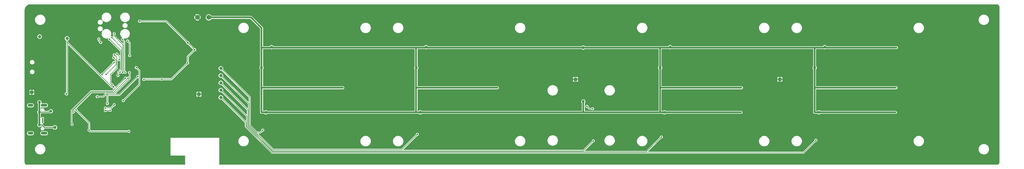
<source format=gbr>
%TF.GenerationSoftware,KiCad,Pcbnew,(6.0.0)*%
%TF.CreationDate,2023-01-06T22:04:12+00:00*%
%TF.ProjectId,masa,6d617361-2e6b-4696-9361-645f70636258,A*%
%TF.SameCoordinates,Original*%
%TF.FileFunction,Copper,L4,Bot*%
%TF.FilePolarity,Positive*%
%FSLAX46Y46*%
G04 Gerber Fmt 4.6, Leading zero omitted, Abs format (unit mm)*
G04 Created by KiCad (PCBNEW (6.0.0)) date 2023-01-06 22:04:12*
%MOMM*%
%LPD*%
G01*
G04 APERTURE LIST*
%TA.AperFunction,ComponentPad*%
%ADD10C,1.500000*%
%TD*%
%TA.AperFunction,ComponentPad*%
%ADD11R,1.000000X1.000000*%
%TD*%
%TA.AperFunction,ComponentPad*%
%ADD12C,1.000000*%
%TD*%
%TA.AperFunction,ComponentPad*%
%ADD13O,2.000000X0.900000*%
%TD*%
%TA.AperFunction,ComponentPad*%
%ADD14O,1.700000X0.900000*%
%TD*%
%TA.AperFunction,ViaPad*%
%ADD15C,0.500000*%
%TD*%
%TA.AperFunction,ViaPad*%
%ADD16C,0.900000*%
%TD*%
%TA.AperFunction,ViaPad*%
%ADD17C,0.600000*%
%TD*%
%TA.AperFunction,Conductor*%
%ADD18C,0.150000*%
%TD*%
%TA.AperFunction,Conductor*%
%ADD19C,0.250000*%
%TD*%
%TA.AperFunction,Conductor*%
%ADD20C,0.500000*%
%TD*%
%TA.AperFunction,Conductor*%
%ADD21C,0.200000*%
%TD*%
%TA.AperFunction,Conductor*%
%ADD22C,0.300000*%
%TD*%
G04 APERTURE END LIST*
D10*
%TO.P,J4,1,1*%
%TO.N,+5V*%
X121800000Y-104250000D03*
%TO.P,J4,2,2*%
%TO.N,GND*%
X118300000Y-104250000D03*
%TD*%
D11*
%TO.P,TP7,1,1*%
%TO.N,GND*%
X118750000Y-128000000D03*
%TD*%
D12*
%TO.P,TP1,1,1*%
%TO.N,/LED_Array_1/SIG_IN*%
X125500000Y-120000000D03*
%TD*%
D11*
%TO.P,TP6,1,1*%
%TO.N,GND*%
X234500000Y-123400000D03*
%TD*%
%TO.P,TP8,1,1*%
%TO.N,GND*%
X297300000Y-123400000D03*
%TD*%
%TO.P,TP4,1,1*%
%TO.N,GND*%
X67400000Y-127400000D03*
%TD*%
D12*
%TO.P,TP9,1,1*%
%TO.N,/LED_Array_2/SIG_IN*%
X125500000Y-122250000D03*
%TD*%
%TO.P,TP12,1,1*%
%TO.N,/LED_Array_4/SIG_IN*%
X125500000Y-129000000D03*
%TD*%
%TO.P,TP3,1,1*%
%TO.N,+5V*%
X69800000Y-110200000D03*
%TD*%
%TO.P,TP2,1,1*%
%TO.N,+3V3*%
X78250000Y-110750000D03*
%TD*%
%TO.P,TP11,1,1*%
%TO.N,/LED_Array_3/SIG_IN*%
X125500000Y-126750000D03*
%TD*%
D13*
%TO.P,J2,S1,SHIELD*%
%TO.N,unconnected-(J2-PadS1)*%
X71180000Y-131430000D03*
D14*
X67010000Y-140070000D03*
D13*
X71180000Y-140070000D03*
D14*
X67010000Y-131430000D03*
%TD*%
D12*
%TO.P,TP5,1,1*%
%TO.N,Net-(C44-Pad1)*%
X74500000Y-138250000D03*
%TD*%
%TO.P,TP10,1,1*%
%TO.N,/LED_Array_Small_1/SIG_IN*%
X125500000Y-124500000D03*
%TD*%
D15*
%TO.N,VDD_SPI*%
X92095000Y-125100000D03*
X92750000Y-115800000D03*
%TO.N,GPIO0*%
X99500000Y-119750000D03*
X95500000Y-130000000D03*
D16*
%TO.N,Net-(C44-Pad1)*%
X69730480Y-133519520D03*
X73250000Y-133250000D03*
X69750000Y-130500000D03*
X69750000Y-137500000D03*
D15*
%TO.N,GPIO18*%
X96862025Y-111541522D03*
X97489253Y-116069856D03*
%TO.N,/Microcontroller/U0TXD*%
X79800000Y-137300000D03*
X96194478Y-122996542D03*
%TO.N,/Microcontroller/U0RXD*%
X80100000Y-133500000D03*
X96995000Y-123000000D03*
%TO.N,SPIWP*%
X93596138Y-115584215D03*
X94318138Y-117328576D03*
%TO.N,SPICLK*%
X92650000Y-118200000D03*
X88950000Y-121900000D03*
%TO.N,SPIHD*%
X92550000Y-116700000D03*
X90250000Y-121900000D03*
%TO.N,+3V3*%
X107295000Y-123350000D03*
D17*
X92550000Y-125750000D03*
D15*
X117500000Y-114250000D03*
D17*
X100572813Y-105435277D03*
D15*
X81000000Y-132850000D03*
X101785000Y-123400000D03*
D17*
X115375000Y-112125000D03*
D15*
X85000000Y-139100000D03*
D17*
X78050000Y-127900000D03*
D15*
X115300000Y-118350000D03*
X97250000Y-139500000D03*
%TO.N,GND*%
X102800000Y-141300000D03*
X104300000Y-135700000D03*
X102800000Y-140600000D03*
X158200000Y-111400000D03*
X105000000Y-143350000D03*
X316500000Y-129000000D03*
X102800000Y-132900000D03*
X212400000Y-117700000D03*
X320500000Y-121200000D03*
X146400000Y-121400000D03*
X200500000Y-127000000D03*
X264700000Y-114400000D03*
X331100000Y-129000000D03*
X109300000Y-149000000D03*
X189700000Y-136800000D03*
X267000000Y-131800000D03*
X166900000Y-121100000D03*
X335100000Y-132500000D03*
X146400000Y-128900000D03*
X331200000Y-121200000D03*
X193200000Y-134600000D03*
X289600000Y-129400000D03*
X104300000Y-139900000D03*
X205700000Y-125200000D03*
X108500000Y-146950000D03*
X102800000Y-131500000D03*
X108700000Y-114000000D03*
X240800000Y-135900000D03*
X105000000Y-114000000D03*
X107900000Y-148600000D03*
X104300000Y-135000000D03*
X230000000Y-135700000D03*
X104650000Y-142700000D03*
X190900000Y-108400000D03*
X191900000Y-131800000D03*
X261600000Y-131600000D03*
X94200000Y-124300000D03*
X104450000Y-142000000D03*
X261200000Y-117200000D03*
X94518553Y-126818553D03*
X186600000Y-131600000D03*
X197000000Y-128000000D03*
X152900000Y-126900000D03*
X104300000Y-132900000D03*
X273000000Y-121500000D03*
X191800000Y-116900000D03*
X306500000Y-139000000D03*
X142000000Y-129400000D03*
X306600000Y-123800000D03*
X161600000Y-112800000D03*
X328200000Y-111400000D03*
X315300000Y-134600000D03*
X102800000Y-137800000D03*
X149500000Y-128000000D03*
X194000000Y-121300000D03*
X266100000Y-123400000D03*
X204300000Y-134400000D03*
X91750000Y-112750000D03*
X258900000Y-131300000D03*
X91200000Y-131500000D03*
X143400000Y-108400000D03*
X189700000Y-114400000D03*
X209100000Y-108100000D03*
X284800000Y-127800000D03*
X102800000Y-137100000D03*
X234400000Y-131700000D03*
X287300000Y-125100000D03*
X104300000Y-128700000D03*
X104300000Y-137800000D03*
X157000000Y-127000000D03*
X308800000Y-111400000D03*
X258700000Y-116500000D03*
X212250000Y-132500000D03*
X115600000Y-114600000D03*
X327000000Y-134500000D03*
X102800000Y-132200000D03*
X104300000Y-140600000D03*
X323000000Y-127000000D03*
X111300000Y-147750000D03*
X139100000Y-131600000D03*
X284100000Y-112800000D03*
X209800000Y-127800000D03*
X102800000Y-130100000D03*
X104300000Y-136400000D03*
X144300000Y-116900000D03*
X312100000Y-121800000D03*
X313400000Y-108400000D03*
X280500000Y-132750000D03*
X104300000Y-137100000D03*
X104050000Y-145400000D03*
X104300000Y-131500000D03*
X92900000Y-104850000D03*
X327000000Y-127000000D03*
X328700000Y-119100000D03*
X320500000Y-136500000D03*
X104300000Y-139200000D03*
X102800000Y-130800000D03*
X186400000Y-124400000D03*
X111400000Y-149250000D03*
X312200000Y-114400000D03*
X194000000Y-128900000D03*
X336750000Y-129500000D03*
X112100000Y-149250000D03*
X278400000Y-118200000D03*
X102800000Y-134300000D03*
X334900000Y-117700000D03*
X328200000Y-125200000D03*
X104300000Y-132200000D03*
X71000000Y-113750000D03*
X264600000Y-121800000D03*
X155900000Y-118200000D03*
X101500000Y-114600000D03*
X320900000Y-129000000D03*
X213500000Y-135700000D03*
X212300000Y-125100000D03*
X191100000Y-123400000D03*
X104300000Y-141300000D03*
X107250000Y-146200000D03*
X166000000Y-135700000D03*
X284100000Y-108100000D03*
X272900000Y-128700000D03*
X273000000Y-136300000D03*
X165100000Y-132600000D03*
X85250000Y-115250000D03*
X158200000Y-125200000D03*
X279500000Y-127000000D03*
X112000000Y-147750000D03*
X266800000Y-116900000D03*
X331600000Y-108100000D03*
X153100000Y-134600000D03*
X136600000Y-123800000D03*
X208700000Y-121200000D03*
X336900000Y-121100000D03*
X109900000Y-147500000D03*
X214600000Y-136900000D03*
X268900000Y-128900000D03*
X101850000Y-124400000D03*
X102800000Y-139200000D03*
X104450000Y-146000000D03*
X264500000Y-129400000D03*
X105950000Y-108900000D03*
X334800000Y-125100000D03*
X183900000Y-131300000D03*
X97000000Y-118800000D03*
X269000000Y-121500000D03*
X205800000Y-132900000D03*
X107200000Y-148300000D03*
X186300000Y-111400000D03*
X264700000Y-136800000D03*
X138900000Y-124400000D03*
X158300000Y-132900000D03*
X104300000Y-138500000D03*
X136500000Y-139000000D03*
X143600000Y-123400000D03*
X275500000Y-134500000D03*
X105400000Y-147050000D03*
X280700000Y-111400000D03*
X93000000Y-114000000D03*
X95900000Y-128500000D03*
X99200000Y-112600000D03*
X198000000Y-136300000D03*
X189500000Y-129400000D03*
X198000000Y-121200000D03*
X259000000Y-139000000D03*
X150500000Y-121200000D03*
X306400000Y-131300000D03*
X110700000Y-149250000D03*
X287400000Y-117700000D03*
X110000000Y-149150000D03*
X200500000Y-119500000D03*
X336000000Y-135750000D03*
X184100000Y-123800000D03*
X102800000Y-129400000D03*
X330800000Y-136300000D03*
X107850000Y-146600000D03*
X316400000Y-121400000D03*
X265900000Y-108400000D03*
X283700000Y-121200000D03*
X312000000Y-129400000D03*
X200500000Y-134500000D03*
X101000000Y-122400000D03*
X308900000Y-124400000D03*
X331600000Y-112800000D03*
X275500000Y-119500000D03*
X288300000Y-112800000D03*
X204500000Y-127000000D03*
X136200000Y-116500000D03*
X164900000Y-117700000D03*
X102800000Y-135000000D03*
X109200000Y-147250000D03*
X288500000Y-135700000D03*
X161600000Y-108100000D03*
X102800000Y-133600000D03*
X138700000Y-117200000D03*
X104300000Y-130100000D03*
X183700000Y-116500000D03*
X206200000Y-119100000D03*
X332300000Y-127800000D03*
X328000000Y-132750000D03*
X287600000Y-132600000D03*
X153000000Y-119500000D03*
X142100000Y-121800000D03*
X317500000Y-135000000D03*
X108600000Y-148850000D03*
X313600000Y-123400000D03*
X186200000Y-117200000D03*
X156800000Y-134400000D03*
X214500000Y-129250000D03*
X229600000Y-130800000D03*
X147500000Y-135000000D03*
X279500000Y-134500000D03*
X102800000Y-135700000D03*
X104300000Y-134300000D03*
X100900000Y-126200000D03*
X106200000Y-145200000D03*
X320600000Y-122000000D03*
X104300000Y-133600000D03*
X261400000Y-124400000D03*
X312200000Y-136800000D03*
X102800000Y-136400000D03*
X239900000Y-131700000D03*
X113250000Y-108900000D03*
X167100000Y-129400000D03*
X102850000Y-142000000D03*
X106700000Y-145700000D03*
X314600000Y-131800000D03*
X103350000Y-144100000D03*
X205700000Y-111400000D03*
X306200000Y-116500000D03*
X281200000Y-119100000D03*
X259100000Y-123800000D03*
X184000000Y-139000000D03*
X102800000Y-128700000D03*
X105950000Y-147550000D03*
X335800000Y-112800000D03*
X102800000Y-138500000D03*
X105750000Y-144600000D03*
X272000000Y-128000000D03*
X161200000Y-121200000D03*
X280700000Y-125200000D03*
X106800000Y-114000000D03*
X189600000Y-121800000D03*
X309100000Y-131600000D03*
X289400000Y-121100000D03*
X138800000Y-111400000D03*
X142200000Y-114400000D03*
X142200000Y-136800000D03*
X164800000Y-125100000D03*
X104300000Y-129400000D03*
X236000000Y-131800000D03*
X110600000Y-147650000D03*
X106550000Y-147950000D03*
X213300000Y-112800000D03*
X208700000Y-128800000D03*
X158700000Y-119100000D03*
X104900000Y-146550000D03*
X102900000Y-142750000D03*
X325900000Y-118200000D03*
X162300000Y-127800000D03*
X323000000Y-134500000D03*
X314300000Y-116900000D03*
X136400000Y-131300000D03*
X195000000Y-135000000D03*
X237200000Y-135600000D03*
X103700000Y-144750000D03*
X104300000Y-130800000D03*
X323000000Y-119500000D03*
X103050000Y-143450000D03*
X102800000Y-139900000D03*
X165800000Y-112800000D03*
X261300000Y-111400000D03*
X319500000Y-128000000D03*
X203400000Y-118200000D03*
X275500000Y-127000000D03*
X214400000Y-121100000D03*
X105350000Y-144000000D03*
X90400000Y-126200000D03*
X209100000Y-112800000D03*
X268000000Y-134500000D03*
X233500000Y-135800000D03*
X308700000Y-117200000D03*
%TO.N,DTR*%
X92750000Y-131250000D03*
X90000000Y-132250000D03*
%TO.N,RTS*%
X91500000Y-133000000D03*
X90000000Y-133049911D03*
%TO.N,/Connectors/MTMS*%
X95250000Y-111067022D03*
X96095000Y-121200000D03*
%TO.N,/Connectors/MTCK*%
X91250000Y-111000000D03*
X93895000Y-122200000D03*
%TO.N,/Connectors/MTDO*%
X92000000Y-110500000D03*
X94495000Y-121200000D03*
%TO.N,/Connectors/MTDI*%
X95295000Y-121200000D03*
X92743480Y-109250000D03*
%TO.N,/Connectors/CHIP_PU*%
X88000000Y-110900000D03*
X90600000Y-130900000D03*
X90600000Y-128200000D03*
X100000500Y-122527460D03*
X88600000Y-112016022D03*
%TO.N,GPIO45*%
X97395000Y-121300000D03*
X87500000Y-128750000D03*
%TO.N,/LED_Array_1/SIG_IN*%
X138400000Y-139100000D03*
%TO.N,/LED_Array_Small_1/SIG_IN*%
X240000000Y-142400000D03*
%TO.N,Net-(LED90-Pad1)*%
X239764502Y-132500000D03*
X238000000Y-131750000D03*
D16*
%TO.N,+5V*%
X308000000Y-119800000D03*
D15*
X150600000Y-133600000D03*
X229600000Y-133600000D03*
X308000000Y-126000000D03*
D16*
X309300000Y-133600000D03*
X185563707Y-119800000D03*
D15*
X332850000Y-133600000D03*
X151000000Y-126000000D03*
D16*
X186800000Y-133600000D03*
D15*
X210350000Y-133600000D03*
D16*
X236900000Y-130225989D03*
X141089974Y-113442086D03*
D15*
X285350000Y-133600000D03*
X285500000Y-126000000D03*
D16*
X139300000Y-133600000D03*
X236900000Y-113600000D03*
D15*
X210650000Y-113600000D03*
X138000000Y-126000000D03*
D16*
X263589974Y-113442086D03*
D15*
X237100000Y-133600000D03*
D16*
X188589974Y-113442086D03*
D15*
X333150000Y-113600000D03*
D16*
X261800000Y-133600000D03*
D15*
X273500000Y-126000000D03*
X285650000Y-113600000D03*
D16*
X260500000Y-119800000D03*
D15*
X260500000Y-126000000D03*
X321000000Y-126000000D03*
X333000000Y-126000000D03*
X210500000Y-126000000D03*
X273100000Y-133600000D03*
D16*
X138000000Y-119800000D03*
D15*
X163150000Y-113600000D03*
D16*
X311089974Y-113442086D03*
D15*
X162850000Y-133600000D03*
X320600000Y-133600000D03*
X163000000Y-126000000D03*
X198100000Y-133600000D03*
X198500000Y-126000000D03*
X185500000Y-126000000D03*
%TO.N,/Connectors/USBDP*%
X70750000Y-135500000D03*
X70750000Y-136599989D03*
%TO.N,/LED_Array_4/SIG_IN*%
X308400000Y-142200000D03*
%TO.N,/LED_Array_3/SIG_IN*%
X260900000Y-141200000D03*
%TO.N,/LED_Array_2/SIG_IN*%
X185900000Y-140400000D03*
%TD*%
D18*
%TO.N,VDD_SPI*%
X93550000Y-119900000D02*
X91550000Y-121900000D01*
X91550000Y-121900000D02*
X91550000Y-124555000D01*
X91550000Y-124555000D02*
X92095000Y-125100000D01*
X92750000Y-115800000D02*
X93550000Y-116600000D01*
X93550000Y-116600000D02*
X93550000Y-119900000D01*
%TO.N,GPIO0*%
X99500000Y-119750000D02*
X100475011Y-120725011D01*
X100475011Y-125024989D02*
X95500000Y-130000000D01*
X100475011Y-120725011D02*
X100475011Y-125024989D01*
D19*
%TO.N,Net-(C44-Pad1)*%
X70500000Y-137500000D02*
X71000000Y-138000000D01*
X74500000Y-138250000D02*
X71263918Y-138250000D01*
D20*
X69730480Y-130519520D02*
X69730480Y-133519520D01*
X69750000Y-130500000D02*
X69730480Y-130519520D01*
D19*
X73250000Y-133250000D02*
X72965479Y-133534521D01*
X69745481Y-133534521D02*
X69730480Y-133519520D01*
D20*
X69730480Y-133519520D02*
X69730480Y-137480480D01*
D19*
X72965479Y-133534521D02*
X69745481Y-133534521D01*
X69750000Y-137500000D02*
X70500000Y-137500000D01*
D20*
X69730480Y-137480480D02*
X69750000Y-137500000D01*
D19*
X71263918Y-138250000D02*
X71006959Y-137993041D01*
D18*
%TO.N,GPIO18*%
X97489253Y-116069856D02*
X97489253Y-112168750D01*
X97489253Y-112168750D02*
X96862025Y-111541522D01*
%TO.N,/Microcontroller/U0TXD*%
X96194478Y-122996542D02*
X92064571Y-127126449D01*
X79625489Y-137125489D02*
X79800000Y-137300000D01*
X79625489Y-133050926D02*
X85549967Y-127126449D01*
X79625489Y-133050926D02*
X79625489Y-137125489D01*
X92064571Y-127126449D02*
X85549967Y-127126449D01*
%TO.N,/Microcontroller/U0RXD*%
X85674031Y-127425969D02*
X80100000Y-133000000D01*
X96995000Y-123000000D02*
X92569031Y-127425969D01*
X92569031Y-127425969D02*
X85674031Y-127425969D01*
X80100000Y-133000000D02*
X80100000Y-133500000D01*
%TO.N,SPIWP*%
X93596138Y-115584215D02*
X94318138Y-116306215D01*
X94318138Y-116306215D02*
X94318138Y-117328576D01*
%TO.N,SPICLK*%
X92650000Y-118200000D02*
X88950000Y-121900000D01*
%TO.N,SPIHD*%
X92550000Y-116700000D02*
X93250000Y-117400000D01*
X93250000Y-118900000D02*
X90250000Y-121900000D01*
X93250000Y-117400000D02*
X93250000Y-118900000D01*
D21*
%TO.N,+3V3*%
X97250000Y-139500000D02*
X85400000Y-139500000D01*
X85400000Y-139500000D02*
X85000000Y-139100000D01*
X115300000Y-116450000D02*
X115300000Y-118350000D01*
X85000000Y-136850000D02*
X81000000Y-132850000D01*
X107295000Y-123350000D02*
X101835000Y-123350000D01*
X85000000Y-139100000D02*
X85000000Y-136850000D01*
X78050000Y-127900000D02*
X78250000Y-127700000D01*
X92550000Y-125750000D02*
X92038584Y-125750000D01*
X108685277Y-105435277D02*
X100572813Y-105435277D01*
X117500000Y-114250000D02*
X115375000Y-112125000D01*
X117500000Y-114250000D02*
X115300000Y-116450000D01*
X107295000Y-123350000D02*
X110300000Y-123350000D01*
X101835000Y-123350000D02*
X101785000Y-123400000D01*
X110300000Y-123350000D02*
X115300000Y-118350000D01*
X115375000Y-112125000D02*
X108685277Y-105435277D01*
X92038584Y-125750000D02*
X78250000Y-111961416D01*
X78250000Y-127700000D02*
X78250000Y-110750000D01*
D18*
%TO.N,DTR*%
X91750000Y-132250000D02*
X92750000Y-131250000D01*
X90000000Y-132250000D02*
X91750000Y-132250000D01*
%TO.N,RTS*%
X90049911Y-133000000D02*
X91500000Y-133000000D01*
X90000000Y-133049911D02*
X90049911Y-133000000D01*
%TO.N,/Connectors/MTMS*%
X95770489Y-111587511D02*
X95250000Y-111067022D01*
X95770489Y-120875489D02*
X95770489Y-111587511D01*
X96095000Y-121200000D02*
X95770489Y-120875489D01*
%TO.N,/Connectors/MTCK*%
X93895000Y-121105000D02*
X94792649Y-120207351D01*
X93895000Y-122200000D02*
X93895000Y-121105000D01*
X94792649Y-120207351D02*
X94792649Y-114542649D01*
X94792649Y-114542649D02*
X91250000Y-111000000D01*
%TO.N,/Connectors/MTDO*%
X95092169Y-120657831D02*
X94550000Y-121200000D01*
X92000000Y-110500000D02*
X95092169Y-113592169D01*
X95092169Y-113592169D02*
X95092169Y-120657831D01*
X94550000Y-121200000D02*
X94495000Y-121200000D01*
%TO.N,/Connectors/MTDI*%
X92743480Y-109993480D02*
X95391689Y-112641689D01*
X95295000Y-121200000D02*
X95391689Y-121103311D01*
X92743480Y-109250000D02*
X92743480Y-109993480D01*
X95391689Y-121103311D02*
X95391689Y-112641689D01*
%TO.N,/Connectors/CHIP_PU*%
X90600000Y-130900000D02*
X90600000Y-128200000D01*
X90600000Y-128200000D02*
X94327960Y-128200000D01*
X88000000Y-111416022D02*
X88600000Y-112016022D01*
X88000000Y-110900000D02*
X88000000Y-111416022D01*
X94327960Y-128200000D02*
X100000500Y-122527460D01*
%TO.N,GPIO45*%
X90403450Y-127725489D02*
X92940572Y-127725489D01*
X97500000Y-121405000D02*
X97395000Y-121300000D01*
X92940572Y-127725489D02*
X97500000Y-123166061D01*
X97500000Y-123166061D02*
X97500000Y-121405000D01*
X89378939Y-128750000D02*
X90403450Y-127725489D01*
X87500000Y-128750000D02*
X89378939Y-128750000D01*
%TO.N,/LED_Array_1/SIG_IN*%
X136628939Y-139800000D02*
X137700000Y-139800000D01*
X134400000Y-128900000D02*
X134400000Y-137571061D01*
X125500000Y-120000000D02*
X134400000Y-128900000D01*
X134400000Y-137571061D02*
X136628939Y-139800000D01*
X137700000Y-139800000D02*
X138400000Y-139100000D01*
%TO.N,/LED_Array_Small_1/SIG_IN*%
X141481768Y-145500000D02*
X236900000Y-145500000D01*
X133800480Y-137818712D02*
X141481768Y-145500000D01*
X236900000Y-145500000D02*
X240000000Y-142400000D01*
X125500000Y-124500000D02*
X133800480Y-132800480D01*
X133800480Y-132800480D02*
X133800480Y-137818712D01*
%TO.N,Net-(LED90-Pad1)*%
X238750000Y-132500000D02*
X239764502Y-132500000D01*
X238000000Y-131750000D02*
X238750000Y-132500000D01*
D20*
%TO.N,+5V*%
X138100000Y-113600000D02*
X138000000Y-113500000D01*
X138000000Y-119800000D02*
X138000000Y-126000000D01*
X308000000Y-126000000D02*
X308000000Y-133600000D01*
X138000000Y-107500000D02*
X134750000Y-104250000D01*
X185500000Y-126000000D02*
X185500000Y-133600000D01*
X185500000Y-126000000D02*
X198500000Y-126000000D01*
X236900000Y-130225989D02*
X236900000Y-133400000D01*
X237100000Y-133600000D02*
X261800000Y-133600000D01*
X150600000Y-133600000D02*
X237100000Y-133600000D01*
X308000000Y-119800000D02*
X308000000Y-113700000D01*
X261800000Y-133600000D02*
X273100000Y-133600000D01*
X309300000Y-133600000D02*
X320600000Y-133600000D01*
X273500000Y-126000000D02*
X285500000Y-126000000D01*
X285650000Y-113600000D02*
X333150000Y-113600000D01*
X138000000Y-113500000D02*
X138000000Y-107500000D01*
X308000000Y-119800000D02*
X308000000Y-126000000D01*
X260500000Y-133600000D02*
X261800000Y-133600000D01*
X138000000Y-133600000D02*
X139300000Y-133600000D01*
X321000000Y-126000000D02*
X333000000Y-126000000D01*
X138000000Y-126000000D02*
X138000000Y-133600000D01*
X185500000Y-126000000D02*
X185500000Y-113700000D01*
X260500000Y-126000000D02*
X260500000Y-133600000D01*
X185600000Y-113600000D02*
X210650000Y-113600000D01*
X260500000Y-119800000D02*
X260500000Y-113700000D01*
X139300000Y-133600000D02*
X150600000Y-133600000D01*
X260400000Y-113600000D02*
X210650000Y-113600000D01*
X308000000Y-133600000D02*
X309300000Y-133600000D01*
X198500000Y-126000000D02*
X210500000Y-126000000D01*
X163150000Y-113600000D02*
X185400000Y-113600000D01*
X151000000Y-126000000D02*
X163000000Y-126000000D01*
X308000000Y-126000000D02*
X321000000Y-126000000D01*
X236900000Y-133400000D02*
X237100000Y-133600000D01*
X138000000Y-126000000D02*
X151000000Y-126000000D01*
X260500000Y-126000000D02*
X273500000Y-126000000D01*
X260500000Y-119800000D02*
X260500000Y-126000000D01*
X163150000Y-113600000D02*
X138100000Y-113600000D01*
X138000000Y-119800000D02*
X138000000Y-113500000D01*
X134750000Y-104250000D02*
X121800000Y-104250000D01*
X320600000Y-133600000D02*
X332850000Y-133600000D01*
X273100000Y-133600000D02*
X285350000Y-133600000D01*
X285650000Y-113600000D02*
X260600000Y-113600000D01*
D22*
%TO.N,/Connectors/USBDP*%
X70750000Y-136599989D02*
X70750000Y-135500000D01*
D18*
%TO.N,/LED_Array_4/SIG_IN*%
X133201440Y-138066842D02*
X141233638Y-146099040D01*
X141233638Y-146099040D02*
X304500960Y-146099040D01*
X304500960Y-146099040D02*
X308400000Y-142200000D01*
X125500000Y-129000000D02*
X133201440Y-136701440D01*
X133201440Y-136701440D02*
X133201440Y-138066842D01*
%TO.N,/LED_Array_3/SIG_IN*%
X141357703Y-145799520D02*
X256300480Y-145799520D01*
X125500000Y-126750000D02*
X133500960Y-134750960D01*
X133500960Y-134750960D02*
X133500960Y-137942777D01*
X133500960Y-137942777D02*
X141357703Y-145799520D01*
X256300480Y-145799520D02*
X260900000Y-141200000D01*
%TO.N,/LED_Array_2/SIG_IN*%
X125500000Y-122250000D02*
X134100000Y-130850000D01*
X181200000Y-145100000D02*
X185900000Y-140400000D01*
X141505354Y-145100000D02*
X181200000Y-145100000D01*
X134100000Y-137694646D02*
X141505354Y-145100000D01*
X134100000Y-130850000D02*
X134100000Y-137694646D01*
%TD*%
%TA.AperFunction,Conductor*%
%TO.N,GND*%
G36*
X363988227Y-100202518D02*
G01*
X363999642Y-100205143D01*
X364010516Y-100202682D01*
X364021665Y-100202702D01*
X364021663Y-100203716D01*
X364031524Y-100203105D01*
X364087538Y-100208622D01*
X364146370Y-100214416D01*
X364165400Y-100218202D01*
X364231109Y-100238134D01*
X364296817Y-100258066D01*
X364314745Y-100265492D01*
X364365229Y-100292476D01*
X364435856Y-100330227D01*
X364451991Y-100341008D01*
X364558152Y-100428131D01*
X364571869Y-100441848D01*
X364581454Y-100453527D01*
X364658992Y-100548009D01*
X364669772Y-100564143D01*
X364703923Y-100628033D01*
X364734507Y-100685252D01*
X364741934Y-100703183D01*
X364781798Y-100834598D01*
X364785584Y-100853632D01*
X364796897Y-100968493D01*
X364797374Y-100978371D01*
X364797356Y-100988775D01*
X364794857Y-100999642D01*
X364797318Y-101010516D01*
X364797559Y-101011583D01*
X364800000Y-101033432D01*
X364800000Y-148966040D01*
X364797482Y-148988227D01*
X364794857Y-148999642D01*
X364797318Y-149010516D01*
X364797298Y-149021665D01*
X364796284Y-149021663D01*
X364796895Y-149031524D01*
X364785584Y-149146368D01*
X364781798Y-149165402D01*
X364741934Y-149296817D01*
X364734508Y-149314745D01*
X364669773Y-149435856D01*
X364658992Y-149451991D01*
X364571869Y-149558152D01*
X364558152Y-149571869D01*
X364477053Y-149638425D01*
X364451991Y-149658992D01*
X364435857Y-149669772D01*
X364314745Y-149734508D01*
X364296817Y-149741934D01*
X364239928Y-149759191D01*
X364165400Y-149781798D01*
X364146370Y-149785584D01*
X364031501Y-149796897D01*
X364021629Y-149797374D01*
X364011225Y-149797356D01*
X364000358Y-149794857D01*
X363988417Y-149797559D01*
X363966568Y-149800000D01*
X125099000Y-149800000D01*
X125040809Y-149781093D01*
X125004845Y-149731593D01*
X125000000Y-149701000D01*
X125000000Y-142500000D01*
X130894551Y-142500000D01*
X130894856Y-142503875D01*
X130908660Y-142679264D01*
X130914317Y-142751148D01*
X130915223Y-142754921D01*
X130915223Y-142754922D01*
X130938444Y-142851643D01*
X130973127Y-142996111D01*
X130974612Y-142999697D01*
X130974614Y-142999702D01*
X130988066Y-143032178D01*
X131069534Y-143228859D01*
X131201164Y-143443659D01*
X131364776Y-143635224D01*
X131367743Y-143637758D01*
X131473909Y-143728432D01*
X131556341Y-143798836D01*
X131771141Y-143930466D01*
X131859815Y-143967196D01*
X132000298Y-144025386D01*
X132000303Y-144025388D01*
X132003889Y-144026873D01*
X132007663Y-144027779D01*
X132007666Y-144027780D01*
X132245078Y-144084777D01*
X132248852Y-144085683D01*
X132252717Y-144085987D01*
X132252722Y-144085988D01*
X132356823Y-144094181D01*
X132437118Y-144100500D01*
X132562882Y-144100500D01*
X132643177Y-144094181D01*
X132747278Y-144085988D01*
X132747283Y-144085987D01*
X132751148Y-144085683D01*
X132754922Y-144084777D01*
X132992334Y-144027780D01*
X132992337Y-144027779D01*
X132996111Y-144026873D01*
X132999697Y-144025388D01*
X132999702Y-144025386D01*
X133140185Y-143967196D01*
X133228859Y-143930466D01*
X133443659Y-143798836D01*
X133526092Y-143728432D01*
X133632257Y-143637758D01*
X133635224Y-143635224D01*
X133798836Y-143443659D01*
X133930466Y-143228859D01*
X134011934Y-143032178D01*
X134025386Y-142999702D01*
X134025388Y-142999697D01*
X134026873Y-142996111D01*
X134061557Y-142851643D01*
X134084777Y-142754922D01*
X134084777Y-142754921D01*
X134085683Y-142751148D01*
X134091341Y-142679264D01*
X134105144Y-142503875D01*
X134105449Y-142500000D01*
X134097579Y-142400000D01*
X134085988Y-142252722D01*
X134085987Y-142252717D01*
X134085683Y-142248852D01*
X134063512Y-142156504D01*
X134027780Y-142007666D01*
X134027779Y-142007663D01*
X134026873Y-142003889D01*
X134021401Y-141990677D01*
X133945595Y-141807666D01*
X133930466Y-141771141D01*
X133798836Y-141556341D01*
X133789106Y-141544948D01*
X133637758Y-141367743D01*
X133635224Y-141364776D01*
X133549723Y-141291751D01*
X133446619Y-141203692D01*
X133446618Y-141203692D01*
X133443659Y-141201164D01*
X133228859Y-141069534D01*
X133063799Y-141001164D01*
X132999702Y-140974614D01*
X132999697Y-140974612D01*
X132996111Y-140973127D01*
X132992337Y-140972221D01*
X132992334Y-140972220D01*
X132754922Y-140915223D01*
X132754921Y-140915223D01*
X132751148Y-140914317D01*
X132747283Y-140914013D01*
X132747278Y-140914012D01*
X132643177Y-140905819D01*
X132562882Y-140899500D01*
X132437118Y-140899500D01*
X132356823Y-140905819D01*
X132252722Y-140914012D01*
X132252717Y-140914013D01*
X132248852Y-140914317D01*
X132245079Y-140915223D01*
X132245078Y-140915223D01*
X132007666Y-140972220D01*
X132007663Y-140972221D01*
X132003889Y-140973127D01*
X132000303Y-140974612D01*
X132000298Y-140974614D01*
X131936201Y-141001164D01*
X131771141Y-141069534D01*
X131556341Y-141201164D01*
X131553382Y-141203692D01*
X131553381Y-141203692D01*
X131450277Y-141291751D01*
X131364776Y-141364776D01*
X131362242Y-141367743D01*
X131210895Y-141544948D01*
X131201164Y-141556341D01*
X131069534Y-141771141D01*
X131054405Y-141807666D01*
X130978600Y-141990677D01*
X130973127Y-142003889D01*
X130972221Y-142007663D01*
X130972220Y-142007666D01*
X130936488Y-142156504D01*
X130914317Y-142248852D01*
X130914013Y-142252717D01*
X130914012Y-142252722D01*
X130902421Y-142400000D01*
X130894551Y-142500000D01*
X125000000Y-142500000D01*
X125000000Y-141500000D01*
X110000000Y-141500000D01*
X110000000Y-147000000D01*
X114401000Y-147000000D01*
X114459191Y-147018907D01*
X114495155Y-147068407D01*
X114500000Y-147099000D01*
X114500000Y-149701000D01*
X114481093Y-149759191D01*
X114431593Y-149795155D01*
X114401000Y-149800000D01*
X66033960Y-149800000D01*
X66011773Y-149797482D01*
X66000358Y-149794857D01*
X65989484Y-149797318D01*
X65978335Y-149797298D01*
X65978337Y-149796284D01*
X65968476Y-149796895D01*
X65912462Y-149791378D01*
X65853630Y-149785584D01*
X65834600Y-149781798D01*
X65760072Y-149759191D01*
X65703183Y-149741934D01*
X65685255Y-149734508D01*
X65564143Y-149669772D01*
X65548009Y-149658992D01*
X65522947Y-149638425D01*
X65441848Y-149571869D01*
X65428131Y-149558152D01*
X65341008Y-149451991D01*
X65330227Y-149435856D01*
X65265492Y-149314745D01*
X65258066Y-149296817D01*
X65218202Y-149165402D01*
X65214416Y-149146368D01*
X65203103Y-149031507D01*
X65202626Y-149021629D01*
X65202644Y-149011225D01*
X65205143Y-149000358D01*
X65202441Y-148988417D01*
X65200000Y-148966568D01*
X65200000Y-145000000D01*
X68394551Y-145000000D01*
X68394856Y-145003875D01*
X68412220Y-145224500D01*
X68414317Y-145251148D01*
X68473127Y-145496111D01*
X68474612Y-145499697D01*
X68474614Y-145499702D01*
X68484182Y-145522801D01*
X68569534Y-145728859D01*
X68701164Y-145943659D01*
X68864776Y-146135224D01*
X69056341Y-146298836D01*
X69271141Y-146430466D01*
X69359815Y-146467196D01*
X69500298Y-146525386D01*
X69500303Y-146525388D01*
X69503889Y-146526873D01*
X69507663Y-146527779D01*
X69507666Y-146527780D01*
X69745078Y-146584777D01*
X69748852Y-146585683D01*
X69752717Y-146585987D01*
X69752722Y-146585988D01*
X69856823Y-146594181D01*
X69937118Y-146600500D01*
X70062882Y-146600500D01*
X70143177Y-146594181D01*
X70247278Y-146585988D01*
X70247283Y-146585987D01*
X70251148Y-146585683D01*
X70254922Y-146584777D01*
X70492334Y-146527780D01*
X70492337Y-146527779D01*
X70496111Y-146526873D01*
X70499697Y-146525388D01*
X70499702Y-146525386D01*
X70640185Y-146467196D01*
X70728859Y-146430466D01*
X70943659Y-146298836D01*
X71135224Y-146135224D01*
X71298836Y-145943659D01*
X71430466Y-145728859D01*
X71515818Y-145522801D01*
X71525386Y-145499702D01*
X71525388Y-145499697D01*
X71526873Y-145496111D01*
X71585683Y-145251148D01*
X71587781Y-145224500D01*
X71605144Y-145003875D01*
X71605449Y-145000000D01*
X71585683Y-144748852D01*
X71526873Y-144503889D01*
X71430466Y-144271141D01*
X71298836Y-144056341D01*
X71135224Y-143864776D01*
X71053932Y-143795346D01*
X70946619Y-143703692D01*
X70946618Y-143703692D01*
X70943659Y-143701164D01*
X70728859Y-143569534D01*
X70640185Y-143532804D01*
X70499702Y-143474614D01*
X70499697Y-143474612D01*
X70496111Y-143473127D01*
X70492337Y-143472221D01*
X70492334Y-143472220D01*
X70254922Y-143415223D01*
X70254921Y-143415223D01*
X70251148Y-143414317D01*
X70247283Y-143414013D01*
X70247278Y-143414012D01*
X70143177Y-143405819D01*
X70062882Y-143399500D01*
X69937118Y-143399500D01*
X69856823Y-143405819D01*
X69752722Y-143414012D01*
X69752717Y-143414013D01*
X69748852Y-143414317D01*
X69745079Y-143415223D01*
X69745078Y-143415223D01*
X69507666Y-143472220D01*
X69507663Y-143472221D01*
X69503889Y-143473127D01*
X69500303Y-143474612D01*
X69500298Y-143474614D01*
X69359815Y-143532804D01*
X69271141Y-143569534D01*
X69056341Y-143701164D01*
X69053382Y-143703692D01*
X69053381Y-143703692D01*
X68946068Y-143795346D01*
X68864776Y-143864776D01*
X68701164Y-144056341D01*
X68569534Y-144271141D01*
X68473127Y-144503889D01*
X68414317Y-144748852D01*
X68394551Y-145000000D01*
X65200000Y-145000000D01*
X65200000Y-140028830D01*
X65955624Y-140028830D01*
X65965944Y-140192860D01*
X66016732Y-140349171D01*
X66104798Y-140487940D01*
X66109334Y-140492200D01*
X66109336Y-140492202D01*
X66220064Y-140596182D01*
X66224607Y-140600448D01*
X66368632Y-140679627D01*
X66527823Y-140720500D01*
X67450925Y-140720500D01*
X67540887Y-140709135D01*
X67566877Y-140705852D01*
X67566878Y-140705852D01*
X67573058Y-140705071D01*
X67725871Y-140644568D01*
X67858837Y-140547963D01*
X67862803Y-140543168D01*
X67862806Y-140543166D01*
X67912841Y-140482683D01*
X67963600Y-140421326D01*
X67971836Y-140403825D01*
X68030927Y-140278248D01*
X68033579Y-140272613D01*
X68064376Y-140111170D01*
X68059196Y-140028830D01*
X69975624Y-140028830D01*
X69985944Y-140192860D01*
X70036732Y-140349171D01*
X70124798Y-140487940D01*
X70129334Y-140492200D01*
X70129336Y-140492202D01*
X70240064Y-140596182D01*
X70244607Y-140600448D01*
X70388632Y-140679627D01*
X70547823Y-140720500D01*
X71770925Y-140720500D01*
X71860887Y-140709135D01*
X71886877Y-140705852D01*
X71886878Y-140705852D01*
X71893058Y-140705071D01*
X72045871Y-140644568D01*
X72178837Y-140547963D01*
X72182803Y-140543168D01*
X72182806Y-140543166D01*
X72232841Y-140482683D01*
X72283600Y-140421326D01*
X72291836Y-140403825D01*
X72350927Y-140278248D01*
X72353579Y-140272613D01*
X72384376Y-140111170D01*
X72374056Y-139947140D01*
X72365093Y-139919554D01*
X72325193Y-139796753D01*
X72325192Y-139796752D01*
X72323268Y-139790829D01*
X72235202Y-139652060D01*
X72230666Y-139647800D01*
X72230664Y-139647798D01*
X72119936Y-139543818D01*
X72119935Y-139543817D01*
X72115393Y-139539552D01*
X71971368Y-139460373D01*
X71812177Y-139419500D01*
X70589075Y-139419500D01*
X70499113Y-139430865D01*
X70473123Y-139434148D01*
X70473122Y-139434148D01*
X70466942Y-139434929D01*
X70314129Y-139495432D01*
X70181163Y-139592037D01*
X70177197Y-139596832D01*
X70177194Y-139596834D01*
X70148584Y-139631418D01*
X70076400Y-139718674D01*
X70073749Y-139724307D01*
X70073748Y-139724309D01*
X70055698Y-139762667D01*
X70006421Y-139867387D01*
X69975624Y-140028830D01*
X68059196Y-140028830D01*
X68054056Y-139947140D01*
X68045093Y-139919554D01*
X68005193Y-139796753D01*
X68005192Y-139796752D01*
X68003268Y-139790829D01*
X67915202Y-139652060D01*
X67910666Y-139647800D01*
X67910664Y-139647798D01*
X67799936Y-139543818D01*
X67799935Y-139543817D01*
X67795393Y-139539552D01*
X67651368Y-139460373D01*
X67492177Y-139419500D01*
X66569075Y-139419500D01*
X66479113Y-139430865D01*
X66453123Y-139434148D01*
X66453122Y-139434148D01*
X66446942Y-139434929D01*
X66294129Y-139495432D01*
X66161163Y-139592037D01*
X66157197Y-139596832D01*
X66157194Y-139596834D01*
X66128584Y-139631418D01*
X66056400Y-139718674D01*
X66053749Y-139724307D01*
X66053748Y-139724309D01*
X66035698Y-139762667D01*
X65986421Y-139867387D01*
X65955624Y-140028830D01*
X65200000Y-140028830D01*
X65200000Y-133512658D01*
X69075238Y-133512658D01*
X69075893Y-133518591D01*
X69075893Y-133518595D01*
X69088827Y-133635745D01*
X69092515Y-133669153D01*
X69094567Y-133674760D01*
X69139840Y-133798474D01*
X69146623Y-133817010D01*
X69149952Y-133821964D01*
X69231109Y-133942739D01*
X69231112Y-133942743D01*
X69234438Y-133947692D01*
X69238850Y-133951706D01*
X69238852Y-133951709D01*
X69247609Y-133959677D01*
X69277923Y-134012825D01*
X69279980Y-134032900D01*
X69279980Y-137006111D01*
X69261977Y-137063037D01*
X69172501Y-137190348D01*
X69115309Y-137337039D01*
X69094758Y-137493138D01*
X69095413Y-137499071D01*
X69095413Y-137499075D01*
X69105298Y-137588612D01*
X69112035Y-137649633D01*
X69114087Y-137655240D01*
X69162768Y-137788267D01*
X69166143Y-137797490D01*
X69169472Y-137802444D01*
X69250629Y-137923219D01*
X69250632Y-137923223D01*
X69253958Y-137928172D01*
X69258369Y-137932186D01*
X69258371Y-137932188D01*
X69365995Y-138030118D01*
X69370410Y-138034135D01*
X69439593Y-138071698D01*
X69503530Y-138106414D01*
X69503532Y-138106415D01*
X69508776Y-138109262D01*
X69588534Y-138130186D01*
X69655300Y-138147702D01*
X69655304Y-138147702D01*
X69661069Y-138149215D01*
X69667030Y-138149309D01*
X69667033Y-138149309D01*
X69739782Y-138150451D01*
X69818495Y-138151688D01*
X69894472Y-138134287D01*
X69966149Y-138117871D01*
X69966151Y-138117870D01*
X69971968Y-138116538D01*
X69977299Y-138113857D01*
X70107299Y-138048474D01*
X70107301Y-138048473D01*
X70112625Y-138045795D01*
X70126277Y-138034135D01*
X70227810Y-137947418D01*
X70227811Y-137947417D01*
X70232348Y-137943542D01*
X70269241Y-137892200D01*
X70318552Y-137855978D01*
X70379736Y-137855658D01*
X70419641Y-137879967D01*
X70513099Y-137973425D01*
X70540876Y-138027942D01*
X70531305Y-138088374D01*
X70482413Y-138134287D01*
X70418339Y-138162014D01*
X70418335Y-138162016D01*
X70412145Y-138164695D01*
X70294930Y-138259614D01*
X70207558Y-138382558D01*
X70205274Y-138388903D01*
X70205272Y-138388906D01*
X70191656Y-138426727D01*
X70156467Y-138524468D01*
X70155973Y-138531197D01*
X70147258Y-138649866D01*
X70145420Y-138674891D01*
X70146754Y-138681506D01*
X70146754Y-138681508D01*
X70148124Y-138688302D01*
X70175233Y-138822743D01*
X70178295Y-138828752D01*
X70178295Y-138828753D01*
X70192435Y-138856504D01*
X70243707Y-138957132D01*
X70248270Y-138962095D01*
X70248272Y-138962097D01*
X70301872Y-139020386D01*
X70345799Y-139068156D01*
X70375935Y-139086841D01*
X70468247Y-139144077D01*
X70468249Y-139144078D01*
X70473986Y-139147635D01*
X70618825Y-139189715D01*
X70623995Y-139190095D01*
X70623997Y-139190095D01*
X70627714Y-139190368D01*
X70627721Y-139190368D01*
X70629515Y-139190500D01*
X70737785Y-139190500D01*
X70741128Y-139190042D01*
X70741129Y-139190042D01*
X70842749Y-139176122D01*
X70842753Y-139176121D01*
X70849432Y-139175206D01*
X70855618Y-139172529D01*
X70855622Y-139172528D01*
X70981661Y-139117986D01*
X70981665Y-139117984D01*
X70987855Y-139115305D01*
X71105070Y-139020386D01*
X71147594Y-138960549D01*
X71188535Y-138902940D01*
X71188536Y-138902939D01*
X71192442Y-138897442D01*
X71194726Y-138891097D01*
X71194728Y-138891094D01*
X71241248Y-138761880D01*
X71241249Y-138761877D01*
X71243533Y-138755532D01*
X71250016Y-138667249D01*
X71273134Y-138610600D01*
X71325135Y-138578358D01*
X71348750Y-138575500D01*
X73821973Y-138575500D01*
X73880164Y-138594407D01*
X73904143Y-138619282D01*
X73965830Y-138711083D01*
X73970244Y-138715099D01*
X73970247Y-138715103D01*
X74041986Y-138780380D01*
X74091233Y-138825191D01*
X74240235Y-138906092D01*
X74275189Y-138915262D01*
X74398464Y-138947603D01*
X74398468Y-138947604D01*
X74404233Y-138949116D01*
X74410194Y-138949210D01*
X74410197Y-138949210D01*
X74488965Y-138950447D01*
X74573760Y-138951779D01*
X74579575Y-138950447D01*
X74579577Y-138950447D01*
X74733206Y-138915262D01*
X74733209Y-138915261D01*
X74739029Y-138913928D01*
X74754610Y-138906092D01*
X74853204Y-138856504D01*
X74890498Y-138837747D01*
X74895035Y-138833872D01*
X74895038Y-138833870D01*
X75014888Y-138731508D01*
X75014891Y-138731505D01*
X75019423Y-138727634D01*
X75023632Y-138721777D01*
X75114877Y-138594796D01*
X75114878Y-138594794D01*
X75118361Y-138589947D01*
X75123149Y-138578038D01*
X75179377Y-138438167D01*
X75179378Y-138438165D01*
X75181601Y-138432634D01*
X75182442Y-138426727D01*
X75205034Y-138267985D01*
X75205034Y-138267979D01*
X75205490Y-138264778D01*
X75205645Y-138250000D01*
X75189656Y-138117871D01*
X75185993Y-138087602D01*
X75185992Y-138087599D01*
X75185276Y-138081680D01*
X75125345Y-137923077D01*
X75106395Y-137895504D01*
X75032692Y-137788267D01*
X75029312Y-137783349D01*
X74902721Y-137670560D01*
X74873787Y-137655240D01*
X74833467Y-137633892D01*
X74752881Y-137591224D01*
X74627520Y-137559735D01*
X74594231Y-137551373D01*
X74594228Y-137551373D01*
X74588441Y-137549919D01*
X74502841Y-137549471D01*
X74424861Y-137549062D01*
X74424859Y-137549062D01*
X74418895Y-137549031D01*
X74413099Y-137550423D01*
X74413095Y-137550423D01*
X74305703Y-137576207D01*
X74254032Y-137588612D01*
X74178700Y-137627494D01*
X74108675Y-137663636D01*
X74108673Y-137663638D01*
X74103369Y-137666375D01*
X73975604Y-137777831D01*
X73920682Y-137855978D01*
X73902094Y-137882426D01*
X73853165Y-137919162D01*
X73821097Y-137924500D01*
X71439752Y-137924500D01*
X71381561Y-137905593D01*
X71369748Y-137895504D01*
X71216987Y-137742743D01*
X71177655Y-137715202D01*
X71164436Y-137704110D01*
X70743269Y-137282943D01*
X70737434Y-137276575D01*
X70712455Y-137246806D01*
X70704955Y-137242476D01*
X70704954Y-137242475D01*
X70692361Y-137235205D01*
X70651419Y-137189736D01*
X70645023Y-137128886D01*
X70675615Y-137075897D01*
X70731511Y-137051010D01*
X70743674Y-137050485D01*
X70799202Y-137051503D01*
X70799204Y-137051503D01*
X70806255Y-137051632D01*
X70813058Y-137049777D01*
X70813060Y-137049777D01*
X70854828Y-137038389D01*
X70930755Y-137017689D01*
X71040724Y-136950168D01*
X71127322Y-136854496D01*
X71172091Y-136762093D01*
X71180512Y-136744713D01*
X71180512Y-136744712D01*
X71183588Y-136738364D01*
X71204997Y-136611109D01*
X71205133Y-136599989D01*
X71186839Y-136472248D01*
X71144247Y-136378572D01*
X71136349Y-136361201D01*
X71136348Y-136361200D01*
X71133428Y-136354777D01*
X71124502Y-136344418D01*
X71100840Y-136287993D01*
X71100500Y-136279794D01*
X71100500Y-135822291D01*
X71118875Y-135765738D01*
X71118645Y-135765583D01*
X71119186Y-135764782D01*
X71119407Y-135764100D01*
X71120815Y-135762366D01*
X71122590Y-135759735D01*
X71127322Y-135754507D01*
X71134691Y-135739299D01*
X71180512Y-135644724D01*
X71180512Y-135644723D01*
X71183588Y-135638375D01*
X71204997Y-135511120D01*
X71205133Y-135500000D01*
X71186839Y-135372259D01*
X71144247Y-135278583D01*
X71136349Y-135261212D01*
X71136348Y-135261211D01*
X71133428Y-135254788D01*
X71049193Y-135157028D01*
X71043276Y-135153193D01*
X71043274Y-135153191D01*
X70946824Y-135090677D01*
X70940906Y-135086841D01*
X70934150Y-135084821D01*
X70934149Y-135084820D01*
X70891335Y-135072016D01*
X70817273Y-135049866D01*
X70740644Y-135049398D01*
X70695282Y-135049121D01*
X70688231Y-135049078D01*
X70681454Y-135051015D01*
X70681453Y-135051015D01*
X70570935Y-135082601D01*
X70570933Y-135082602D01*
X70564155Y-135084539D01*
X70455019Y-135153399D01*
X70369596Y-135250122D01*
X70366600Y-135256504D01*
X70362726Y-135262401D01*
X70360223Y-135260757D01*
X70325593Y-135295916D01*
X70265236Y-135305946D01*
X70210510Y-135278583D01*
X70182319Y-135224279D01*
X70180980Y-135208050D01*
X70180980Y-134035236D01*
X70199887Y-133977045D01*
X70207103Y-133968228D01*
X70208287Y-133966941D01*
X70212828Y-133963062D01*
X70257245Y-133901249D01*
X70306553Y-133865028D01*
X70337639Y-133860021D01*
X72946945Y-133860021D01*
X72955574Y-133860398D01*
X72985656Y-133863030D01*
X72994286Y-133863785D01*
X72999717Y-133862330D01*
X73030391Y-133864933D01*
X73155300Y-133897702D01*
X73155304Y-133897702D01*
X73161069Y-133899215D01*
X73167030Y-133899309D01*
X73167033Y-133899309D01*
X73239782Y-133900452D01*
X73318495Y-133901688D01*
X73335899Y-133897702D01*
X73466149Y-133867871D01*
X73466151Y-133867870D01*
X73471968Y-133866538D01*
X73480854Y-133862069D01*
X73607299Y-133798474D01*
X73607301Y-133798473D01*
X73612625Y-133795795D01*
X73636322Y-133775556D01*
X73727810Y-133697418D01*
X73727811Y-133697417D01*
X73732348Y-133693542D01*
X73794325Y-133607292D01*
X73820740Y-133570532D01*
X73820741Y-133570530D01*
X73824224Y-133565683D01*
X73828332Y-133555466D01*
X73880726Y-133425131D01*
X73880727Y-133425129D01*
X73882950Y-133419598D01*
X73883904Y-133412899D01*
X73904678Y-133266929D01*
X73904678Y-133266925D01*
X73905134Y-133263723D01*
X73905278Y-133250000D01*
X73890081Y-133124417D01*
X73887080Y-133099616D01*
X73887079Y-133099613D01*
X73886363Y-133093694D01*
X73881602Y-133081093D01*
X73832820Y-132951996D01*
X73830710Y-132946412D01*
X73757087Y-132839291D01*
X73744912Y-132821576D01*
X73744911Y-132821575D01*
X73741531Y-132816657D01*
X73737078Y-132812690D01*
X73737075Y-132812686D01*
X73643420Y-132729243D01*
X73623976Y-132711919D01*
X73616635Y-132708032D01*
X73490105Y-132641037D01*
X73490102Y-132641036D01*
X73484831Y-132638245D01*
X73379839Y-132611873D01*
X73337918Y-132601343D01*
X73337915Y-132601343D01*
X73332128Y-132599889D01*
X73252564Y-132599473D01*
X73180650Y-132599096D01*
X73180648Y-132599096D01*
X73174684Y-132599065D01*
X73021588Y-132635820D01*
X72984247Y-132655093D01*
X72886985Y-132705293D01*
X72886983Y-132705295D01*
X72881679Y-132708032D01*
X72763034Y-132811533D01*
X72672501Y-132940348D01*
X72670334Y-132945906D01*
X72668793Y-132949858D01*
X72615309Y-133087039D01*
X72614531Y-133092950D01*
X72614530Y-133092953D01*
X72610582Y-133122943D01*
X72584241Y-133178168D01*
X72530470Y-133207363D01*
X72512429Y-133209021D01*
X71300334Y-133209021D01*
X71242143Y-133190114D01*
X71206179Y-133140614D01*
X71207187Y-133076486D01*
X71241248Y-132981880D01*
X71241249Y-132981877D01*
X71243533Y-132975532D01*
X71250138Y-132885600D01*
X71254086Y-132831842D01*
X71254086Y-132831839D01*
X71254580Y-132825109D01*
X71252827Y-132816412D01*
X71239064Y-132748162D01*
X71224767Y-132677257D01*
X71156293Y-132542868D01*
X71151730Y-132537905D01*
X71151728Y-132537903D01*
X71058771Y-132436814D01*
X71054201Y-132431844D01*
X71006633Y-132402350D01*
X70931753Y-132355923D01*
X70931751Y-132355922D01*
X70926014Y-132352365D01*
X70781175Y-132310285D01*
X70776005Y-132309905D01*
X70776003Y-132309905D01*
X70772286Y-132309632D01*
X70772279Y-132309632D01*
X70770485Y-132309500D01*
X70662215Y-132309500D01*
X70658872Y-132309958D01*
X70658871Y-132309958D01*
X70557251Y-132323878D01*
X70557247Y-132323879D01*
X70550568Y-132324794D01*
X70544382Y-132327471D01*
X70544378Y-132327472D01*
X70418339Y-132382014D01*
X70418335Y-132382016D01*
X70412145Y-132384695D01*
X70342281Y-132441270D01*
X70285161Y-132463195D01*
X70226061Y-132447359D01*
X70187555Y-132399809D01*
X70180980Y-132364331D01*
X70180980Y-132092869D01*
X70199887Y-132034678D01*
X70249387Y-131998714D01*
X70310573Y-131998714D01*
X70327674Y-132006115D01*
X70388632Y-132039627D01*
X70547823Y-132080500D01*
X71770925Y-132080500D01*
X71860887Y-132069135D01*
X71886877Y-132065852D01*
X71886878Y-132065852D01*
X71893058Y-132065071D01*
X72045871Y-132004568D01*
X72178837Y-131907963D01*
X72182803Y-131903168D01*
X72182806Y-131903166D01*
X72241182Y-131832601D01*
X72283600Y-131781326D01*
X72291015Y-131765570D01*
X72350927Y-131638248D01*
X72353579Y-131632613D01*
X72384376Y-131471170D01*
X72375925Y-131336841D01*
X72374447Y-131313351D01*
X72374447Y-131313349D01*
X72374056Y-131307140D01*
X72371679Y-131299823D01*
X72325193Y-131156753D01*
X72325192Y-131156752D01*
X72323268Y-131150829D01*
X72235202Y-131012060D01*
X72230666Y-131007800D01*
X72230664Y-131007798D01*
X72119936Y-130903818D01*
X72119935Y-130903817D01*
X72115393Y-130899552D01*
X71971368Y-130820373D01*
X71812177Y-130779500D01*
X70589075Y-130779500D01*
X70585997Y-130779889D01*
X70585994Y-130779889D01*
X70561525Y-130782980D01*
X70490645Y-130791935D01*
X70430545Y-130780471D01*
X70388660Y-130735869D01*
X70380991Y-130675166D01*
X70381361Y-130673550D01*
X70382950Y-130669598D01*
X70400466Y-130546521D01*
X70404678Y-130516929D01*
X70404678Y-130516925D01*
X70405134Y-130513723D01*
X70405278Y-130500000D01*
X70386363Y-130343694D01*
X70330710Y-130196412D01*
X70241531Y-130066657D01*
X70237078Y-130062690D01*
X70237075Y-130062686D01*
X70152649Y-129987466D01*
X70123976Y-129961919D01*
X70066393Y-129931430D01*
X69990105Y-129891037D01*
X69990102Y-129891036D01*
X69984831Y-129888245D01*
X69874568Y-129860549D01*
X69837918Y-129851343D01*
X69837915Y-129851343D01*
X69832128Y-129849889D01*
X69752564Y-129849473D01*
X69680650Y-129849096D01*
X69680648Y-129849096D01*
X69674684Y-129849065D01*
X69521588Y-129885820D01*
X69471919Y-129911456D01*
X69386985Y-129955293D01*
X69386983Y-129955295D01*
X69381679Y-129958032D01*
X69263034Y-130061533D01*
X69172501Y-130190348D01*
X69115309Y-130337039D01*
X69114531Y-130342950D01*
X69114530Y-130342953D01*
X69106113Y-130406888D01*
X69094758Y-130493138D01*
X69095413Y-130499071D01*
X69095413Y-130499075D01*
X69100116Y-130541671D01*
X69112035Y-130649633D01*
X69115162Y-130658178D01*
X69159915Y-130780471D01*
X69166143Y-130797490D01*
X69253958Y-130928172D01*
X69256337Y-130930336D01*
X69279633Y-130985754D01*
X69279980Y-130994039D01*
X69279980Y-133004229D01*
X69261073Y-133062420D01*
X69251823Y-133072532D01*
X69252004Y-133072695D01*
X69248009Y-133077132D01*
X69243514Y-133081053D01*
X69152981Y-133209868D01*
X69095789Y-133356559D01*
X69095011Y-133362470D01*
X69095010Y-133362473D01*
X69088372Y-133412899D01*
X69075238Y-133512658D01*
X65200000Y-133512658D01*
X65200000Y-131388830D01*
X65955624Y-131388830D01*
X65956015Y-131395041D01*
X65962920Y-131504788D01*
X65965944Y-131552860D01*
X66016732Y-131709171D01*
X66020070Y-131714430D01*
X66020070Y-131714431D01*
X66039260Y-131744670D01*
X66104798Y-131847940D01*
X66109334Y-131852200D01*
X66109336Y-131852202D01*
X66173411Y-131912372D01*
X66224607Y-131960448D01*
X66368632Y-132039627D01*
X66527823Y-132080500D01*
X67450925Y-132080500D01*
X67540887Y-132069135D01*
X67566877Y-132065852D01*
X67566878Y-132065852D01*
X67573058Y-132065071D01*
X67725871Y-132004568D01*
X67858837Y-131907963D01*
X67862803Y-131903168D01*
X67862806Y-131903166D01*
X67921182Y-131832601D01*
X67963600Y-131781326D01*
X67971015Y-131765570D01*
X68030927Y-131638248D01*
X68033579Y-131632613D01*
X68064376Y-131471170D01*
X68055925Y-131336841D01*
X68054447Y-131313351D01*
X68054447Y-131313349D01*
X68054056Y-131307140D01*
X68051679Y-131299823D01*
X68005193Y-131156753D01*
X68005192Y-131156752D01*
X68003268Y-131150829D01*
X67915202Y-131012060D01*
X67910666Y-131007800D01*
X67910664Y-131007798D01*
X67799936Y-130903818D01*
X67799935Y-130903817D01*
X67795393Y-130899552D01*
X67651368Y-130820373D01*
X67492177Y-130779500D01*
X66569075Y-130779500D01*
X66479113Y-130790865D01*
X66453123Y-130794148D01*
X66453122Y-130794148D01*
X66446942Y-130794929D01*
X66294129Y-130855432D01*
X66289092Y-130859091D01*
X66289093Y-130859091D01*
X66194011Y-130928172D01*
X66161163Y-130952037D01*
X66157197Y-130956832D01*
X66157194Y-130956834D01*
X66126416Y-130994039D01*
X66056400Y-131078674D01*
X65986421Y-131227387D01*
X65955624Y-131388830D01*
X65200000Y-131388830D01*
X65200000Y-127919766D01*
X66650000Y-127919766D01*
X66650948Y-127929388D01*
X66662603Y-127987983D01*
X66669922Y-128005651D01*
X66714341Y-128072130D01*
X66727870Y-128085659D01*
X66794349Y-128130078D01*
X66812017Y-128137397D01*
X66870612Y-128149052D01*
X66880234Y-128150000D01*
X67259320Y-128150000D01*
X67272005Y-128145878D01*
X67275000Y-128141757D01*
X67275000Y-128134320D01*
X67525000Y-128134320D01*
X67529122Y-128147005D01*
X67533243Y-128150000D01*
X67919766Y-128150000D01*
X67929388Y-128149052D01*
X67987983Y-128137397D01*
X68005651Y-128130078D01*
X68072130Y-128085659D01*
X68085659Y-128072130D01*
X68130078Y-128005651D01*
X68137397Y-127987983D01*
X68149052Y-127929388D01*
X68150000Y-127919766D01*
X68150000Y-127893823D01*
X77544391Y-127893823D01*
X77545306Y-127900820D01*
X77545306Y-127900821D01*
X77546814Y-127912354D01*
X77562980Y-128035979D01*
X77565821Y-128042435D01*
X77565821Y-128042436D01*
X77611833Y-128147005D01*
X77620720Y-128167203D01*
X77633792Y-128182754D01*
X77708431Y-128271549D01*
X77708434Y-128271551D01*
X77712970Y-128276948D01*
X77718841Y-128280856D01*
X77718842Y-128280857D01*
X77746191Y-128299062D01*
X77832313Y-128356390D01*
X77926076Y-128385683D01*
X77962425Y-128397039D01*
X77962426Y-128397039D01*
X77969157Y-128399142D01*
X78040828Y-128400456D01*
X78105445Y-128401641D01*
X78105447Y-128401641D01*
X78112499Y-128401770D01*
X78119302Y-128399915D01*
X78119304Y-128399915D01*
X78194503Y-128379413D01*
X78250817Y-128364060D01*
X78372991Y-128289045D01*
X78380403Y-128280857D01*
X78464468Y-128187982D01*
X78469200Y-128182754D01*
X78531710Y-128053733D01*
X78535875Y-128028982D01*
X78554862Y-127916124D01*
X78554862Y-127916120D01*
X78555496Y-127912354D01*
X78555647Y-127900000D01*
X78543053Y-127812060D01*
X78547689Y-127773156D01*
X78545642Y-127772658D01*
X78547295Y-127765866D01*
X78549883Y-127759378D01*
X78550500Y-127753085D01*
X78550500Y-127746915D01*
X78553175Y-127724056D01*
X78553230Y-127723826D01*
X78555340Y-127714934D01*
X78551404Y-127686012D01*
X78550500Y-127672663D01*
X78550500Y-112925895D01*
X78569407Y-112867704D01*
X78618907Y-112831740D01*
X78680093Y-112831740D01*
X78719504Y-112855891D01*
X91788264Y-125924651D01*
X91790964Y-125927780D01*
X91793159Y-125932269D01*
X91799862Y-125938487D01*
X91829406Y-125965893D01*
X91832082Y-125968469D01*
X91845860Y-125982247D01*
X91849571Y-125984792D01*
X91853476Y-125988220D01*
X91875230Y-126008401D01*
X91883717Y-126011787D01*
X91885920Y-126012666D01*
X91905236Y-126022980D01*
X91907191Y-126024321D01*
X91907194Y-126024322D01*
X91914730Y-126029492D01*
X91940642Y-126035641D01*
X91954468Y-126040014D01*
X91972716Y-126047294D01*
X91972718Y-126047294D01*
X91979206Y-126049883D01*
X91985499Y-126050500D01*
X91991668Y-126050500D01*
X92014527Y-126053175D01*
X92014757Y-126053230D01*
X92014759Y-126053230D01*
X92023650Y-126055340D01*
X92052572Y-126051404D01*
X92065921Y-126050500D01*
X92102597Y-126050500D01*
X92160788Y-126069407D01*
X92178380Y-126085798D01*
X92208431Y-126121549D01*
X92208434Y-126121551D01*
X92212970Y-126126948D01*
X92218841Y-126130856D01*
X92218842Y-126130857D01*
X92230136Y-126138375D01*
X92332313Y-126206390D01*
X92339040Y-126208492D01*
X92339043Y-126208493D01*
X92376292Y-126220130D01*
X92426197Y-126255530D01*
X92445764Y-126313503D01*
X92427518Y-126371904D01*
X92416774Y-126384630D01*
X91979451Y-126821953D01*
X91924934Y-126849730D01*
X91909447Y-126850949D01*
X85586846Y-126850949D01*
X85567533Y-126849047D01*
X85549967Y-126845553D01*
X85540404Y-126847455D01*
X85522843Y-126850948D01*
X85522835Y-126850949D01*
X85522832Y-126850949D01*
X85522827Y-126850950D01*
X85475895Y-126860286D01*
X85442472Y-126866934D01*
X85374345Y-126912455D01*
X85374344Y-126912456D01*
X85351343Y-126927825D01*
X85345924Y-126935935D01*
X85341393Y-126942716D01*
X85329082Y-126957718D01*
X79456758Y-132830041D01*
X79441756Y-132842352D01*
X79426865Y-132852302D01*
X79365974Y-132943431D01*
X79364072Y-132952994D01*
X79364071Y-132952996D01*
X79361501Y-132965918D01*
X79344592Y-133050926D01*
X79346879Y-133062420D01*
X79348087Y-133068495D01*
X79349989Y-133087810D01*
X79349989Y-137088605D01*
X79348087Y-137107918D01*
X79344592Y-137125489D01*
X79346494Y-137135051D01*
X79349989Y-137152621D01*
X79349989Y-137152623D01*
X79356098Y-137183337D01*
X79356821Y-137217880D01*
X79351285Y-137253440D01*
X79344901Y-137294440D01*
X79345816Y-137301437D01*
X79345816Y-137301438D01*
X79347082Y-137311120D01*
X79361633Y-137422394D01*
X79364471Y-137428845D01*
X79364472Y-137428847D01*
X79392761Y-137493138D01*
X79413605Y-137540510D01*
X79452868Y-137587219D01*
X79492100Y-137633892D01*
X79492103Y-137633894D01*
X79496639Y-137639291D01*
X79604060Y-137710796D01*
X79610788Y-137712898D01*
X79610790Y-137712899D01*
X79665646Y-137730037D01*
X79727233Y-137749278D01*
X79791744Y-137750461D01*
X79849202Y-137751514D01*
X79849204Y-137751514D01*
X79856255Y-137751643D01*
X79863058Y-137749788D01*
X79863060Y-137749788D01*
X79904828Y-137738400D01*
X79980755Y-137717700D01*
X80090724Y-137650179D01*
X80095459Y-137644948D01*
X80172590Y-137559735D01*
X80172590Y-137559734D01*
X80177322Y-137554507D01*
X80233588Y-137438375D01*
X80249642Y-137342953D01*
X80254363Y-137314891D01*
X80254363Y-137314886D01*
X80254997Y-137311120D01*
X80255133Y-137300000D01*
X80236839Y-137172259D01*
X80193026Y-137075897D01*
X80186349Y-137061212D01*
X80186348Y-137061211D01*
X80183428Y-137054788D01*
X80099193Y-136957028D01*
X80093276Y-136953193D01*
X80093274Y-136953191D01*
X79996824Y-136890677D01*
X79990906Y-136886841D01*
X79984148Y-136884820D01*
X79984146Y-136884819D01*
X79971624Y-136881074D01*
X79921290Y-136846287D01*
X79900989Y-136786225D01*
X79900989Y-134044143D01*
X79919896Y-133985952D01*
X79969396Y-133949988D01*
X80015814Y-133946416D01*
X80020502Y-133947175D01*
X80027233Y-133949278D01*
X80091744Y-133950460D01*
X80149202Y-133951514D01*
X80149204Y-133951514D01*
X80156255Y-133951643D01*
X80163058Y-133949788D01*
X80163060Y-133949788D01*
X80227900Y-133932110D01*
X80280755Y-133917700D01*
X80390724Y-133850179D01*
X80422671Y-133814885D01*
X80472590Y-133759735D01*
X80472590Y-133759734D01*
X80477322Y-133754507D01*
X80533588Y-133638375D01*
X80545002Y-133570532D01*
X80554363Y-133514891D01*
X80554363Y-133514886D01*
X80554997Y-133511120D01*
X80555133Y-133500000D01*
X80536839Y-133372259D01*
X80507651Y-133308064D01*
X80486349Y-133261212D01*
X80486348Y-133261211D01*
X80483428Y-133254788D01*
X80476535Y-133246788D01*
X80428364Y-133190882D01*
X80404704Y-133134457D01*
X80418728Y-133074901D01*
X80433360Y-133056256D01*
X80445729Y-133043887D01*
X80500246Y-133016110D01*
X80560678Y-133025681D01*
X80606349Y-133074020D01*
X80609444Y-133081053D01*
X80613605Y-133090510D01*
X80628888Y-133108691D01*
X80692100Y-133183892D01*
X80692103Y-133183894D01*
X80696639Y-133189291D01*
X80804060Y-133260796D01*
X80810788Y-133262898D01*
X80810790Y-133262899D01*
X80851124Y-133275500D01*
X80927233Y-133299278D01*
X80961452Y-133299905D01*
X80986178Y-133300359D01*
X81044013Y-133320330D01*
X81054367Y-133329338D01*
X84670504Y-136945476D01*
X84698281Y-136999993D01*
X84699500Y-137015480D01*
X84699500Y-138722189D01*
X84680593Y-138780380D01*
X84674704Y-138787724D01*
X84619596Y-138850122D01*
X84564754Y-138966932D01*
X84544901Y-139094440D01*
X84545816Y-139101435D01*
X84545816Y-139101438D01*
X84546794Y-139108914D01*
X84561633Y-139222394D01*
X84564471Y-139228845D01*
X84564472Y-139228847D01*
X84578713Y-139261212D01*
X84613605Y-139340510D01*
X84655122Y-139389901D01*
X84692100Y-139433892D01*
X84692103Y-139433894D01*
X84696639Y-139439291D01*
X84804060Y-139510796D01*
X84810788Y-139512898D01*
X84810790Y-139512899D01*
X84886493Y-139536550D01*
X84927233Y-139549278D01*
X84961186Y-139549901D01*
X84986177Y-139550359D01*
X85044012Y-139570330D01*
X85054366Y-139579338D01*
X85149684Y-139674656D01*
X85152381Y-139677781D01*
X85154575Y-139682269D01*
X85161277Y-139688486D01*
X85190809Y-139715881D01*
X85193485Y-139718457D01*
X85207276Y-139732248D01*
X85210987Y-139734793D01*
X85214906Y-139738234D01*
X85236646Y-139758401D01*
X85245134Y-139761787D01*
X85245137Y-139761789D01*
X85247338Y-139762667D01*
X85266654Y-139772981D01*
X85268609Y-139774322D01*
X85268611Y-139774323D01*
X85276146Y-139779492D01*
X85285034Y-139781601D01*
X85285036Y-139781602D01*
X85299487Y-139785031D01*
X85301755Y-139785569D01*
X85302058Y-139785641D01*
X85315884Y-139790014D01*
X85334132Y-139797294D01*
X85334134Y-139797294D01*
X85340622Y-139799883D01*
X85346915Y-139800500D01*
X85353084Y-139800500D01*
X85375943Y-139803175D01*
X85376173Y-139803230D01*
X85376175Y-139803230D01*
X85385066Y-139805340D01*
X85413988Y-139801404D01*
X85427337Y-139800500D01*
X96867920Y-139800500D01*
X96926111Y-139819407D01*
X96936738Y-139829309D01*
X96936843Y-139829191D01*
X96942100Y-139833891D01*
X96946639Y-139839291D01*
X97054060Y-139910796D01*
X97060788Y-139912898D01*
X97060790Y-139912899D01*
X97115647Y-139930037D01*
X97177233Y-139949278D01*
X97241744Y-139950461D01*
X97299202Y-139951514D01*
X97299204Y-139951514D01*
X97306255Y-139951643D01*
X97313058Y-139949788D01*
X97313060Y-139949788D01*
X97354828Y-139938400D01*
X97430755Y-139917700D01*
X97540724Y-139850179D01*
X97559615Y-139829309D01*
X97622590Y-139759735D01*
X97622590Y-139759734D01*
X97627322Y-139754507D01*
X97683588Y-139638375D01*
X97698206Y-139551487D01*
X97704363Y-139514891D01*
X97704363Y-139514886D01*
X97704997Y-139511120D01*
X97705133Y-139500000D01*
X97686839Y-139372259D01*
X97633428Y-139254788D01*
X97569498Y-139180593D01*
X97553798Y-139162372D01*
X97553797Y-139162371D01*
X97549193Y-139157028D01*
X97543276Y-139153193D01*
X97543274Y-139153191D01*
X97472469Y-139107299D01*
X97440906Y-139086841D01*
X97434150Y-139084821D01*
X97434149Y-139084820D01*
X97361811Y-139063186D01*
X97317273Y-139049866D01*
X97240644Y-139049398D01*
X97195282Y-139049121D01*
X97188231Y-139049078D01*
X97181454Y-139051015D01*
X97181453Y-139051015D01*
X97070935Y-139082601D01*
X97070933Y-139082602D01*
X97064155Y-139084539D01*
X96955019Y-139153399D01*
X96950351Y-139158685D01*
X96950347Y-139158688D01*
X96943858Y-139166035D01*
X96891166Y-139197135D01*
X96869655Y-139199500D01*
X85565479Y-139199500D01*
X85507288Y-139180593D01*
X85495475Y-139170504D01*
X85483282Y-139158311D01*
X85455505Y-139103794D01*
X85455128Y-139100416D01*
X85455133Y-139100000D01*
X85436839Y-138972259D01*
X85405459Y-138903243D01*
X85386349Y-138861212D01*
X85386348Y-138861211D01*
X85383428Y-138854788D01*
X85324501Y-138786399D01*
X85300840Y-138729975D01*
X85300500Y-138721777D01*
X85300500Y-136903508D01*
X85300803Y-136899383D01*
X85302425Y-136894658D01*
X85300570Y-136845238D01*
X85300500Y-136841525D01*
X85300500Y-136822052D01*
X85299675Y-136817622D01*
X85299338Y-136812417D01*
X85298569Y-136791926D01*
X85298226Y-136782791D01*
X85293681Y-136772212D01*
X85287317Y-136751263D01*
X85286884Y-136748936D01*
X85286882Y-136748931D01*
X85285209Y-136739947D01*
X85271232Y-136717271D01*
X85264548Y-136704404D01*
X85256795Y-136686358D01*
X85256794Y-136686357D01*
X85254036Y-136679937D01*
X85250022Y-136675051D01*
X85245658Y-136670687D01*
X85231387Y-136652632D01*
X85231264Y-136652433D01*
X85226468Y-136644652D01*
X85203231Y-136626982D01*
X85193161Y-136618190D01*
X81619322Y-133044351D01*
X89544901Y-133044351D01*
X89561633Y-133172305D01*
X89564471Y-133178756D01*
X89564472Y-133178758D01*
X89607968Y-133277610D01*
X89613605Y-133290421D01*
X89630734Y-133310798D01*
X89692100Y-133383803D01*
X89692103Y-133383805D01*
X89696639Y-133389202D01*
X89804060Y-133460707D01*
X89810788Y-133462809D01*
X89810790Y-133462810D01*
X89865647Y-133479948D01*
X89927233Y-133499189D01*
X89991744Y-133500372D01*
X90049202Y-133501425D01*
X90049204Y-133501425D01*
X90056255Y-133501554D01*
X90063058Y-133499699D01*
X90063060Y-133499699D01*
X90113643Y-133485908D01*
X90180755Y-133467611D01*
X90290724Y-133400090D01*
X90309594Y-133379243D01*
X90374022Y-133308064D01*
X90427090Y-133277610D01*
X90447420Y-133275500D01*
X91096905Y-133275500D01*
X91155096Y-133294407D01*
X91172688Y-133310798D01*
X91196639Y-133339291D01*
X91304060Y-133410796D01*
X91310788Y-133412898D01*
X91310790Y-133412899D01*
X91349943Y-133425131D01*
X91427233Y-133449278D01*
X91491744Y-133450461D01*
X91549202Y-133451514D01*
X91549204Y-133451514D01*
X91556255Y-133451643D01*
X91563058Y-133449788D01*
X91563060Y-133449788D01*
X91604828Y-133438400D01*
X91680755Y-133417700D01*
X91780333Y-133356559D01*
X91784711Y-133353871D01*
X91790724Y-133350179D01*
X91871253Y-133261212D01*
X91872590Y-133259735D01*
X91872590Y-133259734D01*
X91877322Y-133254507D01*
X91933588Y-133138375D01*
X91945783Y-133065887D01*
X91954363Y-133014891D01*
X91954363Y-133014886D01*
X91954997Y-133011120D01*
X91955133Y-133000000D01*
X91936839Y-132872259D01*
X91909753Y-132812686D01*
X91886349Y-132761212D01*
X91886348Y-132761211D01*
X91883428Y-132754788D01*
X91808902Y-132668296D01*
X91785242Y-132611873D01*
X91799266Y-132552317D01*
X91846014Y-132512212D01*
X91847933Y-132511417D01*
X91857495Y-132509515D01*
X91902245Y-132479614D01*
X91925622Y-132463994D01*
X91925623Y-132463993D01*
X91948624Y-132448624D01*
X91958574Y-132433733D01*
X91970885Y-132418731D01*
X92660352Y-131729264D01*
X92714869Y-131701487D01*
X92732169Y-131700285D01*
X92746604Y-131700550D01*
X92799202Y-131701514D01*
X92799204Y-131701514D01*
X92806255Y-131701643D01*
X92813058Y-131699788D01*
X92813060Y-131699788D01*
X92854828Y-131688400D01*
X92930755Y-131667700D01*
X93040724Y-131600179D01*
X93045459Y-131594948D01*
X93122590Y-131509735D01*
X93122590Y-131509734D01*
X93127322Y-131504507D01*
X93183588Y-131388375D01*
X93198285Y-131301015D01*
X93204363Y-131264891D01*
X93204363Y-131264886D01*
X93204997Y-131261120D01*
X93205133Y-131250000D01*
X93186839Y-131122259D01*
X93139125Y-131017317D01*
X93136349Y-131011212D01*
X93136348Y-131011211D01*
X93133428Y-131004788D01*
X93080395Y-130943240D01*
X93053798Y-130912372D01*
X93053797Y-130912371D01*
X93049193Y-130907028D01*
X93043276Y-130903193D01*
X93043274Y-130903191D01*
X92946824Y-130840677D01*
X92940906Y-130836841D01*
X92934150Y-130834821D01*
X92934149Y-130834820D01*
X92870160Y-130815683D01*
X92817273Y-130799866D01*
X92740644Y-130799398D01*
X92695282Y-130799121D01*
X92688231Y-130799078D01*
X92681454Y-130801015D01*
X92681453Y-130801015D01*
X92570935Y-130832601D01*
X92570933Y-130832602D01*
X92564155Y-130834539D01*
X92455019Y-130903399D01*
X92369596Y-131000122D01*
X92314754Y-131116932D01*
X92294901Y-131244440D01*
X92295816Y-131251437D01*
X92295816Y-131251441D01*
X92296793Y-131258912D01*
X92285590Y-131319063D01*
X92268633Y-131341751D01*
X91664880Y-131945504D01*
X91610363Y-131973281D01*
X91594876Y-131974500D01*
X90402708Y-131974500D01*
X90344517Y-131955593D01*
X90327709Y-131940123D01*
X90299193Y-131907028D01*
X90293276Y-131903193D01*
X90293274Y-131903191D01*
X90196824Y-131840677D01*
X90190906Y-131836841D01*
X90184150Y-131834821D01*
X90184149Y-131834820D01*
X90141335Y-131822016D01*
X90067273Y-131799866D01*
X89990644Y-131799398D01*
X89945282Y-131799121D01*
X89938231Y-131799078D01*
X89931454Y-131801015D01*
X89931453Y-131801015D01*
X89820935Y-131832601D01*
X89820933Y-131832602D01*
X89814155Y-131834539D01*
X89808191Y-131838302D01*
X89792916Y-131847940D01*
X89705019Y-131903399D01*
X89619596Y-132000122D01*
X89564754Y-132116932D01*
X89544901Y-132244440D01*
X89561633Y-132372394D01*
X89564471Y-132378845D01*
X89564472Y-132378847D01*
X89610764Y-132484054D01*
X89613605Y-132490510D01*
X89647554Y-132530897D01*
X89694941Y-132587272D01*
X89717911Y-132643983D01*
X89703160Y-132703363D01*
X89693362Y-132716509D01*
X89619596Y-132800033D01*
X89564754Y-132916843D01*
X89544901Y-133044351D01*
X81619322Y-133044351D01*
X81483282Y-132908311D01*
X81455505Y-132853794D01*
X81455128Y-132850416D01*
X81455133Y-132850000D01*
X81436839Y-132722259D01*
X81401249Y-132643983D01*
X81386349Y-132611212D01*
X81386348Y-132611211D01*
X81383428Y-132604788D01*
X81330075Y-132542868D01*
X81303798Y-132512372D01*
X81303797Y-132512371D01*
X81299193Y-132507028D01*
X81293276Y-132503193D01*
X81293274Y-132503191D01*
X81209780Y-132449074D01*
X81171233Y-132401558D01*
X81167977Y-132340459D01*
X81193622Y-132295994D01*
X85759151Y-127730465D01*
X85813668Y-127702688D01*
X85829155Y-127701469D01*
X89798846Y-127701469D01*
X89857037Y-127720376D01*
X89893001Y-127769876D01*
X89893001Y-127831062D01*
X89868850Y-127870473D01*
X89293819Y-128445504D01*
X89239302Y-128473281D01*
X89223815Y-128474500D01*
X87902708Y-128474500D01*
X87844517Y-128455593D01*
X87827709Y-128440123D01*
X87814663Y-128424982D01*
X87799193Y-128407028D01*
X87793276Y-128403193D01*
X87793274Y-128403191D01*
X87696824Y-128340677D01*
X87690906Y-128336841D01*
X87684150Y-128334821D01*
X87684149Y-128334820D01*
X87641335Y-128322016D01*
X87567273Y-128299866D01*
X87490644Y-128299398D01*
X87445282Y-128299121D01*
X87438231Y-128299078D01*
X87431454Y-128301015D01*
X87431453Y-128301015D01*
X87320935Y-128332601D01*
X87320933Y-128332602D01*
X87314155Y-128334539D01*
X87205019Y-128403399D01*
X87119596Y-128500122D01*
X87064754Y-128616932D01*
X87044901Y-128744440D01*
X87061633Y-128872394D01*
X87064471Y-128878845D01*
X87064472Y-128878847D01*
X87110764Y-128984054D01*
X87113605Y-128990510D01*
X87143017Y-129025500D01*
X87192100Y-129083892D01*
X87192103Y-129083894D01*
X87196639Y-129089291D01*
X87304060Y-129160796D01*
X87310788Y-129162898D01*
X87310790Y-129162899D01*
X87355026Y-129176719D01*
X87427233Y-129199278D01*
X87491744Y-129200460D01*
X87549202Y-129201514D01*
X87549204Y-129201514D01*
X87556255Y-129201643D01*
X87563058Y-129199788D01*
X87563060Y-129199788D01*
X87625978Y-129182634D01*
X87680755Y-129167700D01*
X87790724Y-129100179D01*
X87815168Y-129073174D01*
X87828846Y-129058063D01*
X87881914Y-129027610D01*
X87902243Y-129025500D01*
X89342055Y-129025500D01*
X89361368Y-129027402D01*
X89378939Y-129030897D01*
X89406071Y-129025500D01*
X89406072Y-129025500D01*
X89441497Y-129018453D01*
X89476869Y-129011418D01*
X89476871Y-129011417D01*
X89486434Y-129009515D01*
X89550047Y-128967010D01*
X89554561Y-128963994D01*
X89554562Y-128963993D01*
X89577563Y-128948624D01*
X89587513Y-128933733D01*
X89599824Y-128918731D01*
X90075367Y-128443188D01*
X90129884Y-128415411D01*
X90190316Y-128424982D01*
X90221152Y-128449489D01*
X90263714Y-128500122D01*
X90296639Y-128539291D01*
X90295504Y-128540245D01*
X90322264Y-128586221D01*
X90324500Y-128607145D01*
X90324500Y-130493882D01*
X90305593Y-130552073D01*
X90299704Y-130559417D01*
X90219596Y-130650122D01*
X90164754Y-130766932D01*
X90144901Y-130894440D01*
X90145816Y-130901437D01*
X90145816Y-130901438D01*
X90146764Y-130908684D01*
X90161633Y-131022394D01*
X90164471Y-131028845D01*
X90164472Y-131028847D01*
X90203230Y-131116932D01*
X90213605Y-131140510D01*
X90255122Y-131189901D01*
X90292100Y-131233892D01*
X90292103Y-131233894D01*
X90296639Y-131239291D01*
X90404060Y-131310796D01*
X90410788Y-131312898D01*
X90410790Y-131312899D01*
X90465647Y-131330037D01*
X90527233Y-131349278D01*
X90591744Y-131350461D01*
X90649202Y-131351514D01*
X90649204Y-131351514D01*
X90656255Y-131351643D01*
X90663058Y-131349788D01*
X90663060Y-131349788D01*
X90726099Y-131332601D01*
X90780755Y-131317700D01*
X90890724Y-131250179D01*
X90977322Y-131154507D01*
X91033588Y-131038375D01*
X91048729Y-130948378D01*
X91054363Y-130914891D01*
X91054363Y-130914886D01*
X91054997Y-130911120D01*
X91055133Y-130900000D01*
X91036839Y-130772259D01*
X90988592Y-130666146D01*
X90986349Y-130661212D01*
X90986348Y-130661211D01*
X90983428Y-130654788D01*
X90930346Y-130593183D01*
X90899501Y-130557385D01*
X90875840Y-130500960D01*
X90875500Y-130492762D01*
X90875500Y-128605150D01*
X90894407Y-128546959D01*
X90901102Y-128538714D01*
X90928845Y-128508064D01*
X90981913Y-128477610D01*
X91002243Y-128475500D01*
X94291076Y-128475500D01*
X94310389Y-128477402D01*
X94327960Y-128480897D01*
X94355092Y-128475500D01*
X94355093Y-128475500D01*
X94390518Y-128468453D01*
X94425890Y-128461418D01*
X94425892Y-128461417D01*
X94435455Y-128459515D01*
X94493861Y-128420489D01*
X94503582Y-128413994D01*
X94503583Y-128413993D01*
X94526584Y-128398624D01*
X94536534Y-128383733D01*
X94548845Y-128368731D01*
X99910852Y-123006724D01*
X99965369Y-122978947D01*
X99982669Y-122977745D01*
X99997104Y-122978010D01*
X100049702Y-122978974D01*
X100049704Y-122978974D01*
X100056755Y-122979103D01*
X100074471Y-122974273D01*
X100135586Y-122977208D01*
X100183303Y-123015506D01*
X100199511Y-123069787D01*
X100199511Y-124869865D01*
X100180604Y-124928056D01*
X100170515Y-124939869D01*
X95589806Y-129520578D01*
X95535289Y-129548355D01*
X95519198Y-129549572D01*
X95445283Y-129549121D01*
X95438231Y-129549078D01*
X95431454Y-129551015D01*
X95431453Y-129551015D01*
X95320935Y-129582601D01*
X95320933Y-129582602D01*
X95314155Y-129584539D01*
X95205019Y-129653399D01*
X95119596Y-129750122D01*
X95064754Y-129866932D01*
X95044901Y-129994440D01*
X95045816Y-130001437D01*
X95045816Y-130001438D01*
X95047082Y-130011120D01*
X95061633Y-130122394D01*
X95064471Y-130128845D01*
X95064472Y-130128847D01*
X95108637Y-130229220D01*
X95113605Y-130240510D01*
X95155122Y-130289900D01*
X95192100Y-130333892D01*
X95192103Y-130333894D01*
X95196639Y-130339291D01*
X95304060Y-130410796D01*
X95310788Y-130412898D01*
X95310790Y-130412899D01*
X95365647Y-130430037D01*
X95427233Y-130449278D01*
X95491744Y-130450460D01*
X95549202Y-130451514D01*
X95549204Y-130451514D01*
X95556255Y-130451643D01*
X95563058Y-130449788D01*
X95563060Y-130449788D01*
X95604828Y-130438400D01*
X95680755Y-130417700D01*
X95790724Y-130350179D01*
X95877322Y-130254507D01*
X95933588Y-130138375D01*
X95954997Y-130011120D01*
X95955133Y-130000000D01*
X95953946Y-129991712D01*
X95964412Y-129931430D01*
X95981942Y-129907674D01*
X96897005Y-128992611D01*
X124794394Y-128992611D01*
X124795049Y-128998544D01*
X124795049Y-128998548D01*
X124801295Y-129055124D01*
X124812999Y-129161135D01*
X124871266Y-129320356D01*
X124965830Y-129461083D01*
X125091233Y-129575191D01*
X125240235Y-129656092D01*
X125299680Y-129671687D01*
X125398464Y-129697603D01*
X125398468Y-129697604D01*
X125404233Y-129699116D01*
X125410194Y-129699210D01*
X125410197Y-129699210D01*
X125488996Y-129700447D01*
X125573760Y-129701779D01*
X125579575Y-129700447D01*
X125579577Y-129700447D01*
X125714355Y-129669579D01*
X125775298Y-129675018D01*
X125806460Y-129696076D01*
X132896944Y-136786560D01*
X132924721Y-136841077D01*
X132925940Y-136856564D01*
X132925940Y-138029958D01*
X132924038Y-138049271D01*
X132920543Y-138066842D01*
X132922445Y-138076404D01*
X132925940Y-138093974D01*
X132925940Y-138093975D01*
X132939474Y-138162014D01*
X132941925Y-138174337D01*
X133002816Y-138265466D01*
X133010926Y-138270885D01*
X133017707Y-138275416D01*
X133032709Y-138287727D01*
X141012753Y-146267771D01*
X141025064Y-146282773D01*
X141035014Y-146297664D01*
X141058015Y-146313033D01*
X141058016Y-146313034D01*
X141126143Y-146358555D01*
X141233638Y-146379937D01*
X141251209Y-146376442D01*
X141270522Y-146374540D01*
X304464076Y-146374540D01*
X304483389Y-146376442D01*
X304500960Y-146379937D01*
X304528092Y-146374540D01*
X304528093Y-146374540D01*
X304563518Y-146367493D01*
X304598890Y-146360458D01*
X304598892Y-146360457D01*
X304608455Y-146358555D01*
X304650425Y-146330511D01*
X304676582Y-146313034D01*
X304676583Y-146313033D01*
X304699584Y-146297664D01*
X304709534Y-146282773D01*
X304721845Y-146267771D01*
X305989616Y-145000000D01*
X358394551Y-145000000D01*
X358394856Y-145003875D01*
X358412220Y-145224500D01*
X358414317Y-145251148D01*
X358473127Y-145496111D01*
X358474612Y-145499697D01*
X358474614Y-145499702D01*
X358484182Y-145522801D01*
X358569534Y-145728859D01*
X358701164Y-145943659D01*
X358864776Y-146135224D01*
X359056341Y-146298836D01*
X359271141Y-146430466D01*
X359359815Y-146467196D01*
X359500298Y-146525386D01*
X359500303Y-146525388D01*
X359503889Y-146526873D01*
X359507663Y-146527779D01*
X359507666Y-146527780D01*
X359745078Y-146584777D01*
X359748852Y-146585683D01*
X359752717Y-146585987D01*
X359752722Y-146585988D01*
X359856823Y-146594181D01*
X359937118Y-146600500D01*
X360062882Y-146600500D01*
X360143177Y-146594181D01*
X360247278Y-146585988D01*
X360247283Y-146585987D01*
X360251148Y-146585683D01*
X360254922Y-146584777D01*
X360492334Y-146527780D01*
X360492337Y-146527779D01*
X360496111Y-146526873D01*
X360499697Y-146525388D01*
X360499702Y-146525386D01*
X360640185Y-146467196D01*
X360728859Y-146430466D01*
X360943659Y-146298836D01*
X361135224Y-146135224D01*
X361298836Y-145943659D01*
X361430466Y-145728859D01*
X361515818Y-145522801D01*
X361525386Y-145499702D01*
X361525388Y-145499697D01*
X361526873Y-145496111D01*
X361585683Y-145251148D01*
X361587781Y-145224500D01*
X361605144Y-145003875D01*
X361605449Y-145000000D01*
X361585683Y-144748852D01*
X361526873Y-144503889D01*
X361430466Y-144271141D01*
X361298836Y-144056341D01*
X361135224Y-143864776D01*
X361053932Y-143795346D01*
X360946619Y-143703692D01*
X360946618Y-143703692D01*
X360943659Y-143701164D01*
X360728859Y-143569534D01*
X360640185Y-143532804D01*
X360499702Y-143474614D01*
X360499697Y-143474612D01*
X360496111Y-143473127D01*
X360492337Y-143472221D01*
X360492334Y-143472220D01*
X360254922Y-143415223D01*
X360254921Y-143415223D01*
X360251148Y-143414317D01*
X360247283Y-143414013D01*
X360247278Y-143414012D01*
X360143177Y-143405819D01*
X360062882Y-143399500D01*
X359937118Y-143399500D01*
X359856823Y-143405819D01*
X359752722Y-143414012D01*
X359752717Y-143414013D01*
X359748852Y-143414317D01*
X359745079Y-143415223D01*
X359745078Y-143415223D01*
X359507666Y-143472220D01*
X359507663Y-143472221D01*
X359503889Y-143473127D01*
X359500303Y-143474612D01*
X359500298Y-143474614D01*
X359359815Y-143532804D01*
X359271141Y-143569534D01*
X359056341Y-143701164D01*
X359053382Y-143703692D01*
X359053381Y-143703692D01*
X358946068Y-143795346D01*
X358864776Y-143864776D01*
X358701164Y-144056341D01*
X358569534Y-144271141D01*
X358473127Y-144503889D01*
X358414317Y-144748852D01*
X358394551Y-145000000D01*
X305989616Y-145000000D01*
X308310352Y-142679264D01*
X308364869Y-142651487D01*
X308382169Y-142650285D01*
X308396604Y-142650550D01*
X308449202Y-142651514D01*
X308449204Y-142651514D01*
X308456255Y-142651643D01*
X308463058Y-142649788D01*
X308463060Y-142649788D01*
X308504828Y-142638400D01*
X308580755Y-142617700D01*
X308690724Y-142550179D01*
X308695662Y-142544724D01*
X308736144Y-142500000D01*
X338394551Y-142500000D01*
X338394856Y-142503875D01*
X338408660Y-142679264D01*
X338414317Y-142751148D01*
X338415223Y-142754921D01*
X338415223Y-142754922D01*
X338438444Y-142851643D01*
X338473127Y-142996111D01*
X338474612Y-142999697D01*
X338474614Y-142999702D01*
X338488066Y-143032178D01*
X338569534Y-143228859D01*
X338701164Y-143443659D01*
X338864776Y-143635224D01*
X338867743Y-143637758D01*
X338973909Y-143728432D01*
X339056341Y-143798836D01*
X339271141Y-143930466D01*
X339359815Y-143967196D01*
X339500298Y-144025386D01*
X339500303Y-144025388D01*
X339503889Y-144026873D01*
X339507663Y-144027779D01*
X339507666Y-144027780D01*
X339745078Y-144084777D01*
X339748852Y-144085683D01*
X339752717Y-144085987D01*
X339752722Y-144085988D01*
X339856823Y-144094181D01*
X339937118Y-144100500D01*
X340062882Y-144100500D01*
X340143177Y-144094181D01*
X340247278Y-144085988D01*
X340247283Y-144085987D01*
X340251148Y-144085683D01*
X340254922Y-144084777D01*
X340492334Y-144027780D01*
X340492337Y-144027779D01*
X340496111Y-144026873D01*
X340499697Y-144025388D01*
X340499702Y-144025386D01*
X340640185Y-143967196D01*
X340728859Y-143930466D01*
X340943659Y-143798836D01*
X341026092Y-143728432D01*
X341132257Y-143637758D01*
X341135224Y-143635224D01*
X341298836Y-143443659D01*
X341430466Y-143228859D01*
X341511934Y-143032178D01*
X341525386Y-142999702D01*
X341525388Y-142999697D01*
X341526873Y-142996111D01*
X341561557Y-142851643D01*
X341584777Y-142754922D01*
X341584777Y-142754921D01*
X341585683Y-142751148D01*
X341591341Y-142679264D01*
X341605144Y-142503875D01*
X341605449Y-142500000D01*
X341597579Y-142400000D01*
X341585988Y-142252722D01*
X341585987Y-142252717D01*
X341585683Y-142248852D01*
X341563512Y-142156504D01*
X341527780Y-142007666D01*
X341527779Y-142007663D01*
X341526873Y-142003889D01*
X341521401Y-141990677D01*
X341445595Y-141807666D01*
X341430466Y-141771141D01*
X341298836Y-141556341D01*
X341289106Y-141544948D01*
X341137758Y-141367743D01*
X341135224Y-141364776D01*
X341049723Y-141291751D01*
X340946619Y-141203692D01*
X340946618Y-141203692D01*
X340943659Y-141201164D01*
X340728859Y-141069534D01*
X340563799Y-141001164D01*
X340499702Y-140974614D01*
X340499697Y-140974612D01*
X340496111Y-140973127D01*
X340492337Y-140972221D01*
X340492334Y-140972220D01*
X340254922Y-140915223D01*
X340254921Y-140915223D01*
X340251148Y-140914317D01*
X340247283Y-140914013D01*
X340247278Y-140914012D01*
X340143177Y-140905819D01*
X340062882Y-140899500D01*
X339937118Y-140899500D01*
X339856823Y-140905819D01*
X339752722Y-140914012D01*
X339752717Y-140914013D01*
X339748852Y-140914317D01*
X339745079Y-140915223D01*
X339745078Y-140915223D01*
X339507666Y-140972220D01*
X339507663Y-140972221D01*
X339503889Y-140973127D01*
X339500303Y-140974612D01*
X339500298Y-140974614D01*
X339436201Y-141001164D01*
X339271141Y-141069534D01*
X339056341Y-141201164D01*
X339053382Y-141203692D01*
X339053381Y-141203692D01*
X338950277Y-141291751D01*
X338864776Y-141364776D01*
X338862242Y-141367743D01*
X338710895Y-141544948D01*
X338701164Y-141556341D01*
X338569534Y-141771141D01*
X338554405Y-141807666D01*
X338478600Y-141990677D01*
X338473127Y-142003889D01*
X338472221Y-142007663D01*
X338472220Y-142007666D01*
X338436488Y-142156504D01*
X338414317Y-142248852D01*
X338414013Y-142252717D01*
X338414012Y-142252722D01*
X338402421Y-142400000D01*
X338394551Y-142500000D01*
X308736144Y-142500000D01*
X308772590Y-142459735D01*
X308772590Y-142459734D01*
X308777322Y-142454507D01*
X308833588Y-142338375D01*
X308854997Y-142211120D01*
X308855133Y-142200000D01*
X308836839Y-142072259D01*
X308783428Y-141954788D01*
X308699193Y-141857028D01*
X308693276Y-141853193D01*
X308693274Y-141853191D01*
X308596824Y-141790677D01*
X308590906Y-141786841D01*
X308584150Y-141784821D01*
X308584149Y-141784820D01*
X308527312Y-141767822D01*
X308467273Y-141749866D01*
X308390644Y-141749398D01*
X308345282Y-141749121D01*
X308338231Y-141749078D01*
X308331454Y-141751015D01*
X308331453Y-141751015D01*
X308220935Y-141782601D01*
X308220933Y-141782602D01*
X308214155Y-141784539D01*
X308105019Y-141853399D01*
X308019596Y-141950122D01*
X307964754Y-142066932D01*
X307944901Y-142194440D01*
X307945816Y-142201437D01*
X307945816Y-142201441D01*
X307946793Y-142208912D01*
X307935590Y-142269063D01*
X307918633Y-142291751D01*
X304415840Y-145794544D01*
X304361323Y-145822321D01*
X304345836Y-145823540D01*
X256905084Y-145823540D01*
X256846893Y-145804633D01*
X256810929Y-145755133D01*
X256810929Y-145693947D01*
X256835080Y-145654536D01*
X259989616Y-142500000D01*
X290894551Y-142500000D01*
X290894856Y-142503875D01*
X290908660Y-142679264D01*
X290914317Y-142751148D01*
X290915223Y-142754921D01*
X290915223Y-142754922D01*
X290938444Y-142851643D01*
X290973127Y-142996111D01*
X290974612Y-142999697D01*
X290974614Y-142999702D01*
X290988066Y-143032178D01*
X291069534Y-143228859D01*
X291201164Y-143443659D01*
X291364776Y-143635224D01*
X291367743Y-143637758D01*
X291473909Y-143728432D01*
X291556341Y-143798836D01*
X291771141Y-143930466D01*
X291859815Y-143967196D01*
X292000298Y-144025386D01*
X292000303Y-144025388D01*
X292003889Y-144026873D01*
X292007663Y-144027779D01*
X292007666Y-144027780D01*
X292245078Y-144084777D01*
X292248852Y-144085683D01*
X292252717Y-144085987D01*
X292252722Y-144085988D01*
X292356823Y-144094181D01*
X292437118Y-144100500D01*
X292562882Y-144100500D01*
X292643177Y-144094181D01*
X292747278Y-144085988D01*
X292747283Y-144085987D01*
X292751148Y-144085683D01*
X292754922Y-144084777D01*
X292992334Y-144027780D01*
X292992337Y-144027779D01*
X292996111Y-144026873D01*
X292999697Y-144025388D01*
X292999702Y-144025386D01*
X293140185Y-143967196D01*
X293228859Y-143930466D01*
X293443659Y-143798836D01*
X293526092Y-143728432D01*
X293632257Y-143637758D01*
X293635224Y-143635224D01*
X293798836Y-143443659D01*
X293930466Y-143228859D01*
X294011934Y-143032178D01*
X294025386Y-142999702D01*
X294025388Y-142999697D01*
X294026873Y-142996111D01*
X294061557Y-142851643D01*
X294084777Y-142754922D01*
X294084777Y-142754921D01*
X294085683Y-142751148D01*
X294091341Y-142679264D01*
X294105144Y-142503875D01*
X294105449Y-142500000D01*
X300894551Y-142500000D01*
X300894856Y-142503875D01*
X300908660Y-142679264D01*
X300914317Y-142751148D01*
X300915223Y-142754921D01*
X300915223Y-142754922D01*
X300938444Y-142851643D01*
X300973127Y-142996111D01*
X300974612Y-142999697D01*
X300974614Y-142999702D01*
X300988066Y-143032178D01*
X301069534Y-143228859D01*
X301201164Y-143443659D01*
X301364776Y-143635224D01*
X301367743Y-143637758D01*
X301473909Y-143728432D01*
X301556341Y-143798836D01*
X301771141Y-143930466D01*
X301859815Y-143967196D01*
X302000298Y-144025386D01*
X302000303Y-144025388D01*
X302003889Y-144026873D01*
X302007663Y-144027779D01*
X302007666Y-144027780D01*
X302245078Y-144084777D01*
X302248852Y-144085683D01*
X302252717Y-144085987D01*
X302252722Y-144085988D01*
X302356823Y-144094181D01*
X302437118Y-144100500D01*
X302562882Y-144100500D01*
X302643177Y-144094181D01*
X302747278Y-144085988D01*
X302747283Y-144085987D01*
X302751148Y-144085683D01*
X302754922Y-144084777D01*
X302992334Y-144027780D01*
X302992337Y-144027779D01*
X302996111Y-144026873D01*
X302999697Y-144025388D01*
X302999702Y-144025386D01*
X303140185Y-143967196D01*
X303228859Y-143930466D01*
X303443659Y-143798836D01*
X303526092Y-143728432D01*
X303632257Y-143637758D01*
X303635224Y-143635224D01*
X303798836Y-143443659D01*
X303930466Y-143228859D01*
X304011934Y-143032178D01*
X304025386Y-142999702D01*
X304025388Y-142999697D01*
X304026873Y-142996111D01*
X304061557Y-142851643D01*
X304084777Y-142754922D01*
X304084777Y-142754921D01*
X304085683Y-142751148D01*
X304091341Y-142679264D01*
X304105144Y-142503875D01*
X304105449Y-142500000D01*
X304097579Y-142400000D01*
X304085988Y-142252722D01*
X304085987Y-142252717D01*
X304085683Y-142248852D01*
X304063512Y-142156504D01*
X304027780Y-142007666D01*
X304027779Y-142007663D01*
X304026873Y-142003889D01*
X304021401Y-141990677D01*
X303945595Y-141807666D01*
X303930466Y-141771141D01*
X303798836Y-141556341D01*
X303789106Y-141544948D01*
X303637758Y-141367743D01*
X303635224Y-141364776D01*
X303549723Y-141291751D01*
X303446619Y-141203692D01*
X303446618Y-141203692D01*
X303443659Y-141201164D01*
X303228859Y-141069534D01*
X303063799Y-141001164D01*
X302999702Y-140974614D01*
X302999697Y-140974612D01*
X302996111Y-140973127D01*
X302992337Y-140972221D01*
X302992334Y-140972220D01*
X302754922Y-140915223D01*
X302754921Y-140915223D01*
X302751148Y-140914317D01*
X302747283Y-140914013D01*
X302747278Y-140914012D01*
X302643177Y-140905819D01*
X302562882Y-140899500D01*
X302437118Y-140899500D01*
X302356823Y-140905819D01*
X302252722Y-140914012D01*
X302252717Y-140914013D01*
X302248852Y-140914317D01*
X302245079Y-140915223D01*
X302245078Y-140915223D01*
X302007666Y-140972220D01*
X302007663Y-140972221D01*
X302003889Y-140973127D01*
X302000303Y-140974612D01*
X302000298Y-140974614D01*
X301936201Y-141001164D01*
X301771141Y-141069534D01*
X301556341Y-141201164D01*
X301553382Y-141203692D01*
X301553381Y-141203692D01*
X301450277Y-141291751D01*
X301364776Y-141364776D01*
X301362242Y-141367743D01*
X301210895Y-141544948D01*
X301201164Y-141556341D01*
X301069534Y-141771141D01*
X301054405Y-141807666D01*
X300978600Y-141990677D01*
X300973127Y-142003889D01*
X300972221Y-142007663D01*
X300972220Y-142007666D01*
X300936488Y-142156504D01*
X300914317Y-142248852D01*
X300914013Y-142252717D01*
X300914012Y-142252722D01*
X300902421Y-142400000D01*
X300894551Y-142500000D01*
X294105449Y-142500000D01*
X294097579Y-142400000D01*
X294085988Y-142252722D01*
X294085987Y-142252717D01*
X294085683Y-142248852D01*
X294063512Y-142156504D01*
X294027780Y-142007666D01*
X294027779Y-142007663D01*
X294026873Y-142003889D01*
X294021401Y-141990677D01*
X293945595Y-141807666D01*
X293930466Y-141771141D01*
X293798836Y-141556341D01*
X293789106Y-141544948D01*
X293637758Y-141367743D01*
X293635224Y-141364776D01*
X293549723Y-141291751D01*
X293446619Y-141203692D01*
X293446618Y-141203692D01*
X293443659Y-141201164D01*
X293228859Y-141069534D01*
X293063799Y-141001164D01*
X292999702Y-140974614D01*
X292999697Y-140974612D01*
X292996111Y-140973127D01*
X292992337Y-140972221D01*
X292992334Y-140972220D01*
X292754922Y-140915223D01*
X292754921Y-140915223D01*
X292751148Y-140914317D01*
X292747283Y-140914013D01*
X292747278Y-140914012D01*
X292643177Y-140905819D01*
X292562882Y-140899500D01*
X292437118Y-140899500D01*
X292356823Y-140905819D01*
X292252722Y-140914012D01*
X292252717Y-140914013D01*
X292248852Y-140914317D01*
X292245079Y-140915223D01*
X292245078Y-140915223D01*
X292007666Y-140972220D01*
X292007663Y-140972221D01*
X292003889Y-140973127D01*
X292000303Y-140974612D01*
X292000298Y-140974614D01*
X291936201Y-141001164D01*
X291771141Y-141069534D01*
X291556341Y-141201164D01*
X291553382Y-141203692D01*
X291553381Y-141203692D01*
X291450277Y-141291751D01*
X291364776Y-141364776D01*
X291362242Y-141367743D01*
X291210895Y-141544948D01*
X291201164Y-141556341D01*
X291069534Y-141771141D01*
X291054405Y-141807666D01*
X290978600Y-141990677D01*
X290973127Y-142003889D01*
X290972221Y-142007663D01*
X290972220Y-142007666D01*
X290936488Y-142156504D01*
X290914317Y-142248852D01*
X290914013Y-142252717D01*
X290914012Y-142252722D01*
X290902421Y-142400000D01*
X290894551Y-142500000D01*
X259989616Y-142500000D01*
X260810352Y-141679264D01*
X260864869Y-141651487D01*
X260882169Y-141650285D01*
X260896604Y-141650550D01*
X260949202Y-141651514D01*
X260949204Y-141651514D01*
X260956255Y-141651643D01*
X260963058Y-141649788D01*
X260963060Y-141649788D01*
X261004828Y-141638400D01*
X261080755Y-141617700D01*
X261190724Y-141550179D01*
X261277322Y-141454507D01*
X261323275Y-141359661D01*
X261330512Y-141344724D01*
X261330512Y-141344723D01*
X261333588Y-141338375D01*
X261354997Y-141211120D01*
X261355133Y-141200000D01*
X261336839Y-141072259D01*
X261303589Y-140999130D01*
X261286349Y-140961212D01*
X261286348Y-140961211D01*
X261283428Y-140954788D01*
X261218353Y-140879264D01*
X261203798Y-140862372D01*
X261203797Y-140862371D01*
X261199193Y-140857028D01*
X261193276Y-140853193D01*
X261193274Y-140853191D01*
X261096824Y-140790677D01*
X261090906Y-140786841D01*
X261084150Y-140784821D01*
X261084149Y-140784820D01*
X260980664Y-140753871D01*
X260967273Y-140749866D01*
X260890644Y-140749398D01*
X260845282Y-140749121D01*
X260838231Y-140749078D01*
X260831454Y-140751015D01*
X260831453Y-140751015D01*
X260720935Y-140782601D01*
X260720933Y-140782602D01*
X260714155Y-140784539D01*
X260605019Y-140853399D01*
X260519596Y-140950122D01*
X260464754Y-141066932D01*
X260444901Y-141194440D01*
X260445816Y-141201437D01*
X260445816Y-141201441D01*
X260446793Y-141208912D01*
X260435590Y-141269063D01*
X260418633Y-141291751D01*
X256215360Y-145495024D01*
X256160843Y-145522801D01*
X256145356Y-145524020D01*
X237504604Y-145524020D01*
X237446413Y-145505113D01*
X237410449Y-145455613D01*
X237410449Y-145394427D01*
X237434600Y-145355016D01*
X239910352Y-142879264D01*
X239964869Y-142851487D01*
X239982169Y-142850285D01*
X239996604Y-142850550D01*
X240049202Y-142851514D01*
X240049204Y-142851514D01*
X240056255Y-142851643D01*
X240063058Y-142849788D01*
X240063060Y-142849788D01*
X240104828Y-142838400D01*
X240180755Y-142817700D01*
X240290724Y-142750179D01*
X240377322Y-142654507D01*
X240426080Y-142553871D01*
X240430512Y-142544724D01*
X240430512Y-142544723D01*
X240433588Y-142538375D01*
X240454997Y-142411120D01*
X240455133Y-142400000D01*
X240440812Y-142300000D01*
X243394551Y-142300000D01*
X243394856Y-142303875D01*
X243413312Y-142538375D01*
X243414317Y-142551148D01*
X243415223Y-142554921D01*
X243415223Y-142554922D01*
X243438444Y-142651643D01*
X243473127Y-142796111D01*
X243474612Y-142799697D01*
X243474614Y-142799702D01*
X243496129Y-142851643D01*
X243569534Y-143028859D01*
X243701164Y-143243659D01*
X243864776Y-143435224D01*
X243867743Y-143437758D01*
X244020291Y-143568046D01*
X244056341Y-143598836D01*
X244271141Y-143730466D01*
X244359815Y-143767196D01*
X244500298Y-143825386D01*
X244500303Y-143825388D01*
X244503889Y-143826873D01*
X244507663Y-143827779D01*
X244507666Y-143827780D01*
X244661767Y-143864776D01*
X244748852Y-143885683D01*
X244752717Y-143885987D01*
X244752722Y-143885988D01*
X244856823Y-143894181D01*
X244937118Y-143900500D01*
X245062882Y-143900500D01*
X245143177Y-143894181D01*
X245247278Y-143885988D01*
X245247283Y-143885987D01*
X245251148Y-143885683D01*
X245338233Y-143864776D01*
X245492334Y-143827780D01*
X245492337Y-143827779D01*
X245496111Y-143826873D01*
X245499697Y-143825388D01*
X245499702Y-143825386D01*
X245640185Y-143767196D01*
X245728859Y-143730466D01*
X245943659Y-143598836D01*
X245979710Y-143568046D01*
X246132257Y-143437758D01*
X246135224Y-143435224D01*
X246298836Y-143243659D01*
X246430466Y-143028859D01*
X246503871Y-142851643D01*
X246525386Y-142799702D01*
X246525388Y-142799697D01*
X246526873Y-142796111D01*
X246561557Y-142651643D01*
X246584777Y-142554922D01*
X246584777Y-142554921D01*
X246585683Y-142551148D01*
X246586689Y-142538375D01*
X246589709Y-142500000D01*
X253394551Y-142500000D01*
X253394856Y-142503875D01*
X253408660Y-142679264D01*
X253414317Y-142751148D01*
X253415223Y-142754921D01*
X253415223Y-142754922D01*
X253438444Y-142851643D01*
X253473127Y-142996111D01*
X253474612Y-142999697D01*
X253474614Y-142999702D01*
X253488066Y-143032178D01*
X253569534Y-143228859D01*
X253701164Y-143443659D01*
X253864776Y-143635224D01*
X253867743Y-143637758D01*
X253973909Y-143728432D01*
X254056341Y-143798836D01*
X254271141Y-143930466D01*
X254359815Y-143967196D01*
X254500298Y-144025386D01*
X254500303Y-144025388D01*
X254503889Y-144026873D01*
X254507663Y-144027779D01*
X254507666Y-144027780D01*
X254745078Y-144084777D01*
X254748852Y-144085683D01*
X254752717Y-144085987D01*
X254752722Y-144085988D01*
X254856823Y-144094181D01*
X254937118Y-144100500D01*
X255062882Y-144100500D01*
X255143177Y-144094181D01*
X255247278Y-144085988D01*
X255247283Y-144085987D01*
X255251148Y-144085683D01*
X255254922Y-144084777D01*
X255492334Y-144027780D01*
X255492337Y-144027779D01*
X255496111Y-144026873D01*
X255499697Y-144025388D01*
X255499702Y-144025386D01*
X255640185Y-143967196D01*
X255728859Y-143930466D01*
X255943659Y-143798836D01*
X256026092Y-143728432D01*
X256132257Y-143637758D01*
X256135224Y-143635224D01*
X256298836Y-143443659D01*
X256430466Y-143228859D01*
X256511934Y-143032178D01*
X256525386Y-142999702D01*
X256525388Y-142999697D01*
X256526873Y-142996111D01*
X256561557Y-142851643D01*
X256584777Y-142754922D01*
X256584777Y-142754921D01*
X256585683Y-142751148D01*
X256591341Y-142679264D01*
X256605144Y-142503875D01*
X256605449Y-142500000D01*
X256597579Y-142400000D01*
X256585988Y-142252722D01*
X256585987Y-142252717D01*
X256585683Y-142248852D01*
X256563512Y-142156504D01*
X256527780Y-142007666D01*
X256527779Y-142007663D01*
X256526873Y-142003889D01*
X256521401Y-141990677D01*
X256445595Y-141807666D01*
X256430466Y-141771141D01*
X256298836Y-141556341D01*
X256289106Y-141544948D01*
X256137758Y-141367743D01*
X256135224Y-141364776D01*
X256049723Y-141291751D01*
X255946619Y-141203692D01*
X255946618Y-141203692D01*
X255943659Y-141201164D01*
X255728859Y-141069534D01*
X255563799Y-141001164D01*
X255499702Y-140974614D01*
X255499697Y-140974612D01*
X255496111Y-140973127D01*
X255492337Y-140972221D01*
X255492334Y-140972220D01*
X255254922Y-140915223D01*
X255254921Y-140915223D01*
X255251148Y-140914317D01*
X255247283Y-140914013D01*
X255247278Y-140914012D01*
X255143177Y-140905819D01*
X255062882Y-140899500D01*
X254937118Y-140899500D01*
X254856823Y-140905819D01*
X254752722Y-140914012D01*
X254752717Y-140914013D01*
X254748852Y-140914317D01*
X254745079Y-140915223D01*
X254745078Y-140915223D01*
X254507666Y-140972220D01*
X254507663Y-140972221D01*
X254503889Y-140973127D01*
X254500303Y-140974612D01*
X254500298Y-140974614D01*
X254436201Y-141001164D01*
X254271141Y-141069534D01*
X254056341Y-141201164D01*
X254053382Y-141203692D01*
X254053381Y-141203692D01*
X253950277Y-141291751D01*
X253864776Y-141364776D01*
X253862242Y-141367743D01*
X253710895Y-141544948D01*
X253701164Y-141556341D01*
X253569534Y-141771141D01*
X253554405Y-141807666D01*
X253478600Y-141990677D01*
X253473127Y-142003889D01*
X253472221Y-142007663D01*
X253472220Y-142007666D01*
X253436488Y-142156504D01*
X253414317Y-142248852D01*
X253414013Y-142252717D01*
X253414012Y-142252722D01*
X253402421Y-142400000D01*
X253394551Y-142500000D01*
X246589709Y-142500000D01*
X246605144Y-142303875D01*
X246605449Y-142300000D01*
X246601424Y-142248852D01*
X246585988Y-142052722D01*
X246585987Y-142052717D01*
X246585683Y-142048852D01*
X246563512Y-141956504D01*
X246527780Y-141807666D01*
X246527779Y-141807663D01*
X246526873Y-141803889D01*
X246521401Y-141790677D01*
X246463248Y-141650285D01*
X246430466Y-141571141D01*
X246298836Y-141356341D01*
X246135224Y-141164776D01*
X246026901Y-141072259D01*
X245946619Y-141003692D01*
X245946618Y-141003692D01*
X245943659Y-141001164D01*
X245728859Y-140869534D01*
X245538481Y-140790677D01*
X245499702Y-140774614D01*
X245499697Y-140774612D01*
X245496111Y-140773127D01*
X245492337Y-140772221D01*
X245492334Y-140772220D01*
X245254922Y-140715223D01*
X245254921Y-140715223D01*
X245251148Y-140714317D01*
X245247283Y-140714013D01*
X245247278Y-140714012D01*
X245143177Y-140705819D01*
X245062882Y-140699500D01*
X244937118Y-140699500D01*
X244856823Y-140705819D01*
X244752722Y-140714012D01*
X244752717Y-140714013D01*
X244748852Y-140714317D01*
X244745079Y-140715223D01*
X244745078Y-140715223D01*
X244507666Y-140772220D01*
X244507663Y-140772221D01*
X244503889Y-140773127D01*
X244500303Y-140774612D01*
X244500298Y-140774614D01*
X244461519Y-140790677D01*
X244271141Y-140869534D01*
X244056341Y-141001164D01*
X244053382Y-141003692D01*
X244053381Y-141003692D01*
X243973099Y-141072259D01*
X243864776Y-141164776D01*
X243701164Y-141356341D01*
X243569534Y-141571141D01*
X243536752Y-141650285D01*
X243478600Y-141790677D01*
X243473127Y-141803889D01*
X243472221Y-141807663D01*
X243472220Y-141807666D01*
X243436488Y-141956504D01*
X243414317Y-142048852D01*
X243414013Y-142052717D01*
X243414012Y-142052722D01*
X243398576Y-142248852D01*
X243394551Y-142300000D01*
X240440812Y-142300000D01*
X240436839Y-142272259D01*
X240383428Y-142154788D01*
X240318335Y-142079243D01*
X240303798Y-142062372D01*
X240303797Y-142062371D01*
X240299193Y-142057028D01*
X240293276Y-142053193D01*
X240293274Y-142053191D01*
X240196824Y-141990677D01*
X240190906Y-141986841D01*
X240184150Y-141984821D01*
X240184149Y-141984820D01*
X240141335Y-141972016D01*
X240067273Y-141949866D01*
X239990644Y-141949398D01*
X239945282Y-141949121D01*
X239938231Y-141949078D01*
X239931454Y-141951015D01*
X239931453Y-141951015D01*
X239820935Y-141982601D01*
X239820933Y-141982602D01*
X239814155Y-141984539D01*
X239705019Y-142053399D01*
X239619596Y-142150122D01*
X239564754Y-142266932D01*
X239544901Y-142394440D01*
X239545816Y-142401437D01*
X239545816Y-142401441D01*
X239546793Y-142408912D01*
X239535590Y-142469063D01*
X239518633Y-142491751D01*
X236814880Y-145195504D01*
X236760363Y-145223281D01*
X236744876Y-145224500D01*
X181704124Y-145224500D01*
X181645933Y-145205593D01*
X181609969Y-145156093D01*
X181609969Y-145094907D01*
X181634120Y-145055496D01*
X184189616Y-142500000D01*
X215894551Y-142500000D01*
X215894856Y-142503875D01*
X215908660Y-142679264D01*
X215914317Y-142751148D01*
X215915223Y-142754921D01*
X215915223Y-142754922D01*
X215938444Y-142851643D01*
X215973127Y-142996111D01*
X215974612Y-142999697D01*
X215974614Y-142999702D01*
X215988066Y-143032178D01*
X216069534Y-143228859D01*
X216201164Y-143443659D01*
X216364776Y-143635224D01*
X216367743Y-143637758D01*
X216473909Y-143728432D01*
X216556341Y-143798836D01*
X216771141Y-143930466D01*
X216859815Y-143967196D01*
X217000298Y-144025386D01*
X217000303Y-144025388D01*
X217003889Y-144026873D01*
X217007663Y-144027779D01*
X217007666Y-144027780D01*
X217245078Y-144084777D01*
X217248852Y-144085683D01*
X217252717Y-144085987D01*
X217252722Y-144085988D01*
X217356823Y-144094181D01*
X217437118Y-144100500D01*
X217562882Y-144100500D01*
X217643177Y-144094181D01*
X217747278Y-144085988D01*
X217747283Y-144085987D01*
X217751148Y-144085683D01*
X217754922Y-144084777D01*
X217992334Y-144027780D01*
X217992337Y-144027779D01*
X217996111Y-144026873D01*
X217999697Y-144025388D01*
X217999702Y-144025386D01*
X218140185Y-143967196D01*
X218228859Y-143930466D01*
X218443659Y-143798836D01*
X218526092Y-143728432D01*
X218632257Y-143637758D01*
X218635224Y-143635224D01*
X218798836Y-143443659D01*
X218930466Y-143228859D01*
X219011934Y-143032178D01*
X219025386Y-142999702D01*
X219025388Y-142999697D01*
X219026873Y-142996111D01*
X219061557Y-142851643D01*
X219084777Y-142754922D01*
X219084777Y-142754921D01*
X219085683Y-142751148D01*
X219091341Y-142679264D01*
X219105144Y-142503875D01*
X219105449Y-142500000D01*
X219097579Y-142400000D01*
X219089709Y-142300000D01*
X225894551Y-142300000D01*
X225894856Y-142303875D01*
X225913312Y-142538375D01*
X225914317Y-142551148D01*
X225915223Y-142554921D01*
X225915223Y-142554922D01*
X225938444Y-142651643D01*
X225973127Y-142796111D01*
X225974612Y-142799697D01*
X225974614Y-142799702D01*
X225996129Y-142851643D01*
X226069534Y-143028859D01*
X226201164Y-143243659D01*
X226364776Y-143435224D01*
X226367743Y-143437758D01*
X226520291Y-143568046D01*
X226556341Y-143598836D01*
X226771141Y-143730466D01*
X226859815Y-143767196D01*
X227000298Y-143825386D01*
X227000303Y-143825388D01*
X227003889Y-143826873D01*
X227007663Y-143827779D01*
X227007666Y-143827780D01*
X227161767Y-143864776D01*
X227248852Y-143885683D01*
X227252717Y-143885987D01*
X227252722Y-143885988D01*
X227356823Y-143894181D01*
X227437118Y-143900500D01*
X227562882Y-143900500D01*
X227643177Y-143894181D01*
X227747278Y-143885988D01*
X227747283Y-143885987D01*
X227751148Y-143885683D01*
X227838233Y-143864776D01*
X227992334Y-143827780D01*
X227992337Y-143827779D01*
X227996111Y-143826873D01*
X227999697Y-143825388D01*
X227999702Y-143825386D01*
X228140185Y-143767196D01*
X228228859Y-143730466D01*
X228443659Y-143598836D01*
X228479710Y-143568046D01*
X228632257Y-143437758D01*
X228635224Y-143435224D01*
X228798836Y-143243659D01*
X228930466Y-143028859D01*
X229003871Y-142851643D01*
X229025386Y-142799702D01*
X229025388Y-142799697D01*
X229026873Y-142796111D01*
X229061557Y-142651643D01*
X229084777Y-142554922D01*
X229084777Y-142554921D01*
X229085683Y-142551148D01*
X229086689Y-142538375D01*
X229105144Y-142303875D01*
X229105449Y-142300000D01*
X229101424Y-142248852D01*
X229085988Y-142052722D01*
X229085987Y-142052717D01*
X229085683Y-142048852D01*
X229063512Y-141956504D01*
X229027780Y-141807666D01*
X229027779Y-141807663D01*
X229026873Y-141803889D01*
X229021401Y-141790677D01*
X228963248Y-141650285D01*
X228930466Y-141571141D01*
X228798836Y-141356341D01*
X228635224Y-141164776D01*
X228526901Y-141072259D01*
X228446619Y-141003692D01*
X228446618Y-141003692D01*
X228443659Y-141001164D01*
X228228859Y-140869534D01*
X228038481Y-140790677D01*
X227999702Y-140774614D01*
X227999697Y-140774612D01*
X227996111Y-140773127D01*
X227992337Y-140772221D01*
X227992334Y-140772220D01*
X227754922Y-140715223D01*
X227754921Y-140715223D01*
X227751148Y-140714317D01*
X227747283Y-140714013D01*
X227747278Y-140714012D01*
X227643177Y-140705819D01*
X227562882Y-140699500D01*
X227437118Y-140699500D01*
X227356823Y-140705819D01*
X227252722Y-140714012D01*
X227252717Y-140714013D01*
X227248852Y-140714317D01*
X227245079Y-140715223D01*
X227245078Y-140715223D01*
X227007666Y-140772220D01*
X227007663Y-140772221D01*
X227003889Y-140773127D01*
X227000303Y-140774612D01*
X227000298Y-140774614D01*
X226961519Y-140790677D01*
X226771141Y-140869534D01*
X226556341Y-141001164D01*
X226553382Y-141003692D01*
X226553381Y-141003692D01*
X226473099Y-141072259D01*
X226364776Y-141164776D01*
X226201164Y-141356341D01*
X226069534Y-141571141D01*
X226036752Y-141650285D01*
X225978600Y-141790677D01*
X225973127Y-141803889D01*
X225972221Y-141807663D01*
X225972220Y-141807666D01*
X225936488Y-141956504D01*
X225914317Y-142048852D01*
X225914013Y-142052717D01*
X225914012Y-142052722D01*
X225898576Y-142248852D01*
X225894551Y-142300000D01*
X219089709Y-142300000D01*
X219085988Y-142252722D01*
X219085987Y-142252717D01*
X219085683Y-142248852D01*
X219063512Y-142156504D01*
X219027780Y-142007666D01*
X219027779Y-142007663D01*
X219026873Y-142003889D01*
X219021401Y-141990677D01*
X218945595Y-141807666D01*
X218930466Y-141771141D01*
X218798836Y-141556341D01*
X218789106Y-141544948D01*
X218637758Y-141367743D01*
X218635224Y-141364776D01*
X218549723Y-141291751D01*
X218446619Y-141203692D01*
X218446618Y-141203692D01*
X218443659Y-141201164D01*
X218228859Y-141069534D01*
X218063799Y-141001164D01*
X217999702Y-140974614D01*
X217999697Y-140974612D01*
X217996111Y-140973127D01*
X217992337Y-140972221D01*
X217992334Y-140972220D01*
X217754922Y-140915223D01*
X217754921Y-140915223D01*
X217751148Y-140914317D01*
X217747283Y-140914013D01*
X217747278Y-140914012D01*
X217643177Y-140905819D01*
X217562882Y-140899500D01*
X217437118Y-140899500D01*
X217356823Y-140905819D01*
X217252722Y-140914012D01*
X217252717Y-140914013D01*
X217248852Y-140914317D01*
X217245079Y-140915223D01*
X217245078Y-140915223D01*
X217007666Y-140972220D01*
X217007663Y-140972221D01*
X217003889Y-140973127D01*
X217000303Y-140974612D01*
X217000298Y-140974614D01*
X216936201Y-141001164D01*
X216771141Y-141069534D01*
X216556341Y-141201164D01*
X216553382Y-141203692D01*
X216553381Y-141203692D01*
X216450277Y-141291751D01*
X216364776Y-141364776D01*
X216362242Y-141367743D01*
X216210895Y-141544948D01*
X216201164Y-141556341D01*
X216069534Y-141771141D01*
X216054405Y-141807666D01*
X215978600Y-141990677D01*
X215973127Y-142003889D01*
X215972221Y-142007663D01*
X215972220Y-142007666D01*
X215936488Y-142156504D01*
X215914317Y-142248852D01*
X215914013Y-142252717D01*
X215914012Y-142252722D01*
X215902421Y-142400000D01*
X215894551Y-142500000D01*
X184189616Y-142500000D01*
X185810352Y-140879264D01*
X185864869Y-140851487D01*
X185882169Y-140850285D01*
X185896604Y-140850550D01*
X185949202Y-140851514D01*
X185949204Y-140851514D01*
X185956255Y-140851643D01*
X185963058Y-140849788D01*
X185963060Y-140849788D01*
X186004828Y-140838400D01*
X186080755Y-140817700D01*
X186190724Y-140750179D01*
X186277322Y-140654507D01*
X186333588Y-140538375D01*
X186354997Y-140411120D01*
X186355133Y-140400000D01*
X186336839Y-140272259D01*
X186283428Y-140154788D01*
X186216748Y-140077402D01*
X186203798Y-140062372D01*
X186203797Y-140062371D01*
X186199193Y-140057028D01*
X186193276Y-140053193D01*
X186193274Y-140053191D01*
X186096824Y-139990677D01*
X186090906Y-139986841D01*
X186084150Y-139984821D01*
X186084149Y-139984820D01*
X186030345Y-139968729D01*
X185967273Y-139949866D01*
X185890644Y-139949398D01*
X185845282Y-139949121D01*
X185838231Y-139949078D01*
X185831454Y-139951015D01*
X185831453Y-139951015D01*
X185720935Y-139982601D01*
X185720933Y-139982602D01*
X185714155Y-139984539D01*
X185605019Y-140053399D01*
X185519596Y-140150122D01*
X185464754Y-140266932D01*
X185444901Y-140394440D01*
X185445816Y-140401437D01*
X185445816Y-140401441D01*
X185446793Y-140408912D01*
X185435590Y-140469063D01*
X185418633Y-140491751D01*
X181114880Y-144795504D01*
X181060363Y-144823281D01*
X181044876Y-144824500D01*
X141660478Y-144824500D01*
X141602287Y-144805593D01*
X141590474Y-144795504D01*
X139294970Y-142500000D01*
X168394551Y-142500000D01*
X168394856Y-142503875D01*
X168408660Y-142679264D01*
X168414317Y-142751148D01*
X168415223Y-142754921D01*
X168415223Y-142754922D01*
X168438444Y-142851643D01*
X168473127Y-142996111D01*
X168474612Y-142999697D01*
X168474614Y-142999702D01*
X168488066Y-143032178D01*
X168569534Y-143228859D01*
X168701164Y-143443659D01*
X168864776Y-143635224D01*
X168867743Y-143637758D01*
X168973909Y-143728432D01*
X169056341Y-143798836D01*
X169271141Y-143930466D01*
X169359815Y-143967196D01*
X169500298Y-144025386D01*
X169500303Y-144025388D01*
X169503889Y-144026873D01*
X169507663Y-144027779D01*
X169507666Y-144027780D01*
X169745078Y-144084777D01*
X169748852Y-144085683D01*
X169752717Y-144085987D01*
X169752722Y-144085988D01*
X169856823Y-144094181D01*
X169937118Y-144100500D01*
X170062882Y-144100500D01*
X170143177Y-144094181D01*
X170247278Y-144085988D01*
X170247283Y-144085987D01*
X170251148Y-144085683D01*
X170254922Y-144084777D01*
X170492334Y-144027780D01*
X170492337Y-144027779D01*
X170496111Y-144026873D01*
X170499697Y-144025388D01*
X170499702Y-144025386D01*
X170640185Y-143967196D01*
X170728859Y-143930466D01*
X170943659Y-143798836D01*
X171026092Y-143728432D01*
X171132257Y-143637758D01*
X171135224Y-143635224D01*
X171298836Y-143443659D01*
X171430466Y-143228859D01*
X171511934Y-143032178D01*
X171525386Y-142999702D01*
X171525388Y-142999697D01*
X171526873Y-142996111D01*
X171561557Y-142851643D01*
X171584777Y-142754922D01*
X171584777Y-142754921D01*
X171585683Y-142751148D01*
X171591341Y-142679264D01*
X171605144Y-142503875D01*
X171605449Y-142500000D01*
X178394551Y-142500000D01*
X178394856Y-142503875D01*
X178408660Y-142679264D01*
X178414317Y-142751148D01*
X178415223Y-142754921D01*
X178415223Y-142754922D01*
X178438444Y-142851643D01*
X178473127Y-142996111D01*
X178474612Y-142999697D01*
X178474614Y-142999702D01*
X178488066Y-143032178D01*
X178569534Y-143228859D01*
X178701164Y-143443659D01*
X178864776Y-143635224D01*
X178867743Y-143637758D01*
X178973909Y-143728432D01*
X179056341Y-143798836D01*
X179271141Y-143930466D01*
X179359815Y-143967196D01*
X179500298Y-144025386D01*
X179500303Y-144025388D01*
X179503889Y-144026873D01*
X179507663Y-144027779D01*
X179507666Y-144027780D01*
X179745078Y-144084777D01*
X179748852Y-144085683D01*
X179752717Y-144085987D01*
X179752722Y-144085988D01*
X179856823Y-144094181D01*
X179937118Y-144100500D01*
X180062882Y-144100500D01*
X180143177Y-144094181D01*
X180247278Y-144085988D01*
X180247283Y-144085987D01*
X180251148Y-144085683D01*
X180254922Y-144084777D01*
X180492334Y-144027780D01*
X180492337Y-144027779D01*
X180496111Y-144026873D01*
X180499697Y-144025388D01*
X180499702Y-144025386D01*
X180640185Y-143967196D01*
X180728859Y-143930466D01*
X180943659Y-143798836D01*
X181026092Y-143728432D01*
X181132257Y-143637758D01*
X181135224Y-143635224D01*
X181298836Y-143443659D01*
X181430466Y-143228859D01*
X181511934Y-143032178D01*
X181525386Y-142999702D01*
X181525388Y-142999697D01*
X181526873Y-142996111D01*
X181561557Y-142851643D01*
X181584777Y-142754922D01*
X181584777Y-142754921D01*
X181585683Y-142751148D01*
X181591341Y-142679264D01*
X181605144Y-142503875D01*
X181605449Y-142500000D01*
X181597579Y-142400000D01*
X181585988Y-142252722D01*
X181585987Y-142252717D01*
X181585683Y-142248852D01*
X181563512Y-142156504D01*
X181527780Y-142007666D01*
X181527779Y-142007663D01*
X181526873Y-142003889D01*
X181521401Y-141990677D01*
X181445595Y-141807666D01*
X181430466Y-141771141D01*
X181298836Y-141556341D01*
X181289106Y-141544948D01*
X181137758Y-141367743D01*
X181135224Y-141364776D01*
X181049723Y-141291751D01*
X180946619Y-141203692D01*
X180946618Y-141203692D01*
X180943659Y-141201164D01*
X180728859Y-141069534D01*
X180563799Y-141001164D01*
X180499702Y-140974614D01*
X180499697Y-140974612D01*
X180496111Y-140973127D01*
X180492337Y-140972221D01*
X180492334Y-140972220D01*
X180254922Y-140915223D01*
X180254921Y-140915223D01*
X180251148Y-140914317D01*
X180247283Y-140914013D01*
X180247278Y-140914012D01*
X180143177Y-140905819D01*
X180062882Y-140899500D01*
X179937118Y-140899500D01*
X179856823Y-140905819D01*
X179752722Y-140914012D01*
X179752717Y-140914013D01*
X179748852Y-140914317D01*
X179745079Y-140915223D01*
X179745078Y-140915223D01*
X179507666Y-140972220D01*
X179507663Y-140972221D01*
X179503889Y-140973127D01*
X179500303Y-140974612D01*
X179500298Y-140974614D01*
X179436201Y-141001164D01*
X179271141Y-141069534D01*
X179056341Y-141201164D01*
X179053382Y-141203692D01*
X179053381Y-141203692D01*
X178950277Y-141291751D01*
X178864776Y-141364776D01*
X178862242Y-141367743D01*
X178710895Y-141544948D01*
X178701164Y-141556341D01*
X178569534Y-141771141D01*
X178554405Y-141807666D01*
X178478600Y-141990677D01*
X178473127Y-142003889D01*
X178472221Y-142007663D01*
X178472220Y-142007666D01*
X178436488Y-142156504D01*
X178414317Y-142248852D01*
X178414013Y-142252717D01*
X178414012Y-142252722D01*
X178402421Y-142400000D01*
X178394551Y-142500000D01*
X171605449Y-142500000D01*
X171597579Y-142400000D01*
X171585988Y-142252722D01*
X171585987Y-142252717D01*
X171585683Y-142248852D01*
X171563512Y-142156504D01*
X171527780Y-142007666D01*
X171527779Y-142007663D01*
X171526873Y-142003889D01*
X171521401Y-141990677D01*
X171445595Y-141807666D01*
X171430466Y-141771141D01*
X171298836Y-141556341D01*
X171289106Y-141544948D01*
X171137758Y-141367743D01*
X171135224Y-141364776D01*
X171049723Y-141291751D01*
X170946619Y-141203692D01*
X170946618Y-141203692D01*
X170943659Y-141201164D01*
X170728859Y-141069534D01*
X170563799Y-141001164D01*
X170499702Y-140974614D01*
X170499697Y-140974612D01*
X170496111Y-140973127D01*
X170492337Y-140972221D01*
X170492334Y-140972220D01*
X170254922Y-140915223D01*
X170254921Y-140915223D01*
X170251148Y-140914317D01*
X170247283Y-140914013D01*
X170247278Y-140914012D01*
X170143177Y-140905819D01*
X170062882Y-140899500D01*
X169937118Y-140899500D01*
X169856823Y-140905819D01*
X169752722Y-140914012D01*
X169752717Y-140914013D01*
X169748852Y-140914317D01*
X169745079Y-140915223D01*
X169745078Y-140915223D01*
X169507666Y-140972220D01*
X169507663Y-140972221D01*
X169503889Y-140973127D01*
X169500303Y-140974612D01*
X169500298Y-140974614D01*
X169436201Y-141001164D01*
X169271141Y-141069534D01*
X169056341Y-141201164D01*
X169053382Y-141203692D01*
X169053381Y-141203692D01*
X168950277Y-141291751D01*
X168864776Y-141364776D01*
X168862242Y-141367743D01*
X168710895Y-141544948D01*
X168701164Y-141556341D01*
X168569534Y-141771141D01*
X168554405Y-141807666D01*
X168478600Y-141990677D01*
X168473127Y-142003889D01*
X168472221Y-142007663D01*
X168472220Y-142007666D01*
X168436488Y-142156504D01*
X168414317Y-142248852D01*
X168414013Y-142252717D01*
X168414012Y-142252722D01*
X168402421Y-142400000D01*
X168394551Y-142500000D01*
X139294970Y-142500000D01*
X137039474Y-140244504D01*
X137011697Y-140189987D01*
X137021268Y-140129555D01*
X137064533Y-140086290D01*
X137109478Y-140075500D01*
X137663116Y-140075500D01*
X137682429Y-140077402D01*
X137700000Y-140080897D01*
X137727132Y-140075500D01*
X137727133Y-140075500D01*
X137762558Y-140068453D01*
X137797930Y-140061418D01*
X137797932Y-140061417D01*
X137807495Y-140059515D01*
X137816649Y-140053399D01*
X137853418Y-140028830D01*
X137875622Y-140013994D01*
X137875623Y-140013993D01*
X137890514Y-140004043D01*
X137898624Y-139998624D01*
X137908576Y-139983730D01*
X137920887Y-139968729D01*
X138115294Y-139774322D01*
X138310350Y-139579265D01*
X138364867Y-139551487D01*
X138382167Y-139550285D01*
X138392625Y-139550477D01*
X138449202Y-139551514D01*
X138449204Y-139551514D01*
X138456255Y-139551643D01*
X138463058Y-139549788D01*
X138463060Y-139549788D01*
X138511615Y-139536550D01*
X138580755Y-139517700D01*
X138690724Y-139450179D01*
X138777322Y-139354507D01*
X138811718Y-139283515D01*
X138830512Y-139244724D01*
X138830512Y-139244723D01*
X138833588Y-139238375D01*
X138848854Y-139147635D01*
X138854363Y-139114891D01*
X138854363Y-139114886D01*
X138854997Y-139111120D01*
X138855133Y-139100000D01*
X138836839Y-138972259D01*
X138805459Y-138903243D01*
X138786349Y-138861212D01*
X138786348Y-138861211D01*
X138783428Y-138854788D01*
X138699193Y-138757028D01*
X138693276Y-138753193D01*
X138693274Y-138753191D01*
X138596824Y-138690677D01*
X138590906Y-138686841D01*
X138584150Y-138684821D01*
X138584149Y-138684820D01*
X138525400Y-138667250D01*
X138467273Y-138649866D01*
X138390644Y-138649398D01*
X138345282Y-138649121D01*
X138338231Y-138649078D01*
X138331454Y-138651015D01*
X138331453Y-138651015D01*
X138220935Y-138682601D01*
X138220933Y-138682602D01*
X138214155Y-138684539D01*
X138105019Y-138753399D01*
X138019596Y-138850122D01*
X137964754Y-138966932D01*
X137944901Y-139094440D01*
X137946583Y-139107299D01*
X137946794Y-139108914D01*
X137935590Y-139169064D01*
X137918633Y-139191752D01*
X137614879Y-139495505D01*
X137560364Y-139523281D01*
X137544877Y-139524500D01*
X136784063Y-139524500D01*
X136725872Y-139505593D01*
X136714059Y-139495504D01*
X134704496Y-137485941D01*
X134676719Y-137431424D01*
X134675500Y-137415937D01*
X134675500Y-128936885D01*
X134677402Y-128917572D01*
X134678995Y-128909563D01*
X134678995Y-128909562D01*
X134680897Y-128900000D01*
X134665882Y-128824513D01*
X134659515Y-128792505D01*
X134598624Y-128701376D01*
X134583733Y-128691426D01*
X134568731Y-128679115D01*
X126196493Y-120306877D01*
X126168716Y-120252360D01*
X126174641Y-120199949D01*
X126179372Y-120188180D01*
X126179373Y-120188176D01*
X126181601Y-120182634D01*
X126182443Y-120176719D01*
X126205034Y-120017985D01*
X126205034Y-120017979D01*
X126205490Y-120014778D01*
X126205645Y-120000000D01*
X126185276Y-119831680D01*
X126125345Y-119673077D01*
X126105151Y-119643694D01*
X126032692Y-119538267D01*
X126029312Y-119533349D01*
X125902721Y-119420560D01*
X125877164Y-119407028D01*
X125810206Y-119371576D01*
X125752881Y-119341224D01*
X125670661Y-119320571D01*
X125594231Y-119301373D01*
X125594228Y-119301373D01*
X125588441Y-119299919D01*
X125502841Y-119299471D01*
X125424861Y-119299062D01*
X125424859Y-119299062D01*
X125418895Y-119299031D01*
X125413099Y-119300423D01*
X125413095Y-119300423D01*
X125305703Y-119326207D01*
X125254032Y-119338612D01*
X125178701Y-119377493D01*
X125108675Y-119413636D01*
X125108673Y-119413638D01*
X125103369Y-119416375D01*
X124975604Y-119527831D01*
X124972173Y-119532713D01*
X124972172Y-119532714D01*
X124898095Y-119638115D01*
X124878113Y-119666547D01*
X124875945Y-119672108D01*
X124824822Y-119803231D01*
X124816524Y-119824513D01*
X124794394Y-119992611D01*
X124795049Y-119998544D01*
X124795049Y-119998548D01*
X124807981Y-120115683D01*
X124812999Y-120161135D01*
X124871266Y-120320356D01*
X124965830Y-120461083D01*
X125091233Y-120575191D01*
X125240235Y-120656092D01*
X125299680Y-120671687D01*
X125398464Y-120697603D01*
X125398468Y-120697604D01*
X125404233Y-120699116D01*
X125410194Y-120699210D01*
X125410197Y-120699210D01*
X125488965Y-120700447D01*
X125573760Y-120701779D01*
X125579575Y-120700447D01*
X125579577Y-120700447D01*
X125714355Y-120669579D01*
X125775298Y-120675018D01*
X125806460Y-120696076D01*
X134095504Y-128985120D01*
X134123281Y-129039637D01*
X134124500Y-129055124D01*
X134124500Y-130245876D01*
X134105593Y-130304067D01*
X134056093Y-130340031D01*
X133994907Y-130340031D01*
X133955496Y-130315880D01*
X126196493Y-122556877D01*
X126168716Y-122502360D01*
X126174641Y-122449949D01*
X126179372Y-122438180D01*
X126179373Y-122438176D01*
X126181601Y-122432634D01*
X126193464Y-122349278D01*
X126205034Y-122267985D01*
X126205034Y-122267979D01*
X126205490Y-122264778D01*
X126205645Y-122250000D01*
X126189859Y-122119554D01*
X126185993Y-122087602D01*
X126185992Y-122087599D01*
X126185276Y-122081680D01*
X126125345Y-121923077D01*
X126121560Y-121917569D01*
X126032692Y-121788267D01*
X126029312Y-121783349D01*
X125902721Y-121670560D01*
X125752881Y-121591224D01*
X125670661Y-121570571D01*
X125594231Y-121551373D01*
X125594228Y-121551373D01*
X125588441Y-121549919D01*
X125502841Y-121549471D01*
X125424861Y-121549062D01*
X125424859Y-121549062D01*
X125418895Y-121549031D01*
X125413099Y-121550423D01*
X125413095Y-121550423D01*
X125328772Y-121570668D01*
X125254032Y-121588612D01*
X125197675Y-121617700D01*
X125108675Y-121663636D01*
X125108673Y-121663638D01*
X125103369Y-121666375D01*
X124975604Y-121777831D01*
X124972173Y-121782713D01*
X124972172Y-121782714D01*
X124883023Y-121909561D01*
X124878113Y-121916547D01*
X124875945Y-121922108D01*
X124824084Y-122055124D01*
X124816524Y-122074513D01*
X124794394Y-122242611D01*
X124795049Y-122248544D01*
X124795049Y-122248548D01*
X124811920Y-122401362D01*
X124812999Y-122411135D01*
X124871266Y-122570356D01*
X124874591Y-122575305D01*
X124874592Y-122575306D01*
X124900601Y-122614011D01*
X124965830Y-122711083D01*
X125091233Y-122825191D01*
X125240235Y-122906092D01*
X125299680Y-122921687D01*
X125398464Y-122947603D01*
X125398468Y-122947604D01*
X125404233Y-122949116D01*
X125410194Y-122949210D01*
X125410197Y-122949210D01*
X125488996Y-122950447D01*
X125573760Y-122951779D01*
X125579575Y-122950447D01*
X125579577Y-122950447D01*
X125714355Y-122919579D01*
X125775298Y-122925018D01*
X125806460Y-122946076D01*
X133795504Y-130935120D01*
X133823281Y-130989637D01*
X133824500Y-131005124D01*
X133824500Y-132195876D01*
X133805593Y-132254067D01*
X133756093Y-132290031D01*
X133694907Y-132290031D01*
X133655496Y-132265880D01*
X126196493Y-124806877D01*
X126168716Y-124752360D01*
X126174641Y-124699949D01*
X126179372Y-124688180D01*
X126179373Y-124688176D01*
X126181601Y-124682634D01*
X126185977Y-124651888D01*
X126205034Y-124517985D01*
X126205034Y-124517979D01*
X126205490Y-124514778D01*
X126205645Y-124500000D01*
X126185276Y-124331680D01*
X126125345Y-124173077D01*
X126103820Y-124141757D01*
X126032692Y-124038267D01*
X126029312Y-124033349D01*
X125902721Y-123920560D01*
X125752881Y-123841224D01*
X125631744Y-123810796D01*
X125594231Y-123801373D01*
X125594228Y-123801373D01*
X125588441Y-123799919D01*
X125502841Y-123799471D01*
X125424861Y-123799062D01*
X125424859Y-123799062D01*
X125418895Y-123799031D01*
X125413099Y-123800423D01*
X125413095Y-123800423D01*
X125333412Y-123819554D01*
X125254032Y-123838612D01*
X125232379Y-123849788D01*
X125108675Y-123913636D01*
X125108673Y-123913638D01*
X125103369Y-123916375D01*
X124975604Y-124027831D01*
X124878113Y-124166547D01*
X124816524Y-124324513D01*
X124794394Y-124492611D01*
X124795049Y-124498544D01*
X124795049Y-124498548D01*
X124811750Y-124649823D01*
X124812999Y-124661135D01*
X124871266Y-124820356D01*
X124965830Y-124961083D01*
X125091233Y-125075191D01*
X125240235Y-125156092D01*
X125292948Y-125169921D01*
X125398464Y-125197603D01*
X125398468Y-125197604D01*
X125404233Y-125199116D01*
X125410194Y-125199210D01*
X125410197Y-125199210D01*
X125488965Y-125200447D01*
X125573760Y-125201779D01*
X125579575Y-125200447D01*
X125579577Y-125200447D01*
X125714355Y-125169579D01*
X125775298Y-125175018D01*
X125806460Y-125196076D01*
X133495984Y-132885600D01*
X133523761Y-132940117D01*
X133524980Y-132955604D01*
X133524980Y-134146356D01*
X133506073Y-134204547D01*
X133456573Y-134240511D01*
X133395387Y-134240511D01*
X133355976Y-134216360D01*
X126196493Y-127056877D01*
X126168716Y-127002360D01*
X126174641Y-126949949D01*
X126179372Y-126938180D01*
X126179373Y-126938176D01*
X126181601Y-126932634D01*
X126185505Y-126905204D01*
X126205034Y-126767985D01*
X126205034Y-126767979D01*
X126205490Y-126764778D01*
X126205645Y-126750000D01*
X126185276Y-126581680D01*
X126125345Y-126423077D01*
X126121650Y-126417700D01*
X126032692Y-126288267D01*
X126029312Y-126283349D01*
X125902721Y-126170560D01*
X125752881Y-126091224D01*
X125659715Y-126067822D01*
X125594231Y-126051373D01*
X125594228Y-126051373D01*
X125588441Y-126049919D01*
X125502841Y-126049471D01*
X125424861Y-126049062D01*
X125424859Y-126049062D01*
X125418895Y-126049031D01*
X125413099Y-126050423D01*
X125413095Y-126050423D01*
X125326802Y-126071141D01*
X125254032Y-126088612D01*
X125190218Y-126121549D01*
X125108675Y-126163636D01*
X125108673Y-126163638D01*
X125103369Y-126166375D01*
X124975604Y-126277831D01*
X124972173Y-126282713D01*
X124972172Y-126282714D01*
X124881544Y-126411665D01*
X124878113Y-126416547D01*
X124816524Y-126574513D01*
X124794394Y-126742611D01*
X124795049Y-126748544D01*
X124795049Y-126748548D01*
X124812344Y-126905204D01*
X124812999Y-126911135D01*
X124871266Y-127070356D01*
X124965830Y-127211083D01*
X125091233Y-127325191D01*
X125240235Y-127406092D01*
X125299680Y-127421687D01*
X125398464Y-127447603D01*
X125398468Y-127447604D01*
X125404233Y-127449116D01*
X125410194Y-127449210D01*
X125410197Y-127449210D01*
X125488965Y-127450447D01*
X125573760Y-127451779D01*
X125579575Y-127450447D01*
X125579577Y-127450447D01*
X125714355Y-127419579D01*
X125775298Y-127425018D01*
X125806460Y-127446076D01*
X133196464Y-134836080D01*
X133224241Y-134890597D01*
X133225460Y-134906084D01*
X133225460Y-136096836D01*
X133206553Y-136155027D01*
X133157053Y-136190991D01*
X133095867Y-136190991D01*
X133056456Y-136166840D01*
X126196493Y-129306877D01*
X126168716Y-129252360D01*
X126174641Y-129199949D01*
X126179372Y-129188180D01*
X126179373Y-129188176D01*
X126181601Y-129182634D01*
X126183463Y-129169554D01*
X126205034Y-129017985D01*
X126205034Y-129017979D01*
X126205490Y-129014778D01*
X126205645Y-129000000D01*
X126185276Y-128831680D01*
X126125345Y-128673077D01*
X126086758Y-128616932D01*
X126038666Y-128546959D01*
X126029312Y-128533349D01*
X125902721Y-128420560D01*
X125877164Y-128407028D01*
X125845974Y-128390514D01*
X125752881Y-128341224D01*
X125670661Y-128320572D01*
X125594231Y-128301373D01*
X125594228Y-128301373D01*
X125588441Y-128299919D01*
X125502841Y-128299471D01*
X125424861Y-128299062D01*
X125424859Y-128299062D01*
X125418895Y-128299031D01*
X125413099Y-128300423D01*
X125413095Y-128300423D01*
X125309121Y-128325386D01*
X125254032Y-128338612D01*
X125195678Y-128368731D01*
X125108675Y-128413636D01*
X125108673Y-128413638D01*
X125103369Y-128416375D01*
X124975604Y-128527831D01*
X124972173Y-128532713D01*
X124972172Y-128532714D01*
X124921263Y-128605150D01*
X124878113Y-128666547D01*
X124864534Y-128701376D01*
X124829004Y-128792505D01*
X124816524Y-128824513D01*
X124794394Y-128992611D01*
X96897005Y-128992611D01*
X97369850Y-128519766D01*
X118000000Y-128519766D01*
X118000948Y-128529388D01*
X118012603Y-128587983D01*
X118019922Y-128605651D01*
X118064341Y-128672130D01*
X118077870Y-128685659D01*
X118144349Y-128730078D01*
X118162017Y-128737397D01*
X118220612Y-128749052D01*
X118230234Y-128750000D01*
X118609320Y-128750000D01*
X118622005Y-128745878D01*
X118625000Y-128741757D01*
X118625000Y-128734320D01*
X118875000Y-128734320D01*
X118879122Y-128747005D01*
X118883243Y-128750000D01*
X119269766Y-128750000D01*
X119279388Y-128749052D01*
X119337983Y-128737397D01*
X119355651Y-128730078D01*
X119422130Y-128685659D01*
X119435659Y-128672130D01*
X119480078Y-128605651D01*
X119487397Y-128587983D01*
X119499052Y-128529388D01*
X119500000Y-128519766D01*
X119500000Y-128140680D01*
X119495878Y-128127995D01*
X119491757Y-128125000D01*
X118890680Y-128125000D01*
X118877995Y-128129122D01*
X118875000Y-128133243D01*
X118875000Y-128734320D01*
X118625000Y-128734320D01*
X118625000Y-128140680D01*
X118620878Y-128127995D01*
X118616757Y-128125000D01*
X118015680Y-128125000D01*
X118002995Y-128129122D01*
X118000000Y-128133243D01*
X118000000Y-128519766D01*
X97369850Y-128519766D01*
X98030296Y-127859320D01*
X118000000Y-127859320D01*
X118004122Y-127872005D01*
X118008243Y-127875000D01*
X118609320Y-127875000D01*
X118622005Y-127870878D01*
X118625000Y-127866757D01*
X118625000Y-127859320D01*
X118875000Y-127859320D01*
X118879122Y-127872005D01*
X118883243Y-127875000D01*
X119484320Y-127875000D01*
X119497005Y-127870878D01*
X119500000Y-127866757D01*
X119500000Y-127480234D01*
X119499052Y-127470612D01*
X119487397Y-127412017D01*
X119480078Y-127394349D01*
X119435659Y-127327870D01*
X119422130Y-127314341D01*
X119355651Y-127269922D01*
X119337983Y-127262603D01*
X119279388Y-127250948D01*
X119269766Y-127250000D01*
X118890680Y-127250000D01*
X118877995Y-127254122D01*
X118875000Y-127258243D01*
X118875000Y-127859320D01*
X118625000Y-127859320D01*
X118625000Y-127265680D01*
X118620878Y-127252995D01*
X118616757Y-127250000D01*
X118230234Y-127250000D01*
X118220612Y-127250948D01*
X118162017Y-127262603D01*
X118144349Y-127269922D01*
X118077870Y-127314341D01*
X118064341Y-127327870D01*
X118019922Y-127394349D01*
X118012603Y-127412017D01*
X118000948Y-127470612D01*
X118000000Y-127480234D01*
X118000000Y-127859320D01*
X98030296Y-127859320D01*
X100643742Y-125245874D01*
X100658744Y-125233563D01*
X100665525Y-125229032D01*
X100673635Y-125223613D01*
X100734526Y-125132484D01*
X100740988Y-125100000D01*
X100750511Y-125052122D01*
X100750511Y-125052121D01*
X100754006Y-125034551D01*
X100755908Y-125024989D01*
X100752413Y-125007418D01*
X100750511Y-124988105D01*
X100750511Y-120761896D01*
X100752413Y-120742583D01*
X100754006Y-120734574D01*
X100754006Y-120734573D01*
X100755908Y-120725011D01*
X100747942Y-120684964D01*
X100742199Y-120656092D01*
X100736429Y-120627081D01*
X100736428Y-120627079D01*
X100734526Y-120617516D01*
X100702477Y-120569552D01*
X100689005Y-120549389D01*
X100689004Y-120549388D01*
X100673635Y-120526387D01*
X100658744Y-120516437D01*
X100643742Y-120504126D01*
X99982995Y-119843379D01*
X99955218Y-119788862D01*
X99954400Y-119764670D01*
X99954997Y-119761120D01*
X99955133Y-119750000D01*
X99936839Y-119622259D01*
X99893905Y-119527831D01*
X99886349Y-119511212D01*
X99886348Y-119511211D01*
X99883428Y-119504788D01*
X99799193Y-119407028D01*
X99793276Y-119403193D01*
X99793274Y-119403191D01*
X99696824Y-119340677D01*
X99690906Y-119336841D01*
X99684150Y-119334821D01*
X99684149Y-119334820D01*
X99641335Y-119322016D01*
X99567273Y-119299866D01*
X99490644Y-119299398D01*
X99445282Y-119299121D01*
X99438231Y-119299078D01*
X99431454Y-119301015D01*
X99431453Y-119301015D01*
X99320935Y-119332601D01*
X99320933Y-119332602D01*
X99314155Y-119334539D01*
X99205019Y-119403399D01*
X99119596Y-119500122D01*
X99064754Y-119616932D01*
X99044901Y-119744440D01*
X99061633Y-119872394D01*
X99064471Y-119878845D01*
X99064472Y-119878847D01*
X99106838Y-119975131D01*
X99113605Y-119990510D01*
X99134700Y-120015605D01*
X99192100Y-120083892D01*
X99192103Y-120083894D01*
X99196639Y-120089291D01*
X99304060Y-120160796D01*
X99310788Y-120162898D01*
X99310790Y-120162899D01*
X99353032Y-120176096D01*
X99427233Y-120199278D01*
X99472762Y-120200113D01*
X99522193Y-120201019D01*
X99580027Y-120220989D01*
X99590382Y-120229998D01*
X100170515Y-120810131D01*
X100198292Y-120864648D01*
X100199511Y-120880135D01*
X100199511Y-121983784D01*
X100180604Y-122041975D01*
X100131104Y-122077939D01*
X100081786Y-122078520D01*
X100081507Y-122080390D01*
X100074533Y-122079348D01*
X100067773Y-122077326D01*
X99991144Y-122076858D01*
X99945782Y-122076581D01*
X99938731Y-122076538D01*
X99931954Y-122078475D01*
X99931953Y-122078475D01*
X99821435Y-122110061D01*
X99821433Y-122110062D01*
X99814655Y-122111999D01*
X99705519Y-122180859D01*
X99620096Y-122277582D01*
X99565254Y-122394392D01*
X99545401Y-122521900D01*
X99546316Y-122528897D01*
X99546316Y-122528901D01*
X99547293Y-122536372D01*
X99536090Y-122596523D01*
X99519133Y-122619211D01*
X94242840Y-127895504D01*
X94188323Y-127923281D01*
X94172836Y-127924500D01*
X93370185Y-127924500D01*
X93311994Y-127905593D01*
X93276030Y-127856093D01*
X93276030Y-127794907D01*
X93300181Y-127755496D01*
X97668731Y-123386946D01*
X97683733Y-123374635D01*
X97690518Y-123370102D01*
X97690520Y-123370100D01*
X97698624Y-123364685D01*
X97717903Y-123335833D01*
X97741833Y-123300019D01*
X97759515Y-123273556D01*
X97775500Y-123193194D01*
X97775500Y-123193193D01*
X97780897Y-123166061D01*
X97777402Y-123148490D01*
X97775500Y-123129177D01*
X97775500Y-121570668D01*
X97785406Y-121527502D01*
X97825512Y-121444724D01*
X97825512Y-121444723D01*
X97828588Y-121438375D01*
X97843242Y-121351274D01*
X97849363Y-121314891D01*
X97849363Y-121314886D01*
X97849997Y-121311120D01*
X97850133Y-121300000D01*
X97831839Y-121172259D01*
X97801258Y-121105000D01*
X97781349Y-121061212D01*
X97781348Y-121061211D01*
X97778428Y-121054788D01*
X97694193Y-120957028D01*
X97688276Y-120953193D01*
X97688274Y-120953191D01*
X97591824Y-120890677D01*
X97585906Y-120886841D01*
X97579150Y-120884821D01*
X97579149Y-120884820D01*
X97495606Y-120859835D01*
X97462273Y-120849866D01*
X97385644Y-120849398D01*
X97340282Y-120849121D01*
X97333231Y-120849078D01*
X97326454Y-120851015D01*
X97326453Y-120851015D01*
X97215935Y-120882601D01*
X97215933Y-120882602D01*
X97209155Y-120884539D01*
X97100019Y-120953399D01*
X97014596Y-121050122D01*
X96959754Y-121166932D01*
X96939901Y-121294440D01*
X96940816Y-121301437D01*
X96940816Y-121301438D01*
X96942082Y-121311120D01*
X96956633Y-121422394D01*
X96959471Y-121428845D01*
X96959472Y-121428847D01*
X96997003Y-121514143D01*
X97008605Y-121540510D01*
X97047868Y-121587219D01*
X97087100Y-121633892D01*
X97087103Y-121633894D01*
X97091639Y-121639291D01*
X97168650Y-121690553D01*
X97180357Y-121698346D01*
X97218321Y-121746330D01*
X97224500Y-121780758D01*
X97224500Y-122465443D01*
X97205593Y-122523634D01*
X97156093Y-122559598D01*
X97097134Y-122560292D01*
X97062273Y-122549866D01*
X96985644Y-122549398D01*
X96940282Y-122549121D01*
X96933231Y-122549078D01*
X96926454Y-122551015D01*
X96926453Y-122551015D01*
X96815935Y-122582601D01*
X96815933Y-122582602D01*
X96809155Y-122584539D01*
X96700019Y-122653399D01*
X96695351Y-122658684D01*
X96695348Y-122658687D01*
X96670622Y-122686684D01*
X96617930Y-122717784D01*
X96557021Y-122711974D01*
X96521419Y-122685773D01*
X96498276Y-122658914D01*
X96498275Y-122658913D01*
X96493671Y-122653570D01*
X96487754Y-122649735D01*
X96487752Y-122649733D01*
X96391302Y-122587219D01*
X96385384Y-122583383D01*
X96378628Y-122581363D01*
X96378627Y-122581362D01*
X96323101Y-122564756D01*
X96261751Y-122546408D01*
X96185122Y-122545940D01*
X96139760Y-122545663D01*
X96132709Y-122545620D01*
X96125932Y-122547557D01*
X96125931Y-122547557D01*
X96015413Y-122579143D01*
X96015411Y-122579144D01*
X96008633Y-122581081D01*
X95899497Y-122649941D01*
X95814074Y-122746664D01*
X95759232Y-122863474D01*
X95739379Y-122990982D01*
X95740294Y-122997977D01*
X95741272Y-123005456D01*
X95730068Y-123065606D01*
X95713111Y-123088294D01*
X93185712Y-125615693D01*
X93131195Y-125643470D01*
X93070763Y-125633899D01*
X93025586Y-125586665D01*
X92978905Y-125483996D01*
X92978904Y-125483995D01*
X92975984Y-125477572D01*
X92882400Y-125368963D01*
X92762095Y-125290985D01*
X92624739Y-125249907D01*
X92624828Y-125249611D01*
X92573852Y-125224194D01*
X92545601Y-125169921D01*
X92545616Y-125137158D01*
X92546403Y-125132484D01*
X92549997Y-125111120D01*
X92550133Y-125100000D01*
X92531839Y-124972259D01*
X92478428Y-124854788D01*
X92394193Y-124757028D01*
X92388276Y-124753193D01*
X92388274Y-124753191D01*
X92291824Y-124690677D01*
X92285906Y-124686841D01*
X92279150Y-124684821D01*
X92279149Y-124684820D01*
X92252061Y-124676719D01*
X92162273Y-124649866D01*
X92132290Y-124649683D01*
X92074350Y-124649329D01*
X92016276Y-124630067D01*
X92004951Y-124620335D01*
X91854496Y-124469880D01*
X91826719Y-124415363D01*
X91825500Y-124399876D01*
X91825500Y-122055124D01*
X91844407Y-121996933D01*
X91854496Y-121985120D01*
X93718731Y-120120885D01*
X93733733Y-120108574D01*
X93740514Y-120104043D01*
X93748624Y-120098624D01*
X93809515Y-120007495D01*
X93813654Y-119986690D01*
X93825500Y-119927133D01*
X93825500Y-119927132D01*
X93828995Y-119909562D01*
X93830897Y-119900000D01*
X93827402Y-119882429D01*
X93825500Y-119863116D01*
X93825500Y-117714326D01*
X93844407Y-117656135D01*
X93893907Y-117620171D01*
X93955093Y-117620171D01*
X94000283Y-117650625D01*
X94010235Y-117662465D01*
X94010240Y-117662469D01*
X94014777Y-117667867D01*
X94122198Y-117739372D01*
X94128926Y-117741474D01*
X94128928Y-117741475D01*
X94162259Y-117751888D01*
X94245371Y-117777854D01*
X94309882Y-117779037D01*
X94367340Y-117780090D01*
X94367342Y-117780090D01*
X94374393Y-117780219D01*
X94392109Y-117775389D01*
X94453224Y-117778324D01*
X94500941Y-117816622D01*
X94517149Y-117870903D01*
X94517149Y-120052227D01*
X94498242Y-120110418D01*
X94488153Y-120122231D01*
X93726269Y-120884115D01*
X93711267Y-120896426D01*
X93696376Y-120906376D01*
X93635485Y-120997505D01*
X93631230Y-121018895D01*
X93614103Y-121105000D01*
X93616005Y-121114561D01*
X93617598Y-121122569D01*
X93619500Y-121141884D01*
X93619500Y-121793882D01*
X93600593Y-121852073D01*
X93594704Y-121859417D01*
X93514596Y-121950122D01*
X93459754Y-122066932D01*
X93439901Y-122194440D01*
X93440816Y-122201437D01*
X93440816Y-122201438D01*
X93442082Y-122211120D01*
X93456633Y-122322394D01*
X93459471Y-122328845D01*
X93459472Y-122328847D01*
X93502537Y-122426719D01*
X93508605Y-122440510D01*
X93550122Y-122489900D01*
X93587100Y-122533892D01*
X93587103Y-122533894D01*
X93591639Y-122539291D01*
X93699060Y-122610796D01*
X93705788Y-122612898D01*
X93705790Y-122612899D01*
X93760647Y-122630037D01*
X93822233Y-122649278D01*
X93886744Y-122650461D01*
X93944202Y-122651514D01*
X93944204Y-122651514D01*
X93951255Y-122651643D01*
X93958058Y-122649788D01*
X93958060Y-122649788D01*
X93999828Y-122638400D01*
X94075755Y-122617700D01*
X94185724Y-122550179D01*
X94195579Y-122539291D01*
X94267590Y-122459735D01*
X94267590Y-122459734D01*
X94272322Y-122454507D01*
X94323243Y-122349407D01*
X94325512Y-122344724D01*
X94325512Y-122344723D01*
X94328588Y-122338375D01*
X94342805Y-122253869D01*
X94349363Y-122214891D01*
X94349363Y-122214886D01*
X94349997Y-122211120D01*
X94350133Y-122200000D01*
X94331839Y-122072259D01*
X94278428Y-121954788D01*
X94220420Y-121887466D01*
X94194501Y-121857385D01*
X94170840Y-121800960D01*
X94170500Y-121792762D01*
X94170500Y-121705274D01*
X94189407Y-121647083D01*
X94238907Y-121611119D01*
X94298959Y-121611119D01*
X94299060Y-121610796D01*
X94422233Y-121649278D01*
X94486744Y-121650461D01*
X94544202Y-121651514D01*
X94544204Y-121651514D01*
X94551255Y-121651643D01*
X94558058Y-121649788D01*
X94558060Y-121649788D01*
X94616364Y-121633892D01*
X94675755Y-121617700D01*
X94785724Y-121550179D01*
X94821078Y-121511120D01*
X94874145Y-121480667D01*
X94934978Y-121487221D01*
X94970258Y-121513855D01*
X94987100Y-121533892D01*
X94987103Y-121533894D01*
X94991639Y-121539291D01*
X95099060Y-121610796D01*
X95105788Y-121612898D01*
X95105790Y-121612899D01*
X95153576Y-121627828D01*
X95222233Y-121649278D01*
X95286744Y-121650461D01*
X95344202Y-121651514D01*
X95344204Y-121651514D01*
X95351255Y-121651643D01*
X95358058Y-121649788D01*
X95358060Y-121649788D01*
X95416364Y-121633892D01*
X95475755Y-121617700D01*
X95585724Y-121550179D01*
X95621078Y-121511120D01*
X95674145Y-121480667D01*
X95734978Y-121487221D01*
X95770258Y-121513855D01*
X95787100Y-121533892D01*
X95787103Y-121533894D01*
X95791639Y-121539291D01*
X95899060Y-121610796D01*
X95905788Y-121612898D01*
X95905790Y-121612899D01*
X95953576Y-121627828D01*
X96022233Y-121649278D01*
X96086744Y-121650461D01*
X96144202Y-121651514D01*
X96144204Y-121651514D01*
X96151255Y-121651643D01*
X96158058Y-121649788D01*
X96158060Y-121649788D01*
X96216364Y-121633892D01*
X96275755Y-121617700D01*
X96385724Y-121550179D01*
X96442711Y-121487221D01*
X96467590Y-121459735D01*
X96467590Y-121459734D01*
X96472322Y-121454507D01*
X96521560Y-121352881D01*
X96525512Y-121344724D01*
X96525512Y-121344723D01*
X96528588Y-121338375D01*
X96549997Y-121211120D01*
X96550133Y-121200000D01*
X96531839Y-121072259D01*
X96504240Y-121011559D01*
X96481349Y-120961212D01*
X96481348Y-120961211D01*
X96478428Y-120954788D01*
X96394193Y-120857028D01*
X96388276Y-120853193D01*
X96388274Y-120853191D01*
X96291824Y-120790677D01*
X96285906Y-120786841D01*
X96279150Y-120784821D01*
X96279149Y-120784820D01*
X96253154Y-120777046D01*
X96162273Y-120749866D01*
X96144385Y-120749757D01*
X96086311Y-120730496D01*
X96050650Y-120680777D01*
X96045989Y-120650759D01*
X96045989Y-111624395D01*
X96047891Y-111605082D01*
X96049484Y-111597073D01*
X96051386Y-111587511D01*
X96041133Y-111535962D01*
X96406926Y-111535962D01*
X96423658Y-111663916D01*
X96426496Y-111670367D01*
X96426497Y-111670369D01*
X96468340Y-111765464D01*
X96475630Y-111782032D01*
X96500337Y-111811424D01*
X96554125Y-111875414D01*
X96554128Y-111875416D01*
X96558664Y-111880813D01*
X96666085Y-111952318D01*
X96672813Y-111954420D01*
X96672815Y-111954421D01*
X96716414Y-111968042D01*
X96789258Y-111990800D01*
X96834787Y-111991635D01*
X96884218Y-111992541D01*
X96942052Y-112012511D01*
X96952407Y-112021520D01*
X97184757Y-112253870D01*
X97212534Y-112308387D01*
X97213753Y-112323874D01*
X97213753Y-115663738D01*
X97194846Y-115721929D01*
X97188957Y-115729273D01*
X97108849Y-115819978D01*
X97054007Y-115936788D01*
X97034154Y-116064296D01*
X97035069Y-116071293D01*
X97035069Y-116071294D01*
X97039891Y-116108170D01*
X97050886Y-116192250D01*
X97053724Y-116198701D01*
X97053725Y-116198703D01*
X97100017Y-116303910D01*
X97102858Y-116310366D01*
X97143473Y-116358684D01*
X97181353Y-116403748D01*
X97181356Y-116403750D01*
X97185892Y-116409147D01*
X97293313Y-116480652D01*
X97300041Y-116482754D01*
X97300043Y-116482755D01*
X97354899Y-116499893D01*
X97416486Y-116519134D01*
X97480997Y-116520317D01*
X97538455Y-116521370D01*
X97538457Y-116521370D01*
X97545508Y-116521499D01*
X97552311Y-116519644D01*
X97552313Y-116519644D01*
X97616779Y-116502068D01*
X97670008Y-116487556D01*
X97779977Y-116420035D01*
X97797740Y-116400411D01*
X97861843Y-116329591D01*
X97861843Y-116329590D01*
X97866575Y-116324363D01*
X97922841Y-116208231D01*
X97939675Y-116108170D01*
X97943616Y-116084747D01*
X97943616Y-116084742D01*
X97944250Y-116080976D01*
X97944386Y-116069856D01*
X97926092Y-115942115D01*
X97872681Y-115824644D01*
X97819599Y-115763039D01*
X97788754Y-115727241D01*
X97765093Y-115670816D01*
X97764753Y-115662618D01*
X97764753Y-112205634D01*
X97766655Y-112186319D01*
X97768248Y-112178311D01*
X97770150Y-112168750D01*
X97748768Y-112061255D01*
X97725975Y-112027142D01*
X97703247Y-111993128D01*
X97703246Y-111993127D01*
X97693296Y-111978236D01*
X97687877Y-111970126D01*
X97672986Y-111960176D01*
X97657984Y-111947865D01*
X97345020Y-111634901D01*
X97317243Y-111580384D01*
X97316425Y-111556192D01*
X97317022Y-111552642D01*
X97317158Y-111541522D01*
X97298864Y-111413781D01*
X97259880Y-111328040D01*
X97248374Y-111302734D01*
X97248373Y-111302733D01*
X97245453Y-111296310D01*
X97186278Y-111227634D01*
X97165823Y-111203894D01*
X97165822Y-111203893D01*
X97161218Y-111198550D01*
X97155301Y-111194715D01*
X97155299Y-111194713D01*
X97058849Y-111132199D01*
X97052931Y-111128363D01*
X97046175Y-111126343D01*
X97046174Y-111126342D01*
X96977768Y-111105884D01*
X96929298Y-111091388D01*
X96852669Y-111090920D01*
X96807307Y-111090643D01*
X96800256Y-111090600D01*
X96793479Y-111092537D01*
X96793478Y-111092537D01*
X96682960Y-111124123D01*
X96682958Y-111124124D01*
X96676180Y-111126061D01*
X96567044Y-111194921D01*
X96481621Y-111291644D01*
X96426779Y-111408454D01*
X96406926Y-111535962D01*
X96041133Y-111535962D01*
X96030005Y-111480017D01*
X95984483Y-111411889D01*
X95984482Y-111411888D01*
X95969113Y-111388887D01*
X95954222Y-111378937D01*
X95939220Y-111366626D01*
X95732995Y-111160401D01*
X95705218Y-111105884D01*
X95704400Y-111081692D01*
X95704997Y-111078142D01*
X95705133Y-111067022D01*
X95686839Y-110939281D01*
X95665153Y-110891585D01*
X95658280Y-110830789D01*
X95688455Y-110777562D01*
X95744153Y-110752237D01*
X95773821Y-110753363D01*
X95776059Y-110753790D01*
X95779968Y-110754874D01*
X95784003Y-110755305D01*
X95784007Y-110755306D01*
X95882549Y-110765837D01*
X95978112Y-110776050D01*
X96119034Y-110776050D01*
X96121064Y-110775883D01*
X96121067Y-110775883D01*
X96295357Y-110761554D01*
X96295360Y-110761553D01*
X96299404Y-110761221D01*
X96303338Y-110760233D01*
X96303343Y-110760232D01*
X96476817Y-110716658D01*
X96534811Y-110702091D01*
X96721506Y-110620913D01*
X96753669Y-110606928D01*
X96753670Y-110606927D01*
X96757399Y-110605306D01*
X96961191Y-110473467D01*
X97140715Y-110310114D01*
X97157969Y-110288267D01*
X97288630Y-110122821D01*
X97288634Y-110122815D01*
X97291147Y-110119633D01*
X97329648Y-110049888D01*
X97406485Y-109910699D01*
X97406488Y-109910693D01*
X97408449Y-109907141D01*
X97409807Y-109903307D01*
X97488113Y-109682179D01*
X97488114Y-109682174D01*
X97489471Y-109678343D01*
X97532036Y-109439385D01*
X97532855Y-109372394D01*
X97534332Y-109251438D01*
X97535001Y-109196683D01*
X97498287Y-108956756D01*
X97460347Y-108840677D01*
X97424141Y-108729904D01*
X97424139Y-108729900D01*
X97422880Y-108726047D01*
X97403751Y-108689301D01*
X97312681Y-108514357D01*
X97312679Y-108514354D01*
X97310804Y-108510752D01*
X97165070Y-108316653D01*
X96989592Y-108148962D01*
X96789082Y-108012183D01*
X96568924Y-107909990D01*
X96565012Y-107908905D01*
X96565009Y-107908904D01*
X96338956Y-107846214D01*
X96338953Y-107846214D01*
X96335032Y-107845126D01*
X96330984Y-107844693D01*
X96330982Y-107844693D01*
X96259784Y-107837084D01*
X96136888Y-107823950D01*
X95995966Y-107823950D01*
X95993936Y-107824117D01*
X95993933Y-107824117D01*
X95819643Y-107838446D01*
X95819640Y-107838447D01*
X95815596Y-107838779D01*
X95811662Y-107839767D01*
X95811657Y-107839768D01*
X95649655Y-107880460D01*
X95580189Y-107897909D01*
X95461224Y-107949637D01*
X95363029Y-107992334D01*
X95357601Y-107994694D01*
X95153809Y-108126533D01*
X94974285Y-108289886D01*
X94971769Y-108293072D01*
X94971766Y-108293075D01*
X94826370Y-108477179D01*
X94826366Y-108477185D01*
X94823853Y-108480367D01*
X94706551Y-108692859D01*
X94705194Y-108696690D01*
X94705193Y-108696693D01*
X94631995Y-108903399D01*
X94625529Y-108921657D01*
X94582964Y-109160615D01*
X94579999Y-109403317D01*
X94616713Y-109643244D01*
X94621257Y-109657145D01*
X94690226Y-109868157D01*
X94692120Y-109873953D01*
X94693994Y-109877553D01*
X94801745Y-110084539D01*
X94804196Y-110089248D01*
X94949930Y-110283347D01*
X95125408Y-110451038D01*
X95128771Y-110453332D01*
X95140093Y-110461056D01*
X95177509Y-110509468D01*
X95179323Y-110570626D01*
X95144843Y-110621171D01*
X95111508Y-110638027D01*
X95064155Y-110651561D01*
X94955019Y-110720421D01*
X94869596Y-110817144D01*
X94814754Y-110933954D01*
X94794901Y-111061462D01*
X94795816Y-111068459D01*
X94795816Y-111068460D01*
X94798626Y-111089947D01*
X94811633Y-111189416D01*
X94814471Y-111195867D01*
X94814472Y-111195869D01*
X94859422Y-111298026D01*
X94863605Y-111307532D01*
X94893586Y-111343199D01*
X94942100Y-111400914D01*
X94942103Y-111400916D01*
X94946639Y-111406313D01*
X95054060Y-111477818D01*
X95060788Y-111479920D01*
X95060790Y-111479921D01*
X95115647Y-111497059D01*
X95177233Y-111516300D01*
X95222762Y-111517135D01*
X95272193Y-111518041D01*
X95330027Y-111538011D01*
X95340382Y-111547020D01*
X95465993Y-111672631D01*
X95493770Y-111727148D01*
X95494989Y-111742635D01*
X95494989Y-112116365D01*
X95476082Y-112174556D01*
X95426582Y-112210520D01*
X95365396Y-112210520D01*
X95325985Y-112186369D01*
X93047976Y-109908360D01*
X93020199Y-109853843D01*
X93018980Y-109838356D01*
X93018980Y-109655150D01*
X93037887Y-109596959D01*
X93044582Y-109588714D01*
X93116070Y-109509735D01*
X93116070Y-109509734D01*
X93120802Y-109504507D01*
X93177068Y-109388375D01*
X93198477Y-109261120D01*
X93198613Y-109250000D01*
X93180319Y-109122259D01*
X93137362Y-109027780D01*
X93129829Y-109011212D01*
X93129828Y-109011211D01*
X93126908Y-109004788D01*
X93064151Y-108931954D01*
X93047278Y-108912372D01*
X93047277Y-108912371D01*
X93042673Y-108907028D01*
X93036756Y-108903193D01*
X93036754Y-108903191D01*
X92940304Y-108840677D01*
X92934386Y-108836841D01*
X92927630Y-108834821D01*
X92927629Y-108834820D01*
X92884815Y-108822016D01*
X92810753Y-108799866D01*
X92734124Y-108799398D01*
X92688762Y-108799121D01*
X92681711Y-108799078D01*
X92674934Y-108801015D01*
X92674933Y-108801015D01*
X92564415Y-108832601D01*
X92564413Y-108832602D01*
X92557635Y-108834539D01*
X92448499Y-108903399D01*
X92363076Y-109000122D01*
X92308234Y-109116932D01*
X92288381Y-109244440D01*
X92289296Y-109251437D01*
X92289296Y-109251438D01*
X92290562Y-109261120D01*
X92305113Y-109372394D01*
X92307951Y-109378845D01*
X92307952Y-109378847D01*
X92336351Y-109443388D01*
X92357085Y-109490510D01*
X92439634Y-109588714D01*
X92440119Y-109589291D01*
X92438984Y-109590245D01*
X92465744Y-109636221D01*
X92467980Y-109657145D01*
X92467980Y-109956596D01*
X92466078Y-109975909D01*
X92462583Y-109993480D01*
X92464485Y-110003042D01*
X92467980Y-110020612D01*
X92467980Y-110020613D01*
X92480558Y-110083847D01*
X92473366Y-110144608D01*
X92431833Y-110189538D01*
X92371824Y-110201475D01*
X92316259Y-110175859D01*
X92308461Y-110167784D01*
X92303798Y-110162372D01*
X92303797Y-110162371D01*
X92299193Y-110157028D01*
X92293276Y-110153193D01*
X92293274Y-110153191D01*
X92197668Y-110091224D01*
X92190906Y-110086841D01*
X92184150Y-110084821D01*
X92184149Y-110084820D01*
X92141335Y-110072016D01*
X92067273Y-110049866D01*
X91990644Y-110049398D01*
X91945282Y-110049121D01*
X91938231Y-110049078D01*
X91931454Y-110051015D01*
X91931453Y-110051015D01*
X91820935Y-110082601D01*
X91820933Y-110082602D01*
X91814155Y-110084539D01*
X91808191Y-110088302D01*
X91808189Y-110088303D01*
X91804171Y-110090838D01*
X91744867Y-110105897D01*
X91688039Y-110083222D01*
X91655391Y-110031474D01*
X91659395Y-109970420D01*
X91664668Y-109959277D01*
X91693449Y-109907141D01*
X91694807Y-109903307D01*
X91773113Y-109682179D01*
X91773114Y-109682174D01*
X91774471Y-109678343D01*
X91817036Y-109439385D01*
X91817855Y-109372394D01*
X91819332Y-109251438D01*
X91820001Y-109196683D01*
X91783287Y-108956756D01*
X91745347Y-108840677D01*
X91709141Y-108729904D01*
X91709139Y-108729900D01*
X91707880Y-108726047D01*
X91688751Y-108689301D01*
X91597681Y-108514357D01*
X91597679Y-108514354D01*
X91595804Y-108510752D01*
X91450070Y-108316653D01*
X91274592Y-108148962D01*
X91074082Y-108012183D01*
X90853924Y-107909990D01*
X90850012Y-107908905D01*
X90850009Y-107908904D01*
X90623956Y-107846214D01*
X90623953Y-107846214D01*
X90620032Y-107845126D01*
X90615984Y-107844693D01*
X90615982Y-107844693D01*
X90544784Y-107837084D01*
X90421888Y-107823950D01*
X90280966Y-107823950D01*
X90278936Y-107824117D01*
X90278933Y-107824117D01*
X90104643Y-107838446D01*
X90104640Y-107838447D01*
X90100596Y-107838779D01*
X90096662Y-107839767D01*
X90096657Y-107839768D01*
X89934655Y-107880460D01*
X89865189Y-107897909D01*
X89746224Y-107949637D01*
X89648029Y-107992334D01*
X89642601Y-107994694D01*
X89438809Y-108126533D01*
X89386178Y-108174423D01*
X89283642Y-108267723D01*
X89227877Y-108292901D01*
X89167963Y-108280493D01*
X89126785Y-108235239D01*
X89120071Y-108174423D01*
X89133426Y-108141452D01*
X89143556Y-108125490D01*
X89143560Y-108125483D01*
X89146523Y-108120813D01*
X89205517Y-107955137D01*
X89212341Y-107897909D01*
X89225686Y-107786003D01*
X89225686Y-107786000D01*
X89226341Y-107780507D01*
X89207958Y-107605604D01*
X89206172Y-107600356D01*
X89153067Y-107444363D01*
X89153067Y-107444362D01*
X89151282Y-107439120D01*
X89148384Y-107434410D01*
X89148382Y-107434405D01*
X89062027Y-107294038D01*
X89059130Y-107289329D01*
X88936083Y-107163677D01*
X88788255Y-107068409D01*
X88622994Y-107008259D01*
X88487167Y-106991100D01*
X88393281Y-106991100D01*
X88369359Y-106993783D01*
X88268226Y-107005127D01*
X88268223Y-107005128D01*
X88262729Y-107005744D01*
X88096645Y-107063580D01*
X88037409Y-107100595D01*
X87971756Y-107141620D01*
X87947501Y-107156776D01*
X87943576Y-107160674D01*
X87857983Y-107245671D01*
X87822711Y-107280697D01*
X87728477Y-107429187D01*
X87669483Y-107594863D01*
X87668828Y-107600356D01*
X87650397Y-107754922D01*
X87648659Y-107769493D01*
X87667042Y-107944396D01*
X87668826Y-107949635D01*
X87668826Y-107949637D01*
X87721933Y-108105637D01*
X87723718Y-108110880D01*
X87726616Y-108115590D01*
X87726618Y-108115595D01*
X87794089Y-108225266D01*
X87815870Y-108260671D01*
X87938917Y-108386323D01*
X88086745Y-108481591D01*
X88252006Y-108541741D01*
X88387833Y-108558900D01*
X88481719Y-108558900D01*
X88505641Y-108556217D01*
X88606774Y-108544873D01*
X88606777Y-108544872D01*
X88612271Y-108544256D01*
X88778355Y-108486420D01*
X88927499Y-108393224D01*
X88931425Y-108389326D01*
X88931428Y-108389323D01*
X88944847Y-108375997D01*
X88999459Y-108348409D01*
X89059858Y-108358190D01*
X89102972Y-108401604D01*
X89112334Y-108462069D01*
X89101278Y-108494088D01*
X89065671Y-108558591D01*
X88991551Y-108692859D01*
X88990194Y-108696690D01*
X88990193Y-108696693D01*
X88916995Y-108903399D01*
X88910529Y-108921657D01*
X88867964Y-109160615D01*
X88864999Y-109403317D01*
X88901713Y-109643244D01*
X88906257Y-109657145D01*
X88975226Y-109868157D01*
X88977120Y-109873953D01*
X88978994Y-109877553D01*
X89086745Y-110084539D01*
X89089196Y-110089248D01*
X89234930Y-110283347D01*
X89410408Y-110451038D01*
X89610918Y-110587817D01*
X89831076Y-110690010D01*
X89834988Y-110691095D01*
X89834991Y-110691096D01*
X90061044Y-110753786D01*
X90061047Y-110753786D01*
X90064968Y-110754874D01*
X90069016Y-110755307D01*
X90069018Y-110755307D01*
X90127473Y-110761554D01*
X90263112Y-110776050D01*
X90404034Y-110776050D01*
X90406064Y-110775883D01*
X90406067Y-110775883D01*
X90580357Y-110761554D01*
X90580360Y-110761553D01*
X90584404Y-110761221D01*
X90588338Y-110760233D01*
X90588343Y-110760232D01*
X90699999Y-110732186D01*
X90761043Y-110736347D01*
X90807982Y-110775595D01*
X90822888Y-110834937D01*
X90818791Y-110857148D01*
X90817752Y-110860546D01*
X90814754Y-110866932D01*
X90794901Y-110994440D01*
X90811633Y-111122394D01*
X90814471Y-111128845D01*
X90814472Y-111128847D01*
X90855808Y-111222790D01*
X90863605Y-111240510D01*
X90902029Y-111286221D01*
X90942100Y-111333892D01*
X90942103Y-111333894D01*
X90946639Y-111339291D01*
X91054060Y-111410796D01*
X91060788Y-111412898D01*
X91060790Y-111412899D01*
X91101393Y-111425584D01*
X91177233Y-111449278D01*
X91222762Y-111450113D01*
X91272193Y-111451019D01*
X91330027Y-111470989D01*
X91340382Y-111479998D01*
X94488153Y-114627769D01*
X94515930Y-114682286D01*
X94517149Y-114697773D01*
X94517149Y-115876602D01*
X94498242Y-115934793D01*
X94448742Y-115970757D01*
X94387556Y-115970757D01*
X94348145Y-115946606D01*
X94079133Y-115677594D01*
X94051356Y-115623077D01*
X94050538Y-115598885D01*
X94051135Y-115595335D01*
X94051271Y-115584215D01*
X94032977Y-115456474D01*
X93999389Y-115382601D01*
X93982487Y-115345427D01*
X93982486Y-115345426D01*
X93979566Y-115339003D01*
X93895331Y-115241243D01*
X93889414Y-115237408D01*
X93889412Y-115237406D01*
X93792962Y-115174892D01*
X93787044Y-115171056D01*
X93780288Y-115169036D01*
X93780287Y-115169035D01*
X93737473Y-115156231D01*
X93663411Y-115134081D01*
X93586782Y-115133613D01*
X93541420Y-115133336D01*
X93534369Y-115133293D01*
X93527592Y-115135230D01*
X93527591Y-115135230D01*
X93417073Y-115166816D01*
X93417071Y-115166817D01*
X93410293Y-115168754D01*
X93301157Y-115237614D01*
X93215734Y-115334337D01*
X93191084Y-115386841D01*
X93180945Y-115408436D01*
X93139100Y-115453075D01*
X93079008Y-115464592D01*
X93037484Y-115449438D01*
X92946825Y-115390677D01*
X92946823Y-115390676D01*
X92940906Y-115386841D01*
X92934150Y-115384821D01*
X92934149Y-115384820D01*
X92891335Y-115372016D01*
X92817273Y-115349866D01*
X92740644Y-115349398D01*
X92695282Y-115349121D01*
X92688231Y-115349078D01*
X92681454Y-115351015D01*
X92681453Y-115351015D01*
X92570935Y-115382601D01*
X92570933Y-115382602D01*
X92564155Y-115384539D01*
X92455019Y-115453399D01*
X92369596Y-115550122D01*
X92314754Y-115666932D01*
X92294901Y-115794440D01*
X92295816Y-115801437D01*
X92295816Y-115801438D01*
X92298152Y-115819298D01*
X92311633Y-115922394D01*
X92314471Y-115928845D01*
X92314472Y-115928847D01*
X92317966Y-115936788D01*
X92363605Y-116040510D01*
X92430827Y-116120480D01*
X92453795Y-116177186D01*
X92439045Y-116236567D01*
X92392209Y-116275938D01*
X92382248Y-116279367D01*
X92370940Y-116282599D01*
X92370935Y-116282601D01*
X92364155Y-116284539D01*
X92255019Y-116353399D01*
X92169596Y-116450122D01*
X92114754Y-116566932D01*
X92094901Y-116694440D01*
X92095816Y-116701437D01*
X92095816Y-116701438D01*
X92097082Y-116711120D01*
X92111633Y-116822394D01*
X92114471Y-116828845D01*
X92114472Y-116828847D01*
X92141394Y-116890032D01*
X92163605Y-116940510D01*
X92197345Y-116980649D01*
X92242100Y-117033892D01*
X92242103Y-117033894D01*
X92246639Y-117039291D01*
X92354060Y-117110796D01*
X92360788Y-117112898D01*
X92360790Y-117112899D01*
X92415647Y-117130037D01*
X92477233Y-117149278D01*
X92523885Y-117150133D01*
X92572194Y-117151019D01*
X92630028Y-117170989D01*
X92640383Y-117179998D01*
X92945504Y-117485119D01*
X92973281Y-117539636D01*
X92974500Y-117555123D01*
X92974500Y-117694869D01*
X92955593Y-117753060D01*
X92906093Y-117789024D01*
X92844907Y-117789024D01*
X92843306Y-117788396D01*
X92840906Y-117786841D01*
X92717273Y-117749866D01*
X92640644Y-117749398D01*
X92595282Y-117749121D01*
X92588231Y-117749078D01*
X92581454Y-117751015D01*
X92581453Y-117751015D01*
X92470935Y-117782601D01*
X92470933Y-117782602D01*
X92464155Y-117784539D01*
X92355019Y-117853399D01*
X92269596Y-117950122D01*
X92214754Y-118066932D01*
X92194901Y-118194440D01*
X92195816Y-118201437D01*
X92195816Y-118201441D01*
X92196793Y-118208912D01*
X92185590Y-118269063D01*
X92168633Y-118291751D01*
X89039806Y-121420578D01*
X88985289Y-121448355D01*
X88969198Y-121449572D01*
X88895283Y-121449121D01*
X88888231Y-121449078D01*
X88881454Y-121451015D01*
X88881453Y-121451015D01*
X88770935Y-121482601D01*
X88770933Y-121482602D01*
X88764155Y-121484539D01*
X88655019Y-121553399D01*
X88569596Y-121650122D01*
X88566600Y-121656504D01*
X88566599Y-121656506D01*
X88563727Y-121662622D01*
X88521882Y-121707261D01*
X88461791Y-121718779D01*
X88404108Y-121690553D01*
X78579496Y-111865941D01*
X78551719Y-111811424D01*
X78550500Y-111795937D01*
X78550500Y-111444035D01*
X78569407Y-111385844D01*
X78605019Y-111355591D01*
X78635161Y-111340431D01*
X78640498Y-111337747D01*
X78687005Y-111298026D01*
X78764888Y-111231508D01*
X78764891Y-111231505D01*
X78769423Y-111227634D01*
X78790322Y-111198550D01*
X78864877Y-111094796D01*
X78864878Y-111094794D01*
X78868361Y-111089947D01*
X78874644Y-111074319D01*
X78929377Y-110938167D01*
X78929378Y-110938165D01*
X78931601Y-110932634D01*
X78935701Y-110903825D01*
X78937037Y-110894440D01*
X87544901Y-110894440D01*
X87545816Y-110901437D01*
X87545816Y-110901438D01*
X87547040Y-110910796D01*
X87561633Y-111022394D01*
X87564471Y-111028845D01*
X87564472Y-111028847D01*
X87607247Y-111126061D01*
X87613605Y-111140510D01*
X87686840Y-111227634D01*
X87696639Y-111239291D01*
X87695504Y-111240245D01*
X87722264Y-111286221D01*
X87724500Y-111307145D01*
X87724500Y-111379138D01*
X87722598Y-111398451D01*
X87719103Y-111416022D01*
X87721005Y-111425584D01*
X87724500Y-111443154D01*
X87724500Y-111443155D01*
X87733735Y-111489581D01*
X87740485Y-111523517D01*
X87745901Y-111531622D01*
X87748799Y-111535959D01*
X87748801Y-111535962D01*
X87783245Y-111587511D01*
X87794986Y-111605082D01*
X87801376Y-111614646D01*
X87809486Y-111620065D01*
X87816267Y-111624596D01*
X87831269Y-111636907D01*
X88117421Y-111923059D01*
X88145198Y-111977576D01*
X88145225Y-111996431D01*
X88146073Y-111996441D01*
X88145987Y-112003488D01*
X88144901Y-112010462D01*
X88145816Y-112017459D01*
X88145816Y-112017460D01*
X88147082Y-112027142D01*
X88161633Y-112138416D01*
X88164471Y-112144867D01*
X88164472Y-112144869D01*
X88210764Y-112250076D01*
X88213605Y-112256532D01*
X88235741Y-112282866D01*
X88292100Y-112349914D01*
X88292103Y-112349916D01*
X88296639Y-112355313D01*
X88404060Y-112426818D01*
X88410788Y-112428920D01*
X88410790Y-112428921D01*
X88465647Y-112446059D01*
X88527233Y-112465300D01*
X88591744Y-112466483D01*
X88649202Y-112467536D01*
X88649204Y-112467536D01*
X88656255Y-112467665D01*
X88663058Y-112465810D01*
X88663060Y-112465810D01*
X88704828Y-112454422D01*
X88780755Y-112433722D01*
X88890724Y-112366201D01*
X88977322Y-112270529D01*
X89033588Y-112154397D01*
X89049258Y-112061255D01*
X89054363Y-112030913D01*
X89054363Y-112030908D01*
X89054997Y-112027142D01*
X89055133Y-112016022D01*
X89036839Y-111888281D01*
X88990985Y-111787431D01*
X88986349Y-111777234D01*
X88986348Y-111777233D01*
X88983428Y-111770810D01*
X88899193Y-111673050D01*
X88893276Y-111669215D01*
X88893274Y-111669213D01*
X88796824Y-111606699D01*
X88790906Y-111602863D01*
X88784150Y-111600843D01*
X88784149Y-111600842D01*
X88758154Y-111593068D01*
X88667273Y-111565888D01*
X88637290Y-111565705D01*
X88579350Y-111565351D01*
X88521276Y-111546089D01*
X88509951Y-111536357D01*
X88325520Y-111351926D01*
X88297743Y-111297409D01*
X88307314Y-111236977D01*
X88322127Y-111215485D01*
X88322476Y-111215100D01*
X88377322Y-111154507D01*
X88422402Y-111061462D01*
X88430512Y-111044724D01*
X88430512Y-111044723D01*
X88433588Y-111038375D01*
X88448570Y-110949321D01*
X88454363Y-110914891D01*
X88454363Y-110914886D01*
X88454997Y-110911120D01*
X88455133Y-110900000D01*
X88436839Y-110772259D01*
X88405386Y-110703082D01*
X88386349Y-110661212D01*
X88386348Y-110661211D01*
X88383428Y-110654788D01*
X88323748Y-110585526D01*
X88303798Y-110562372D01*
X88303797Y-110562371D01*
X88299193Y-110557028D01*
X88293276Y-110553193D01*
X88293274Y-110553191D01*
X88222466Y-110507297D01*
X88190906Y-110486841D01*
X88184150Y-110484821D01*
X88184149Y-110484820D01*
X88141335Y-110472016D01*
X88067273Y-110449866D01*
X87990644Y-110449398D01*
X87945282Y-110449121D01*
X87938231Y-110449078D01*
X87931454Y-110451015D01*
X87931453Y-110451015D01*
X87820935Y-110482601D01*
X87820933Y-110482602D01*
X87814155Y-110484539D01*
X87705019Y-110553399D01*
X87619596Y-110650122D01*
X87564754Y-110766932D01*
X87544901Y-110894440D01*
X78937037Y-110894440D01*
X78955034Y-110767985D01*
X78955034Y-110767979D01*
X78955490Y-110764778D01*
X78955645Y-110750000D01*
X78939537Y-110616888D01*
X78935993Y-110587602D01*
X78935992Y-110587599D01*
X78935276Y-110581680D01*
X78875345Y-110423077D01*
X78843490Y-110376727D01*
X78782692Y-110288267D01*
X78779312Y-110283349D01*
X78652721Y-110170560D01*
X78627164Y-110157028D01*
X78549820Y-110116077D01*
X78502881Y-110091224D01*
X78420661Y-110070571D01*
X78344231Y-110051373D01*
X78344228Y-110051373D01*
X78338441Y-110049919D01*
X78252841Y-110049471D01*
X78174861Y-110049062D01*
X78174859Y-110049062D01*
X78168895Y-110049031D01*
X78163099Y-110050423D01*
X78163095Y-110050423D01*
X78055703Y-110076207D01*
X78004032Y-110088612D01*
X77970543Y-110105897D01*
X77858675Y-110163636D01*
X77858673Y-110163638D01*
X77853369Y-110166375D01*
X77725604Y-110277831D01*
X77722173Y-110282713D01*
X77722172Y-110282714D01*
X77651947Y-110382634D01*
X77628113Y-110416547D01*
X77606986Y-110470735D01*
X77571258Y-110562372D01*
X77566524Y-110574513D01*
X77565745Y-110580428D01*
X77565745Y-110580429D01*
X77564547Y-110589528D01*
X77544394Y-110742611D01*
X77545049Y-110748544D01*
X77545049Y-110748548D01*
X77561966Y-110901779D01*
X77562999Y-110911135D01*
X77621266Y-111070356D01*
X77624591Y-111075305D01*
X77624592Y-111075306D01*
X77637689Y-111094796D01*
X77715830Y-111211083D01*
X77738277Y-111231508D01*
X77798406Y-111286221D01*
X77841233Y-111325191D01*
X77846479Y-111328039D01*
X77846480Y-111328040D01*
X77897738Y-111355871D01*
X77939856Y-111400253D01*
X77949500Y-111442874D01*
X77949500Y-111907908D01*
X77949197Y-111912033D01*
X77947575Y-111916758D01*
X77947918Y-111925892D01*
X77949430Y-111966177D01*
X77949500Y-111969890D01*
X77949500Y-127333471D01*
X77930593Y-127391662D01*
X77877706Y-127428659D01*
X77850314Y-127436488D01*
X77850309Y-127436490D01*
X77843529Y-127438428D01*
X77722280Y-127514930D01*
X77717613Y-127520214D01*
X77717611Y-127520216D01*
X77632044Y-127617103D01*
X77632042Y-127617105D01*
X77627377Y-127622388D01*
X77566447Y-127752163D01*
X77565362Y-127759132D01*
X77565361Y-127759135D01*
X77559792Y-127794907D01*
X77544391Y-127893823D01*
X68150000Y-127893823D01*
X68150000Y-127540680D01*
X68145878Y-127527995D01*
X68141757Y-127525000D01*
X67540680Y-127525000D01*
X67527995Y-127529122D01*
X67525000Y-127533243D01*
X67525000Y-128134320D01*
X67275000Y-128134320D01*
X67275000Y-127540680D01*
X67270878Y-127527995D01*
X67266757Y-127525000D01*
X66665680Y-127525000D01*
X66652995Y-127529122D01*
X66650000Y-127533243D01*
X66650000Y-127919766D01*
X65200000Y-127919766D01*
X65200000Y-127259320D01*
X66650000Y-127259320D01*
X66654122Y-127272005D01*
X66658243Y-127275000D01*
X67259320Y-127275000D01*
X67272005Y-127270878D01*
X67275000Y-127266757D01*
X67275000Y-127259320D01*
X67525000Y-127259320D01*
X67529122Y-127272005D01*
X67533243Y-127275000D01*
X68134320Y-127275000D01*
X68147005Y-127270878D01*
X68150000Y-127266757D01*
X68150000Y-126880234D01*
X68149052Y-126870612D01*
X68137397Y-126812017D01*
X68130078Y-126794349D01*
X68085659Y-126727870D01*
X68072130Y-126714341D01*
X68005651Y-126669922D01*
X67987983Y-126662603D01*
X67929388Y-126650948D01*
X67919766Y-126650000D01*
X67540680Y-126650000D01*
X67527995Y-126654122D01*
X67525000Y-126658243D01*
X67525000Y-127259320D01*
X67275000Y-127259320D01*
X67275000Y-126665680D01*
X67270878Y-126652995D01*
X67266757Y-126650000D01*
X66880234Y-126650000D01*
X66870612Y-126650948D01*
X66812017Y-126662603D01*
X66794349Y-126669922D01*
X66727870Y-126714341D01*
X66714341Y-126727870D01*
X66669922Y-126794349D01*
X66662603Y-126812017D01*
X66650948Y-126870612D01*
X66650000Y-126880234D01*
X66650000Y-127259320D01*
X65200000Y-127259320D01*
X65200000Y-121181105D01*
X66824031Y-121181105D01*
X66825423Y-121186901D01*
X66825423Y-121186905D01*
X66831237Y-121211120D01*
X66863612Y-121345968D01*
X66884480Y-121386399D01*
X66934134Y-121482601D01*
X66941375Y-121496631D01*
X67052831Y-121624396D01*
X67057713Y-121627827D01*
X67057714Y-121627828D01*
X67118516Y-121670560D01*
X67191547Y-121721887D01*
X67270530Y-121752681D01*
X67342542Y-121780758D01*
X67349513Y-121783476D01*
X67355428Y-121784255D01*
X67355429Y-121784255D01*
X67428556Y-121793882D01*
X67478826Y-121800500D01*
X67567516Y-121800500D01*
X67599893Y-121796582D01*
X67687398Y-121785993D01*
X67687401Y-121785992D01*
X67693320Y-121785276D01*
X67851923Y-121725345D01*
X67856840Y-121721965D01*
X67856843Y-121721964D01*
X67986733Y-121632692D01*
X67991651Y-121629312D01*
X68104440Y-121502721D01*
X68107665Y-121496631D01*
X68147932Y-121420578D01*
X68183776Y-121352881D01*
X68218437Y-121214891D01*
X68223627Y-121194231D01*
X68223627Y-121194228D01*
X68225081Y-121188441D01*
X68225781Y-121054788D01*
X68225938Y-121024861D01*
X68225938Y-121024859D01*
X68225969Y-121018895D01*
X68223130Y-121007066D01*
X68187781Y-120859835D01*
X68186388Y-120854032D01*
X68132568Y-120749757D01*
X68111364Y-120708675D01*
X68111362Y-120708673D01*
X68108625Y-120703369D01*
X67997169Y-120575604D01*
X67990862Y-120571171D01*
X67863335Y-120481544D01*
X67863334Y-120481544D01*
X67858453Y-120478113D01*
X67700487Y-120416524D01*
X67694572Y-120415745D01*
X67694571Y-120415745D01*
X67574387Y-120399923D01*
X67571174Y-120399500D01*
X67482484Y-120399500D01*
X67478989Y-120399923D01*
X67362602Y-120414007D01*
X67362599Y-120414008D01*
X67356680Y-120414724D01*
X67198077Y-120474655D01*
X67193160Y-120478035D01*
X67193157Y-120478036D01*
X67122807Y-120526387D01*
X67058349Y-120570688D01*
X66945560Y-120697279D01*
X66942770Y-120702549D01*
X66942769Y-120702550D01*
X66930877Y-120725011D01*
X66866224Y-120847119D01*
X66849302Y-120914486D01*
X66830486Y-120989398D01*
X66824919Y-121011559D01*
X66824745Y-121044838D01*
X66824069Y-121173902D01*
X66824031Y-121181105D01*
X65200000Y-121181105D01*
X65200000Y-118181105D01*
X66824031Y-118181105D01*
X66825423Y-118186901D01*
X66825423Y-118186905D01*
X66832632Y-118216932D01*
X66863612Y-118345968D01*
X66902494Y-118421300D01*
X66937114Y-118488375D01*
X66941375Y-118496631D01*
X67052831Y-118624396D01*
X67057713Y-118627827D01*
X67057714Y-118627828D01*
X67165913Y-118703871D01*
X67191547Y-118721887D01*
X67349513Y-118783476D01*
X67355428Y-118784255D01*
X67355429Y-118784255D01*
X67468624Y-118799157D01*
X67478826Y-118800500D01*
X67567516Y-118800500D01*
X67590443Y-118797726D01*
X67687398Y-118785993D01*
X67687401Y-118785992D01*
X67693320Y-118785276D01*
X67851923Y-118725345D01*
X67856840Y-118721965D01*
X67856843Y-118721964D01*
X67986733Y-118632692D01*
X67991651Y-118629312D01*
X68104440Y-118502721D01*
X68107665Y-118496631D01*
X68160303Y-118397214D01*
X68183776Y-118352881D01*
X68216174Y-118223902D01*
X68223627Y-118194231D01*
X68223627Y-118194228D01*
X68225081Y-118188441D01*
X68225681Y-118073902D01*
X68225938Y-118024861D01*
X68225938Y-118024859D01*
X68225969Y-118018895D01*
X68223485Y-118008545D01*
X68198793Y-117905703D01*
X68186388Y-117854032D01*
X68145797Y-117775389D01*
X68111364Y-117708675D01*
X68111362Y-117708673D01*
X68108625Y-117703369D01*
X67997169Y-117575604D01*
X67968028Y-117555123D01*
X67863335Y-117481544D01*
X67863334Y-117481544D01*
X67858453Y-117478113D01*
X67700487Y-117416524D01*
X67694572Y-117415745D01*
X67694571Y-117415745D01*
X67574387Y-117399923D01*
X67571174Y-117399500D01*
X67482484Y-117399500D01*
X67478989Y-117399923D01*
X67362602Y-117414007D01*
X67362599Y-117414008D01*
X67356680Y-117414724D01*
X67198077Y-117474655D01*
X67193160Y-117478035D01*
X67193157Y-117478036D01*
X67103530Y-117539636D01*
X67058349Y-117570688D01*
X66945560Y-117697279D01*
X66942770Y-117702549D01*
X66942769Y-117702550D01*
X66939526Y-117708675D01*
X66866224Y-117847119D01*
X66864770Y-117852909D01*
X66834912Y-117971777D01*
X66824919Y-118011559D01*
X66824031Y-118181105D01*
X65200000Y-118181105D01*
X65200000Y-110192611D01*
X69094394Y-110192611D01*
X69095049Y-110198544D01*
X69095049Y-110198548D01*
X69096841Y-110214778D01*
X69112999Y-110361135D01*
X69171266Y-110520356D01*
X69174591Y-110525305D01*
X69174592Y-110525306D01*
X69197021Y-110558684D01*
X69265830Y-110661083D01*
X69391233Y-110775191D01*
X69540235Y-110856092D01*
X69575189Y-110865262D01*
X69698464Y-110897603D01*
X69698468Y-110897604D01*
X69704233Y-110899116D01*
X69710194Y-110899210D01*
X69710197Y-110899210D01*
X69788965Y-110900447D01*
X69873760Y-110901779D01*
X69879575Y-110900447D01*
X69879577Y-110900447D01*
X70033206Y-110865262D01*
X70033209Y-110865261D01*
X70039029Y-110863928D01*
X70054610Y-110856092D01*
X70122771Y-110821810D01*
X70190498Y-110787747D01*
X70195035Y-110783872D01*
X70195038Y-110783870D01*
X70314888Y-110681508D01*
X70314891Y-110681505D01*
X70319423Y-110677634D01*
X70328430Y-110665100D01*
X70414877Y-110544796D01*
X70414878Y-110544794D01*
X70418361Y-110539947D01*
X70429950Y-110511120D01*
X70479377Y-110388167D01*
X70479378Y-110388165D01*
X70481601Y-110382634D01*
X70487345Y-110342274D01*
X70505034Y-110217985D01*
X70505034Y-110217979D01*
X70505490Y-110214778D01*
X70505645Y-110200000D01*
X70492820Y-110094017D01*
X70485993Y-110037602D01*
X70485992Y-110037599D01*
X70485276Y-110031680D01*
X70425345Y-109873077D01*
X70329312Y-109733349D01*
X70202721Y-109620560D01*
X70052881Y-109541224D01*
X69927520Y-109509735D01*
X69894231Y-109501373D01*
X69894228Y-109501373D01*
X69888441Y-109499919D01*
X69802841Y-109499471D01*
X69724861Y-109499062D01*
X69724859Y-109499062D01*
X69718895Y-109499031D01*
X69713099Y-109500423D01*
X69713095Y-109500423D01*
X69605703Y-109526207D01*
X69554032Y-109538612D01*
X69478700Y-109577494D01*
X69408675Y-109613636D01*
X69408673Y-109613638D01*
X69403369Y-109616375D01*
X69275604Y-109727831D01*
X69178113Y-109866547D01*
X69116524Y-110024513D01*
X69115745Y-110030428D01*
X69115745Y-110030429D01*
X69115580Y-110031680D01*
X69094394Y-110192611D01*
X65200000Y-110192611D01*
X65200000Y-106754493D01*
X95268659Y-106754493D01*
X95287042Y-106929396D01*
X95288826Y-106934635D01*
X95288826Y-106934637D01*
X95332722Y-107063580D01*
X95343718Y-107095880D01*
X95346616Y-107100590D01*
X95346618Y-107100595D01*
X95400500Y-107188178D01*
X95435870Y-107245671D01*
X95558917Y-107371323D01*
X95706745Y-107466591D01*
X95872006Y-107526741D01*
X96007833Y-107543900D01*
X96101719Y-107543900D01*
X96125641Y-107541217D01*
X96226774Y-107529873D01*
X96226777Y-107529872D01*
X96232271Y-107529256D01*
X96359556Y-107484931D01*
X96393129Y-107473240D01*
X96393130Y-107473240D01*
X96398355Y-107471420D01*
X96547499Y-107378224D01*
X96632275Y-107294038D01*
X96668366Y-107258199D01*
X96668367Y-107258197D01*
X96672289Y-107254303D01*
X96744916Y-107139861D01*
X96763559Y-107110484D01*
X96763560Y-107110482D01*
X96766523Y-107105813D01*
X96825517Y-106940137D01*
X96845241Y-106774734D01*
X96845686Y-106771003D01*
X96845686Y-106771000D01*
X96846341Y-106765507D01*
X96827958Y-106590604D01*
X96826172Y-106585356D01*
X96773067Y-106429363D01*
X96773067Y-106429362D01*
X96771282Y-106424120D01*
X96768384Y-106419410D01*
X96768382Y-106419405D01*
X96682027Y-106279038D01*
X96679130Y-106274329D01*
X96556083Y-106148677D01*
X96408255Y-106053409D01*
X96242994Y-105993259D01*
X96107167Y-105976100D01*
X96013281Y-105976100D01*
X95989359Y-105978783D01*
X95888226Y-105990127D01*
X95888223Y-105990128D01*
X95882729Y-105990744D01*
X95716645Y-106048580D01*
X95657409Y-106085595D01*
X95582735Y-106132257D01*
X95567501Y-106141776D01*
X95563576Y-106145674D01*
X95477983Y-106230671D01*
X95442711Y-106265697D01*
X95348477Y-106414187D01*
X95312844Y-106514256D01*
X95296677Y-106559661D01*
X95289483Y-106579863D01*
X95268659Y-106754493D01*
X65200000Y-106754493D01*
X65200000Y-105000000D01*
X68394551Y-105000000D01*
X68394856Y-105003875D01*
X68413975Y-105246801D01*
X68414317Y-105251148D01*
X68415223Y-105254921D01*
X68415223Y-105254922D01*
X68451110Y-105404401D01*
X68473127Y-105496111D01*
X68474612Y-105499697D01*
X68474614Y-105499702D01*
X68508333Y-105581107D01*
X68569534Y-105728859D01*
X68701164Y-105943659D01*
X68864776Y-106135224D01*
X68872447Y-106141776D01*
X69033161Y-106279038D01*
X69056341Y-106298836D01*
X69271141Y-106430466D01*
X69326707Y-106453482D01*
X69500298Y-106525386D01*
X69500303Y-106525388D01*
X69503889Y-106526873D01*
X69507663Y-106527779D01*
X69507666Y-106527780D01*
X69702896Y-106574650D01*
X69748852Y-106585683D01*
X69752717Y-106585987D01*
X69752722Y-106585988D01*
X69856823Y-106594181D01*
X69937118Y-106600500D01*
X70062882Y-106600500D01*
X70143177Y-106594181D01*
X70247278Y-106585988D01*
X70247283Y-106585987D01*
X70251148Y-106585683D01*
X70297104Y-106574650D01*
X70492334Y-106527780D01*
X70492337Y-106527779D01*
X70496111Y-106526873D01*
X70499697Y-106525388D01*
X70499702Y-106525386D01*
X70673293Y-106453482D01*
X70728859Y-106430466D01*
X70943659Y-106298836D01*
X70966840Y-106279038D01*
X71127553Y-106141776D01*
X71135224Y-106135224D01*
X71298836Y-105943659D01*
X71423949Y-105739493D01*
X87648659Y-105739493D01*
X87667042Y-105914396D01*
X87668826Y-105919635D01*
X87668826Y-105919637D01*
X87712722Y-106048580D01*
X87723718Y-106080880D01*
X87726616Y-106085590D01*
X87726618Y-106085595D01*
X87765427Y-106148677D01*
X87815870Y-106230671D01*
X87938917Y-106356323D01*
X88086745Y-106451591D01*
X88252006Y-106511741D01*
X88387833Y-106528900D01*
X88481719Y-106528900D01*
X88505641Y-106526217D01*
X88606774Y-106514873D01*
X88606777Y-106514872D01*
X88612271Y-106514256D01*
X88778355Y-106456420D01*
X88927499Y-106363224D01*
X89012275Y-106279038D01*
X89048366Y-106243199D01*
X89048367Y-106243197D01*
X89052289Y-106239303D01*
X89146523Y-106090813D01*
X89205517Y-105925137D01*
X89218515Y-105816134D01*
X89225686Y-105756003D01*
X89225686Y-105756000D01*
X89226341Y-105750507D01*
X89207958Y-105575604D01*
X89206172Y-105570356D01*
X89153067Y-105414363D01*
X89153067Y-105414362D01*
X89151282Y-105409120D01*
X89148384Y-105404409D01*
X89148380Y-105404401D01*
X89126920Y-105369519D01*
X89112533Y-105310050D01*
X89135849Y-105253481D01*
X89187962Y-105221421D01*
X89248967Y-105226115D01*
X89279638Y-105246071D01*
X89410408Y-105371038D01*
X89610918Y-105507817D01*
X89831076Y-105610010D01*
X89834988Y-105611095D01*
X89834991Y-105611096D01*
X90061044Y-105673786D01*
X90061047Y-105673786D01*
X90064968Y-105674874D01*
X90069016Y-105675307D01*
X90069018Y-105675307D01*
X90124357Y-105681221D01*
X90263112Y-105696050D01*
X90404034Y-105696050D01*
X90406064Y-105695883D01*
X90406067Y-105695883D01*
X90580357Y-105681554D01*
X90580360Y-105681553D01*
X90584404Y-105681221D01*
X90588338Y-105680233D01*
X90588343Y-105680232D01*
X90750345Y-105639540D01*
X90819811Y-105622091D01*
X91042399Y-105525306D01*
X91246191Y-105393467D01*
X91425715Y-105230114D01*
X91428874Y-105226115D01*
X91573631Y-105042819D01*
X91573632Y-105042818D01*
X91576147Y-105039633D01*
X91676230Y-104858333D01*
X91691485Y-104830699D01*
X91691486Y-104830698D01*
X91693449Y-104827141D01*
X91694807Y-104823307D01*
X91773113Y-104602179D01*
X91773114Y-104602174D01*
X91774471Y-104598343D01*
X91817036Y-104359385D01*
X91817477Y-104323317D01*
X94579999Y-104323317D01*
X94616713Y-104563244D01*
X94617977Y-104567111D01*
X94678644Y-104752722D01*
X94692120Y-104793953D01*
X94693994Y-104797553D01*
X94799382Y-105000000D01*
X94804196Y-105009248D01*
X94949930Y-105203347D01*
X94952865Y-105206152D01*
X94952867Y-105206154D01*
X95007471Y-105258335D01*
X95125408Y-105371038D01*
X95325918Y-105507817D01*
X95546076Y-105610010D01*
X95549988Y-105611095D01*
X95549991Y-105611096D01*
X95776044Y-105673786D01*
X95776047Y-105673786D01*
X95779968Y-105674874D01*
X95784016Y-105675307D01*
X95784018Y-105675307D01*
X95839357Y-105681221D01*
X95978112Y-105696050D01*
X96119034Y-105696050D01*
X96121064Y-105695883D01*
X96121067Y-105695883D01*
X96295357Y-105681554D01*
X96295360Y-105681553D01*
X96299404Y-105681221D01*
X96303338Y-105680233D01*
X96303343Y-105680232D01*
X96465345Y-105639540D01*
X96534811Y-105622091D01*
X96757399Y-105525306D01*
X96906111Y-105429100D01*
X100067204Y-105429100D01*
X100085793Y-105571256D01*
X100088634Y-105577712D01*
X100088634Y-105577713D01*
X100140580Y-105695768D01*
X100143533Y-105702480D01*
X100183904Y-105750507D01*
X100231244Y-105806826D01*
X100231247Y-105806828D01*
X100235783Y-105812225D01*
X100241654Y-105816133D01*
X100241655Y-105816134D01*
X100253956Y-105824322D01*
X100355126Y-105891667D01*
X100426650Y-105914012D01*
X100485238Y-105932316D01*
X100485239Y-105932316D01*
X100491970Y-105934419D01*
X100563641Y-105935733D01*
X100628258Y-105936918D01*
X100628260Y-105936918D01*
X100635312Y-105937047D01*
X100642115Y-105935192D01*
X100642117Y-105935192D01*
X100738579Y-105908893D01*
X100773630Y-105899337D01*
X100895804Y-105824322D01*
X100903216Y-105816134D01*
X100946475Y-105768341D01*
X100999543Y-105737887D01*
X101019873Y-105735777D01*
X108519798Y-105735777D01*
X108577989Y-105754684D01*
X108589802Y-105764773D01*
X114843869Y-112018840D01*
X114871646Y-112073357D01*
X114871687Y-112104072D01*
X114870476Y-112111851D01*
X114869391Y-112118823D01*
X114887980Y-112260979D01*
X114890821Y-112267435D01*
X114890821Y-112267436D01*
X114931208Y-112359221D01*
X114945720Y-112392203D01*
X114980620Y-112433722D01*
X115033431Y-112496549D01*
X115033434Y-112496551D01*
X115037970Y-112501948D01*
X115157313Y-112581390D01*
X115257920Y-112612821D01*
X115287425Y-112622039D01*
X115287426Y-112622039D01*
X115294157Y-112624142D01*
X115367526Y-112625487D01*
X115412124Y-112626305D01*
X115469958Y-112646276D01*
X115480313Y-112655284D01*
X117005025Y-114179996D01*
X117032802Y-114234513D01*
X117023231Y-114294945D01*
X117005025Y-114320004D01*
X115125349Y-116199680D01*
X115122220Y-116202380D01*
X115117731Y-116204575D01*
X115111513Y-116211278D01*
X115084107Y-116240822D01*
X115081531Y-116243498D01*
X115067752Y-116257277D01*
X115065207Y-116260987D01*
X115061771Y-116264900D01*
X115041599Y-116286646D01*
X115038212Y-116295134D01*
X115038212Y-116295135D01*
X115037334Y-116297336D01*
X115027020Y-116316652D01*
X115025679Y-116318607D01*
X115025678Y-116318610D01*
X115020508Y-116326146D01*
X115018398Y-116335038D01*
X115014359Y-116352058D01*
X115009986Y-116365884D01*
X115004708Y-116379115D01*
X115000117Y-116390622D01*
X114999500Y-116396915D01*
X114999500Y-116403084D01*
X114996825Y-116425943D01*
X114994660Y-116435066D01*
X114995990Y-116444838D01*
X114998596Y-116463987D01*
X114999500Y-116477337D01*
X114999500Y-117972189D01*
X114980593Y-118030380D01*
X114974704Y-118037724D01*
X114919596Y-118100122D01*
X114864754Y-118216932D01*
X114844901Y-118344440D01*
X114844246Y-118344338D01*
X114826348Y-118397214D01*
X114816976Y-118408053D01*
X110204525Y-123020504D01*
X110150008Y-123048281D01*
X110134521Y-123049500D01*
X107676167Y-123049500D01*
X107617976Y-123030593D01*
X107601168Y-123015123D01*
X107594193Y-123007028D01*
X107588276Y-123003193D01*
X107588274Y-123003191D01*
X107491824Y-122940677D01*
X107485906Y-122936841D01*
X107479150Y-122934821D01*
X107479149Y-122934820D01*
X107409292Y-122913928D01*
X107362273Y-122899866D01*
X107285644Y-122899398D01*
X107240282Y-122899121D01*
X107233231Y-122899078D01*
X107226454Y-122901015D01*
X107226453Y-122901015D01*
X107115935Y-122932601D01*
X107115933Y-122932602D01*
X107109155Y-122934539D01*
X107000019Y-123003399D01*
X106995351Y-123008685D01*
X106995347Y-123008688D01*
X106988858Y-123016035D01*
X106936166Y-123047135D01*
X106914655Y-123049500D01*
X102101857Y-123049500D01*
X102048011Y-123033576D01*
X102001131Y-123003191D01*
X101975906Y-122986841D01*
X101969150Y-122984821D01*
X101969149Y-122984820D01*
X101926335Y-122972016D01*
X101852273Y-122949866D01*
X101775644Y-122949398D01*
X101730282Y-122949121D01*
X101723231Y-122949078D01*
X101716454Y-122951015D01*
X101716453Y-122951015D01*
X101605935Y-122982601D01*
X101605933Y-122982602D01*
X101599155Y-122984539D01*
X101593191Y-122988302D01*
X101569264Y-123003399D01*
X101490019Y-123053399D01*
X101404596Y-123150122D01*
X101349754Y-123266932D01*
X101329901Y-123394440D01*
X101346633Y-123522394D01*
X101349471Y-123528845D01*
X101349472Y-123528847D01*
X101395764Y-123634054D01*
X101398605Y-123640510D01*
X101434375Y-123683064D01*
X101477100Y-123733892D01*
X101477103Y-123733894D01*
X101481639Y-123739291D01*
X101589060Y-123810796D01*
X101595788Y-123812898D01*
X101595790Y-123812899D01*
X101650647Y-123830037D01*
X101712233Y-123849278D01*
X101776744Y-123850460D01*
X101834202Y-123851514D01*
X101834204Y-123851514D01*
X101841255Y-123851643D01*
X101848058Y-123849788D01*
X101848060Y-123849788D01*
X101894161Y-123837219D01*
X101965755Y-123817700D01*
X102075724Y-123750179D01*
X102136474Y-123683063D01*
X102189541Y-123652610D01*
X102209871Y-123650500D01*
X106912920Y-123650500D01*
X106971111Y-123669407D01*
X106981738Y-123679309D01*
X106981843Y-123679191D01*
X106987100Y-123683891D01*
X106991639Y-123689291D01*
X107099060Y-123760796D01*
X107105788Y-123762898D01*
X107105790Y-123762899D01*
X107160646Y-123780037D01*
X107222233Y-123799278D01*
X107286744Y-123800460D01*
X107344202Y-123801514D01*
X107344204Y-123801514D01*
X107351255Y-123801643D01*
X107358058Y-123799788D01*
X107358060Y-123799788D01*
X107399828Y-123788400D01*
X107475755Y-123767700D01*
X107585724Y-123700179D01*
X107592042Y-123693199D01*
X107601217Y-123683063D01*
X107654285Y-123652610D01*
X107674614Y-123650500D01*
X110246492Y-123650500D01*
X110250617Y-123650803D01*
X110255342Y-123652425D01*
X110304761Y-123650570D01*
X110308474Y-123650500D01*
X110327948Y-123650500D01*
X110332378Y-123649675D01*
X110337571Y-123649339D01*
X110353602Y-123648737D01*
X110358075Y-123648569D01*
X110367208Y-123648226D01*
X110375602Y-123644620D01*
X110375605Y-123644619D01*
X110377783Y-123643683D01*
X110398734Y-123637317D01*
X110410053Y-123635209D01*
X110432729Y-123621232D01*
X110445596Y-123614548D01*
X110463642Y-123606795D01*
X110463643Y-123606794D01*
X110470063Y-123604036D01*
X110474949Y-123600022D01*
X110479313Y-123595658D01*
X110497368Y-123581387D01*
X110505348Y-123576468D01*
X110523018Y-123553231D01*
X110531810Y-123543161D01*
X115245071Y-118829900D01*
X115299588Y-118802123D01*
X115316887Y-118800921D01*
X115332467Y-118801207D01*
X115349202Y-118801514D01*
X115349204Y-118801514D01*
X115356255Y-118801643D01*
X115363058Y-118799788D01*
X115363060Y-118799788D01*
X115413658Y-118785993D01*
X115480755Y-118767700D01*
X115590724Y-118700179D01*
X115634657Y-118651643D01*
X115672590Y-118609735D01*
X115672590Y-118609734D01*
X115677322Y-118604507D01*
X115733588Y-118488375D01*
X115748925Y-118397214D01*
X115754363Y-118364891D01*
X115754363Y-118364886D01*
X115754997Y-118361120D01*
X115755133Y-118350000D01*
X115736839Y-118222259D01*
X115683428Y-118104788D01*
X115624501Y-118036399D01*
X115600840Y-117979975D01*
X115600500Y-117971777D01*
X115600500Y-116615479D01*
X115619407Y-116557288D01*
X115629496Y-116545475D01*
X117445071Y-114729900D01*
X117499588Y-114702123D01*
X117516887Y-114700921D01*
X117532467Y-114701207D01*
X117549202Y-114701514D01*
X117549204Y-114701514D01*
X117556255Y-114701643D01*
X117563058Y-114699788D01*
X117563060Y-114699788D01*
X117604828Y-114688400D01*
X117680755Y-114667700D01*
X117790724Y-114600179D01*
X117877322Y-114504507D01*
X117933588Y-114388375D01*
X117945091Y-114320004D01*
X117954363Y-114264891D01*
X117954363Y-114264886D01*
X117954997Y-114261120D01*
X117955133Y-114250000D01*
X117936839Y-114122259D01*
X117883428Y-114004788D01*
X117825919Y-113938045D01*
X117803798Y-113912372D01*
X117803797Y-113912371D01*
X117799193Y-113907028D01*
X117793276Y-113903193D01*
X117793274Y-113903191D01*
X117696824Y-113840677D01*
X117690906Y-113836841D01*
X117684150Y-113834821D01*
X117684149Y-113834820D01*
X117617492Y-113814885D01*
X117567273Y-113799866D01*
X117548344Y-113799750D01*
X117514922Y-113799546D01*
X117456848Y-113780283D01*
X117445523Y-113770552D01*
X115906771Y-112231800D01*
X115878994Y-112177283D01*
X115879148Y-112145366D01*
X115879862Y-112141125D01*
X115879863Y-112141119D01*
X115880496Y-112137354D01*
X115880569Y-112131425D01*
X115880600Y-112128826D01*
X115880647Y-112125000D01*
X115860323Y-111983082D01*
X115832719Y-111922369D01*
X115803905Y-111858996D01*
X115803904Y-111858995D01*
X115800984Y-111852572D01*
X115707400Y-111743963D01*
X115587095Y-111665985D01*
X115449739Y-111624907D01*
X115378032Y-111624469D01*
X115339610Y-111624234D01*
X115281536Y-111604972D01*
X115270211Y-111595240D01*
X111174971Y-107500000D01*
X130894551Y-107500000D01*
X130894856Y-107503875D01*
X130912465Y-107727611D01*
X130914317Y-107751148D01*
X130915223Y-107754921D01*
X130915223Y-107754922D01*
X130964542Y-107960350D01*
X130973127Y-107996111D01*
X131069534Y-108228859D01*
X131201164Y-108443659D01*
X131364776Y-108635224D01*
X131556341Y-108798836D01*
X131771141Y-108930466D01*
X131825275Y-108952889D01*
X132000298Y-109025386D01*
X132000303Y-109025388D01*
X132003889Y-109026873D01*
X132007663Y-109027779D01*
X132007666Y-109027780D01*
X132245078Y-109084777D01*
X132248852Y-109085683D01*
X132252717Y-109085987D01*
X132252722Y-109085988D01*
X132356823Y-109094181D01*
X132437118Y-109100500D01*
X132562882Y-109100500D01*
X132643177Y-109094181D01*
X132747278Y-109085988D01*
X132747283Y-109085987D01*
X132751148Y-109085683D01*
X132754922Y-109084777D01*
X132992334Y-109027780D01*
X132992337Y-109027779D01*
X132996111Y-109026873D01*
X132999697Y-109025388D01*
X132999702Y-109025386D01*
X133174725Y-108952889D01*
X133228859Y-108930466D01*
X133443659Y-108798836D01*
X133635224Y-108635224D01*
X133798836Y-108443659D01*
X133930466Y-108228859D01*
X134026873Y-107996111D01*
X134035459Y-107960350D01*
X134084777Y-107754922D01*
X134084777Y-107754921D01*
X134085683Y-107751148D01*
X134087536Y-107727611D01*
X134105144Y-107503875D01*
X134105449Y-107500000D01*
X134094393Y-107359525D01*
X134085988Y-107252722D01*
X134085987Y-107252717D01*
X134085683Y-107248852D01*
X134070771Y-107186737D01*
X134027780Y-107007666D01*
X134027779Y-107007663D01*
X134026873Y-107003889D01*
X134021738Y-106991490D01*
X133931954Y-106774734D01*
X133930466Y-106771141D01*
X133798836Y-106556341D01*
X133635224Y-106364776D01*
X133488314Y-106239303D01*
X133446619Y-106203692D01*
X133446618Y-106203692D01*
X133443659Y-106201164D01*
X133228859Y-106069534D01*
X133140185Y-106032804D01*
X132999702Y-105974614D01*
X132999697Y-105974612D01*
X132996111Y-105973127D01*
X132992337Y-105972221D01*
X132992334Y-105972220D01*
X132754922Y-105915223D01*
X132754921Y-105915223D01*
X132751148Y-105914317D01*
X132747283Y-105914013D01*
X132747278Y-105914012D01*
X132643177Y-105905819D01*
X132562882Y-105899500D01*
X132437118Y-105899500D01*
X132356823Y-105905819D01*
X132252722Y-105914012D01*
X132252717Y-105914013D01*
X132248852Y-105914317D01*
X132245079Y-105915223D01*
X132245078Y-105915223D01*
X132007666Y-105972220D01*
X132007663Y-105972221D01*
X132003889Y-105973127D01*
X132000303Y-105974612D01*
X132000298Y-105974614D01*
X131859815Y-106032804D01*
X131771141Y-106069534D01*
X131556341Y-106201164D01*
X131553382Y-106203692D01*
X131553381Y-106203692D01*
X131511686Y-106239303D01*
X131364776Y-106364776D01*
X131201164Y-106556341D01*
X131069534Y-106771141D01*
X131068046Y-106774734D01*
X130978263Y-106991490D01*
X130973127Y-107003889D01*
X130972221Y-107007663D01*
X130972220Y-107007666D01*
X130929229Y-107186737D01*
X130914317Y-107248852D01*
X130914013Y-107252717D01*
X130914012Y-107252722D01*
X130905607Y-107359525D01*
X130894551Y-107500000D01*
X111174971Y-107500000D01*
X108935597Y-105260626D01*
X108932897Y-105257497D01*
X108930702Y-105253008D01*
X108894455Y-105219384D01*
X108891779Y-105216808D01*
X108878000Y-105203029D01*
X108874290Y-105200484D01*
X108870377Y-105197048D01*
X108860773Y-105188139D01*
X108848631Y-105176876D01*
X108837941Y-105172611D01*
X108818625Y-105162297D01*
X108816670Y-105160956D01*
X108816667Y-105160955D01*
X108809131Y-105155785D01*
X108783218Y-105149636D01*
X108769393Y-105145263D01*
X108751145Y-105137983D01*
X108751143Y-105137983D01*
X108744655Y-105135394D01*
X108738362Y-105134777D01*
X108732193Y-105134777D01*
X108709334Y-105132102D01*
X108709104Y-105132047D01*
X108709102Y-105132047D01*
X108700211Y-105129937D01*
X108672730Y-105133677D01*
X108671290Y-105133873D01*
X108657940Y-105134777D01*
X101019986Y-105134777D01*
X100961795Y-105115870D01*
X100944987Y-105100400D01*
X100909818Y-105059584D01*
X100909817Y-105059583D01*
X100905213Y-105054240D01*
X100885551Y-105041496D01*
X117691109Y-105041496D01*
X117691599Y-105044595D01*
X117693535Y-105047046D01*
X117722838Y-105071985D01*
X117730752Y-105077486D01*
X117893488Y-105168435D01*
X117902316Y-105172292D01*
X118079627Y-105229904D01*
X118089027Y-105231971D01*
X118274155Y-105254046D01*
X118283781Y-105254248D01*
X118469659Y-105239945D01*
X118479153Y-105238271D01*
X118658705Y-105188139D01*
X118667702Y-105184649D01*
X118834098Y-105100597D01*
X118842233Y-105095435D01*
X118900850Y-105049638D01*
X118908309Y-105038579D01*
X118908238Y-105036550D01*
X118905542Y-105032318D01*
X118311086Y-104437863D01*
X118299203Y-104431809D01*
X118294172Y-104432605D01*
X117697163Y-105029613D01*
X117691109Y-105041496D01*
X100885551Y-105041496D01*
X100784908Y-104976262D01*
X100647552Y-104935184D01*
X100564310Y-104934675D01*
X100511240Y-104934351D01*
X100511239Y-104934351D01*
X100504189Y-104934308D01*
X100497412Y-104936245D01*
X100497411Y-104936245D01*
X100373122Y-104971767D01*
X100373120Y-104971768D01*
X100366342Y-104973705D01*
X100356124Y-104980152D01*
X100273446Y-105032318D01*
X100245093Y-105050207D01*
X100240426Y-105055491D01*
X100240424Y-105055493D01*
X100154857Y-105152380D01*
X100154855Y-105152382D01*
X100150190Y-105157665D01*
X100147194Y-105164047D01*
X100147193Y-105164048D01*
X100141170Y-105176876D01*
X100089260Y-105287440D01*
X100088175Y-105294409D01*
X100088174Y-105294412D01*
X100076244Y-105371038D01*
X100067204Y-105429100D01*
X96906111Y-105429100D01*
X96961191Y-105393467D01*
X97140715Y-105230114D01*
X97143874Y-105226115D01*
X97288631Y-105042819D01*
X97288632Y-105042818D01*
X97291147Y-105039633D01*
X97391230Y-104858333D01*
X97406485Y-104830699D01*
X97406486Y-104830698D01*
X97408449Y-104827141D01*
X97409807Y-104823307D01*
X97488113Y-104602179D01*
X97488114Y-104602174D01*
X97489471Y-104598343D01*
X97532036Y-104359385D01*
X97533064Y-104275283D01*
X97533485Y-104240790D01*
X117295664Y-104240790D01*
X117311264Y-104426574D01*
X117313002Y-104436042D01*
X117364388Y-104615248D01*
X117367939Y-104624216D01*
X117453152Y-104790022D01*
X117458376Y-104798127D01*
X117500244Y-104850951D01*
X117511354Y-104858333D01*
X117513566Y-104858240D01*
X117517525Y-104855699D01*
X118112137Y-104261086D01*
X118117379Y-104250797D01*
X118481809Y-104250797D01*
X118482605Y-104255828D01*
X119079853Y-104853077D01*
X119091736Y-104859131D01*
X119095018Y-104858612D01*
X119097224Y-104856881D01*
X119117934Y-104832888D01*
X119123491Y-104825010D01*
X119215577Y-104662911D01*
X119219493Y-104654116D01*
X119278341Y-104477212D01*
X119280475Y-104467818D01*
X119304099Y-104280810D01*
X119304486Y-104275283D01*
X119304800Y-104252759D01*
X119304570Y-104247261D01*
X119303531Y-104236665D01*
X120844994Y-104236665D01*
X120860592Y-104422414D01*
X120861925Y-104427062D01*
X120861925Y-104427063D01*
X120909891Y-104594340D01*
X120911971Y-104601595D01*
X120914186Y-104605905D01*
X120977704Y-104729496D01*
X120997176Y-104767385D01*
X121112959Y-104913468D01*
X121116646Y-104916606D01*
X121116648Y-104916608D01*
X121251224Y-105031141D01*
X121251229Y-105031144D01*
X121254912Y-105034279D01*
X121259134Y-105036639D01*
X121259139Y-105036642D01*
X121332222Y-105077486D01*
X121417627Y-105125217D01*
X121422225Y-105126711D01*
X121590302Y-105181323D01*
X121590304Y-105181324D01*
X121594907Y-105182819D01*
X121779998Y-105204890D01*
X121784820Y-105204519D01*
X121784823Y-105204519D01*
X121961023Y-105190961D01*
X121961028Y-105190960D01*
X121965851Y-105190589D01*
X122145387Y-105140462D01*
X122149700Y-105138283D01*
X122149706Y-105138281D01*
X122307447Y-105058600D01*
X122307449Y-105058598D01*
X122311768Y-105056417D01*
X122458655Y-104941656D01*
X122580454Y-104800550D01*
X122608830Y-104750599D01*
X122654011Y-104709343D01*
X122694909Y-104700500D01*
X134522389Y-104700500D01*
X134580580Y-104719407D01*
X134592393Y-104729496D01*
X137520504Y-107657607D01*
X137548281Y-107712124D01*
X137549500Y-107727611D01*
X137549500Y-113467373D01*
X137548814Y-113479009D01*
X137544636Y-113514310D01*
X137545965Y-113521586D01*
X137545965Y-113521589D01*
X137547889Y-113532121D01*
X137549500Y-113549908D01*
X137549500Y-119284709D01*
X137530593Y-119342900D01*
X137521343Y-119353012D01*
X137521524Y-119353175D01*
X137517529Y-119357612D01*
X137513034Y-119361533D01*
X137422501Y-119490348D01*
X137365309Y-119637039D01*
X137364531Y-119642950D01*
X137364530Y-119642953D01*
X137355881Y-119708651D01*
X137344758Y-119793138D01*
X137345413Y-119799071D01*
X137345413Y-119799075D01*
X137357611Y-119909562D01*
X137362035Y-119949633D01*
X137369341Y-119969598D01*
X137413143Y-120089291D01*
X137416143Y-120097490D01*
X137419472Y-120102444D01*
X137500629Y-120223219D01*
X137500632Y-120223223D01*
X137503958Y-120228172D01*
X137508370Y-120232186D01*
X137508372Y-120232189D01*
X137517129Y-120240157D01*
X137547443Y-120293305D01*
X137549500Y-120313380D01*
X137549500Y-125937034D01*
X137548055Y-125949668D01*
X137548067Y-125949669D01*
X137547487Y-125957044D01*
X137545815Y-125964255D01*
X137546338Y-125971640D01*
X137545896Y-125977251D01*
X137545763Y-125980414D01*
X137546072Y-125980418D01*
X137545986Y-125987469D01*
X137544901Y-125994440D01*
X137546582Y-126007292D01*
X137548664Y-126023217D01*
X137549500Y-126036053D01*
X137549500Y-133537034D01*
X137548055Y-133549668D01*
X137548067Y-133549669D01*
X137547487Y-133557043D01*
X137545815Y-133564255D01*
X137546338Y-133571638D01*
X137549253Y-133612810D01*
X137549500Y-133619802D01*
X137549500Y-133633850D01*
X137550050Y-133637506D01*
X137550050Y-133637511D01*
X137551270Y-133645623D01*
X137552124Y-133653353D01*
X137554799Y-133691133D01*
X137555383Y-133699384D01*
X137558054Y-133706287D01*
X137558260Y-133707209D01*
X137563173Y-133725738D01*
X137563450Y-133726639D01*
X137564551Y-133733962D01*
X137575505Y-133756773D01*
X137584524Y-133775556D01*
X137587611Y-133782689D01*
X137601591Y-133818826D01*
X137601593Y-133818829D01*
X137604261Y-133825726D01*
X137608842Y-133831537D01*
X137609310Y-133832357D01*
X137619454Y-133848623D01*
X137619988Y-133849409D01*
X137623191Y-133856079D01*
X137628214Y-133861513D01*
X137654514Y-133889965D01*
X137659560Y-133895874D01*
X137683542Y-133926294D01*
X137683546Y-133926297D01*
X137688128Y-133932110D01*
X137694217Y-133936318D01*
X137694908Y-133936967D01*
X137709406Y-133949547D01*
X137710122Y-133950120D01*
X137715146Y-133955556D01*
X137721544Y-133959272D01*
X137721545Y-133959273D01*
X137755055Y-133978737D01*
X137761618Y-133982902D01*
X137772269Y-133990263D01*
X137799569Y-134009131D01*
X137806624Y-134011362D01*
X137807466Y-134011775D01*
X137825035Y-134019542D01*
X137825889Y-134019880D01*
X137832287Y-134023596D01*
X137839493Y-134025266D01*
X137839495Y-134025267D01*
X137864844Y-134031142D01*
X137877237Y-134034015D01*
X137884730Y-134036064D01*
X137928730Y-134049980D01*
X137935337Y-134050500D01*
X137937290Y-134050500D01*
X137939221Y-134050576D01*
X137939214Y-134050749D01*
X137949668Y-134051945D01*
X137949669Y-134051933D01*
X137957043Y-134052513D01*
X137964255Y-134054185D01*
X138011991Y-134050805D01*
X138012810Y-134050747D01*
X138019802Y-134050500D01*
X138790196Y-134050500D01*
X138848387Y-134069407D01*
X138856824Y-134076277D01*
X138915990Y-134130114D01*
X138915994Y-134130117D01*
X138920410Y-134134135D01*
X138946819Y-134148474D01*
X139053530Y-134206414D01*
X139053532Y-134206415D01*
X139058776Y-134209262D01*
X139138534Y-134230186D01*
X139205300Y-134247702D01*
X139205304Y-134247702D01*
X139211069Y-134249215D01*
X139217030Y-134249309D01*
X139217033Y-134249309D01*
X139289782Y-134250452D01*
X139368495Y-134251688D01*
X139385899Y-134247702D01*
X139516149Y-134217871D01*
X139516151Y-134217870D01*
X139521968Y-134216538D01*
X139527299Y-134213857D01*
X139657299Y-134148474D01*
X139657301Y-134148473D01*
X139662625Y-134145795D01*
X139746430Y-134074219D01*
X139802955Y-134050805D01*
X139810723Y-134050500D01*
X150593012Y-134050500D01*
X150594826Y-134050517D01*
X150649198Y-134051514D01*
X150649200Y-134051514D01*
X150656255Y-134051643D01*
X150659554Y-134050743D01*
X150663480Y-134050500D01*
X162843012Y-134050500D01*
X162844826Y-134050517D01*
X162899198Y-134051514D01*
X162899200Y-134051514D01*
X162906255Y-134051643D01*
X162909554Y-134050743D01*
X162913480Y-134050500D01*
X185437034Y-134050500D01*
X185449668Y-134051945D01*
X185449669Y-134051933D01*
X185457043Y-134052513D01*
X185464255Y-134054185D01*
X185511991Y-134050805D01*
X185512810Y-134050747D01*
X185519802Y-134050500D01*
X186290196Y-134050500D01*
X186348387Y-134069407D01*
X186356824Y-134076277D01*
X186415990Y-134130114D01*
X186415994Y-134130117D01*
X186420410Y-134134135D01*
X186446819Y-134148474D01*
X186553530Y-134206414D01*
X186553532Y-134206415D01*
X186558776Y-134209262D01*
X186638534Y-134230186D01*
X186705300Y-134247702D01*
X186705304Y-134247702D01*
X186711069Y-134249215D01*
X186717030Y-134249309D01*
X186717033Y-134249309D01*
X186789782Y-134250452D01*
X186868495Y-134251688D01*
X186885899Y-134247702D01*
X187016149Y-134217871D01*
X187016151Y-134217870D01*
X187021968Y-134216538D01*
X187027299Y-134213857D01*
X187157299Y-134148474D01*
X187157301Y-134148473D01*
X187162625Y-134145795D01*
X187246430Y-134074219D01*
X187302955Y-134050805D01*
X187310723Y-134050500D01*
X198093012Y-134050500D01*
X198094826Y-134050517D01*
X198149198Y-134051514D01*
X198149200Y-134051514D01*
X198156255Y-134051643D01*
X198159554Y-134050743D01*
X198163480Y-134050500D01*
X210343012Y-134050500D01*
X210344826Y-134050517D01*
X210399198Y-134051514D01*
X210399200Y-134051514D01*
X210406255Y-134051643D01*
X210409554Y-134050743D01*
X210413480Y-134050500D01*
X229593012Y-134050500D01*
X229594826Y-134050517D01*
X229649198Y-134051514D01*
X229649200Y-134051514D01*
X229656255Y-134051643D01*
X229659554Y-134050743D01*
X229663480Y-134050500D01*
X237088531Y-134050500D01*
X237092417Y-134050576D01*
X237142600Y-134052548D01*
X237142603Y-134052548D01*
X237149994Y-134052838D01*
X237154614Y-134051613D01*
X237156255Y-134051643D01*
X237158893Y-134050924D01*
X237166592Y-134050500D01*
X260437034Y-134050500D01*
X260449668Y-134051945D01*
X260449669Y-134051933D01*
X260457043Y-134052513D01*
X260464255Y-134054185D01*
X260511991Y-134050805D01*
X260512810Y-134050747D01*
X260519802Y-134050500D01*
X261290196Y-134050500D01*
X261348387Y-134069407D01*
X261356824Y-134076277D01*
X261415990Y-134130114D01*
X261415994Y-134130117D01*
X261420410Y-134134135D01*
X261446819Y-134148474D01*
X261553530Y-134206414D01*
X261553532Y-134206415D01*
X261558776Y-134209262D01*
X261638534Y-134230186D01*
X261705300Y-134247702D01*
X261705304Y-134247702D01*
X261711069Y-134249215D01*
X261717030Y-134249309D01*
X261717033Y-134249309D01*
X261789782Y-134250452D01*
X261868495Y-134251688D01*
X261885899Y-134247702D01*
X262016149Y-134217871D01*
X262016151Y-134217870D01*
X262021968Y-134216538D01*
X262027299Y-134213857D01*
X262157299Y-134148474D01*
X262157301Y-134148473D01*
X262162625Y-134145795D01*
X262246430Y-134074219D01*
X262302955Y-134050805D01*
X262310723Y-134050500D01*
X273093012Y-134050500D01*
X273094826Y-134050517D01*
X273149198Y-134051514D01*
X273149200Y-134051514D01*
X273156255Y-134051643D01*
X273159554Y-134050743D01*
X273163480Y-134050500D01*
X285343012Y-134050500D01*
X285344826Y-134050517D01*
X285399203Y-134051514D01*
X285399205Y-134051514D01*
X285406255Y-134051643D01*
X285413057Y-134049789D01*
X285413061Y-134049788D01*
X285437559Y-134043109D01*
X285448881Y-134040723D01*
X285476640Y-134036550D01*
X285476642Y-134036549D01*
X285483962Y-134035449D01*
X285490636Y-134032244D01*
X285490637Y-134032244D01*
X285499887Y-134027802D01*
X285516700Y-134021532D01*
X285523956Y-134019554D01*
X285523958Y-134019553D01*
X285530755Y-134017700D01*
X285536761Y-134014012D01*
X285536766Y-134014010D01*
X285561692Y-133998705D01*
X285570629Y-133993831D01*
X285606079Y-133976809D01*
X285611513Y-133971786D01*
X285616214Y-133967441D01*
X285631613Y-133955773D01*
X285640724Y-133950179D01*
X285647821Y-133942339D01*
X285667674Y-133920405D01*
X285673871Y-133914143D01*
X285700119Y-133889880D01*
X285700119Y-133889879D01*
X285705556Y-133884854D01*
X285710542Y-133876270D01*
X285722203Y-133860308D01*
X285722589Y-133859736D01*
X285727322Y-133854507D01*
X285743089Y-133821964D01*
X285746519Y-133814885D01*
X285750006Y-133808327D01*
X285769879Y-133774113D01*
X285769880Y-133774111D01*
X285773596Y-133767713D01*
X285775267Y-133760503D01*
X285776744Y-133756773D01*
X285778601Y-133751514D01*
X285778369Y-133751440D01*
X285780513Y-133744722D01*
X285783588Y-133738375D01*
X285791536Y-133691133D01*
X285792721Y-133685204D01*
X285796441Y-133669153D01*
X285804185Y-133635745D01*
X285803662Y-133628360D01*
X285804095Y-133622856D01*
X285804148Y-133617272D01*
X285804361Y-133614900D01*
X285804997Y-133611120D01*
X285805133Y-133600000D01*
X285798754Y-133555456D01*
X285798002Y-133548423D01*
X285797998Y-133548357D01*
X285794617Y-133500616D01*
X285791947Y-133493715D01*
X285790340Y-133486526D01*
X285790178Y-133485908D01*
X285789819Y-133486013D01*
X285787839Y-133479241D01*
X285786839Y-133472259D01*
X285766607Y-133427761D01*
X285764402Y-133422514D01*
X285748410Y-133381176D01*
X285748408Y-133381172D01*
X285745739Y-133374274D01*
X285741159Y-133368464D01*
X285740323Y-133366999D01*
X285737613Y-133363189D01*
X285736349Y-133361212D01*
X285733428Y-133354788D01*
X285715077Y-133333490D01*
X285698983Y-133314811D01*
X285696238Y-133311481D01*
X285666455Y-133273703D01*
X285666454Y-133273702D01*
X285661872Y-133267890D01*
X285655782Y-133263681D01*
X285654571Y-133262544D01*
X285652676Y-133261070D01*
X285649193Y-133257028D01*
X285601532Y-133226136D01*
X285599204Y-133224578D01*
X285550431Y-133190869D01*
X285543966Y-133188824D01*
X285540906Y-133186841D01*
X285492301Y-133172305D01*
X285482611Y-133169407D01*
X285481124Y-133168950D01*
X285426651Y-133151722D01*
X285426652Y-133151722D01*
X285421270Y-133150020D01*
X285414663Y-133149500D01*
X285357614Y-133149500D01*
X285357009Y-133149498D01*
X285288231Y-133149078D01*
X285287062Y-133149412D01*
X285285769Y-133149500D01*
X273107614Y-133149500D01*
X273107009Y-133149498D01*
X273038231Y-133149078D01*
X273037062Y-133149412D01*
X273035769Y-133149500D01*
X262309980Y-133149500D01*
X262251789Y-133130593D01*
X262244122Y-133124417D01*
X262209639Y-133093694D01*
X262173976Y-133061919D01*
X262153214Y-133050926D01*
X262040105Y-132991037D01*
X262040102Y-132991036D01*
X262034831Y-132988245D01*
X261945943Y-132965918D01*
X261887918Y-132951343D01*
X261887915Y-132951343D01*
X261882128Y-132949889D01*
X261802564Y-132949473D01*
X261730650Y-132949096D01*
X261730648Y-132949096D01*
X261724684Y-132949065D01*
X261571588Y-132985820D01*
X261551458Y-132996210D01*
X261436985Y-133055293D01*
X261436983Y-133055295D01*
X261431679Y-133058032D01*
X261427184Y-133061953D01*
X261427180Y-133061956D01*
X261354796Y-133125102D01*
X261298516Y-133149108D01*
X261289715Y-133149500D01*
X261049500Y-133149500D01*
X260991309Y-133130593D01*
X260955345Y-133081093D01*
X260950500Y-133050500D01*
X260950500Y-126549500D01*
X260969407Y-126491309D01*
X261018907Y-126455345D01*
X261049500Y-126450500D01*
X273493012Y-126450500D01*
X273494826Y-126450517D01*
X273549198Y-126451514D01*
X273549200Y-126451514D01*
X273556255Y-126451643D01*
X273559554Y-126450743D01*
X273563480Y-126450500D01*
X285493012Y-126450500D01*
X285494826Y-126450517D01*
X285549203Y-126451514D01*
X285549205Y-126451514D01*
X285556255Y-126451643D01*
X285563057Y-126449789D01*
X285563061Y-126449788D01*
X285587559Y-126443109D01*
X285598881Y-126440723D01*
X285626640Y-126436550D01*
X285626642Y-126436549D01*
X285633962Y-126435449D01*
X285640636Y-126432244D01*
X285640637Y-126432244D01*
X285649887Y-126427802D01*
X285666700Y-126421532D01*
X285673956Y-126419554D01*
X285673958Y-126419553D01*
X285680755Y-126417700D01*
X285686761Y-126414012D01*
X285686766Y-126414010D01*
X285711692Y-126398705D01*
X285720629Y-126393831D01*
X285756079Y-126376809D01*
X285761513Y-126371786D01*
X285766214Y-126367441D01*
X285781613Y-126355773D01*
X285790724Y-126350179D01*
X285817674Y-126320405D01*
X285823871Y-126314143D01*
X285850119Y-126289880D01*
X285850119Y-126289879D01*
X285855556Y-126284854D01*
X285860542Y-126276270D01*
X285872203Y-126260308D01*
X285872589Y-126259736D01*
X285877322Y-126254507D01*
X285896519Y-126214885D01*
X285900006Y-126208327D01*
X285919879Y-126174113D01*
X285919880Y-126174111D01*
X285923596Y-126167713D01*
X285925267Y-126160503D01*
X285926744Y-126156773D01*
X285928601Y-126151514D01*
X285928369Y-126151440D01*
X285930513Y-126144722D01*
X285933588Y-126138375D01*
X285935511Y-126126948D01*
X285941536Y-126091133D01*
X285942721Y-126085204D01*
X285945981Y-126071141D01*
X285954185Y-126035745D01*
X285953662Y-126028360D01*
X285954095Y-126022856D01*
X285954148Y-126017272D01*
X285954361Y-126014900D01*
X285954997Y-126011120D01*
X285955133Y-126000000D01*
X285948754Y-125955456D01*
X285948002Y-125948423D01*
X285947998Y-125948357D01*
X285944617Y-125900616D01*
X285941947Y-125893715D01*
X285940340Y-125886526D01*
X285940178Y-125885908D01*
X285939819Y-125886013D01*
X285937839Y-125879241D01*
X285936839Y-125872259D01*
X285916607Y-125827761D01*
X285914402Y-125822514D01*
X285898410Y-125781176D01*
X285898408Y-125781172D01*
X285895739Y-125774274D01*
X285891159Y-125768464D01*
X285890323Y-125766999D01*
X285887613Y-125763189D01*
X285886349Y-125761212D01*
X285883428Y-125754788D01*
X285865077Y-125733490D01*
X285848983Y-125714811D01*
X285846238Y-125711481D01*
X285816455Y-125673703D01*
X285816454Y-125673702D01*
X285811872Y-125667890D01*
X285805782Y-125663681D01*
X285804571Y-125662544D01*
X285802676Y-125661070D01*
X285799193Y-125657028D01*
X285751532Y-125626136D01*
X285749204Y-125624578D01*
X285700431Y-125590869D01*
X285693966Y-125588824D01*
X285690906Y-125586841D01*
X285649446Y-125574442D01*
X285632611Y-125569407D01*
X285631124Y-125568950D01*
X285576651Y-125551722D01*
X285576652Y-125551722D01*
X285571270Y-125550020D01*
X285564663Y-125549500D01*
X285507614Y-125549500D01*
X285507009Y-125549498D01*
X285438231Y
... [87072 chars truncated]
</source>
